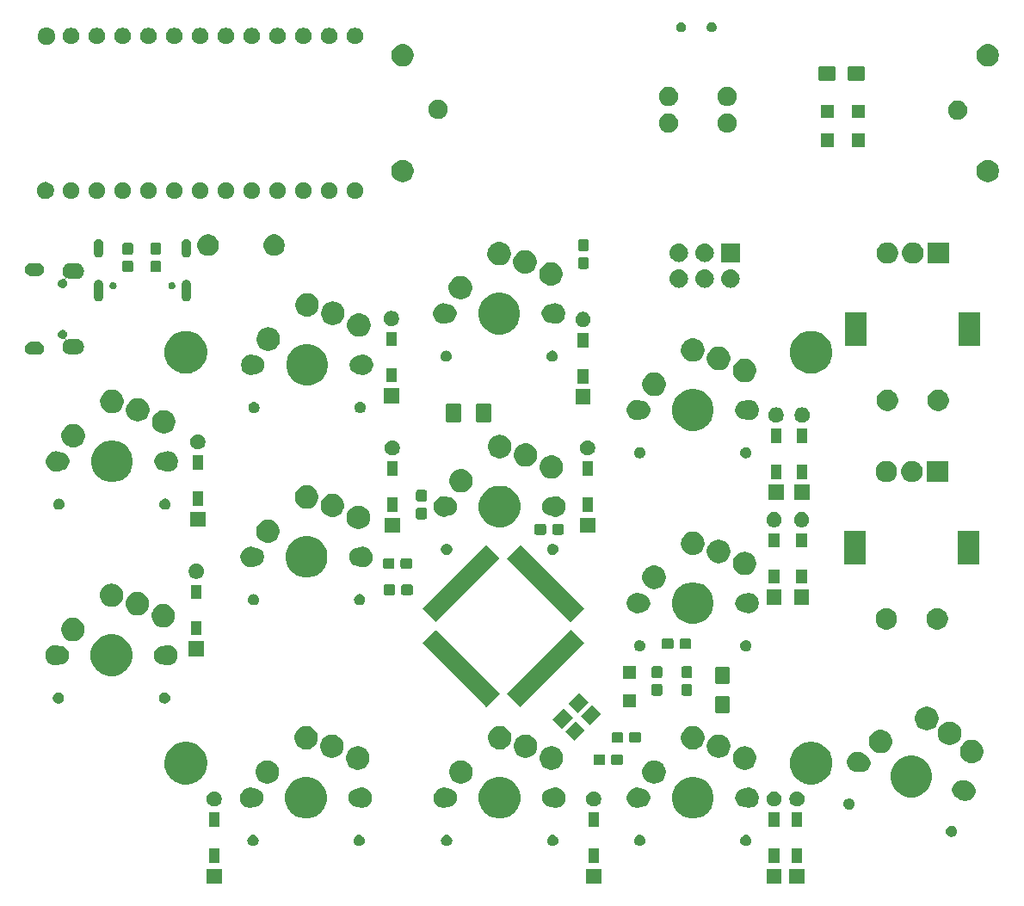
<source format=gbs>
G04 #@! TF.GenerationSoftware,KiCad,Pcbnew,(5.1.4-0-10_14)*
G04 #@! TF.CreationDate,2019-10-30T04:12:12+09:00*
G04 #@! TF.ProjectId,nilgiri,6e696c67-6972-4692-9e6b-696361645f70,rev?*
G04 #@! TF.SameCoordinates,Original*
G04 #@! TF.FileFunction,Soldermask,Bot*
G04 #@! TF.FilePolarity,Negative*
%FSLAX46Y46*%
G04 Gerber Fmt 4.6, Leading zero omitted, Abs format (unit mm)*
G04 Created by KiCad (PCBNEW (5.1.4-0-10_14)) date 2019-10-30 04:12:12*
%MOMM*%
%LPD*%
G04 APERTURE LIST*
%ADD10C,0.100000*%
G04 APERTURE END LIST*
D10*
G36*
X163749500Y-123184500D02*
G01*
X162250500Y-123184500D01*
X162250500Y-121685500D01*
X163749500Y-121685500D01*
X163749500Y-123184500D01*
X163749500Y-123184500D01*
G37*
G36*
X161499500Y-123184500D02*
G01*
X160000500Y-123184500D01*
X160000500Y-121685500D01*
X161499500Y-121685500D01*
X161499500Y-123184500D01*
X161499500Y-123184500D01*
G37*
G36*
X143751500Y-123184500D02*
G01*
X142252500Y-123184500D01*
X142252500Y-121685500D01*
X143751500Y-121685500D01*
X143751500Y-123184500D01*
X143751500Y-123184500D01*
G37*
G36*
X106413500Y-123184500D02*
G01*
X104914500Y-123184500D01*
X104914500Y-121685500D01*
X106413500Y-121685500D01*
X106413500Y-123184500D01*
X106413500Y-123184500D01*
G37*
G36*
X106190000Y-121101000D02*
G01*
X105138000Y-121101000D01*
X105138000Y-119699000D01*
X106190000Y-119699000D01*
X106190000Y-121101000D01*
X106190000Y-121101000D01*
G37*
G36*
X163526000Y-121101000D02*
G01*
X162474000Y-121101000D01*
X162474000Y-119699000D01*
X163526000Y-119699000D01*
X163526000Y-121101000D01*
X163526000Y-121101000D01*
G37*
G36*
X143528000Y-121101000D02*
G01*
X142476000Y-121101000D01*
X142476000Y-119699000D01*
X143528000Y-119699000D01*
X143528000Y-121101000D01*
X143528000Y-121101000D01*
G37*
G36*
X161276000Y-121101000D02*
G01*
X160224000Y-121101000D01*
X160224000Y-119699000D01*
X161276000Y-119699000D01*
X161276000Y-121101000D01*
X161276000Y-121101000D01*
G37*
G36*
X147690721Y-118370174D02*
G01*
X147790995Y-118411709D01*
X147790996Y-118411710D01*
X147881242Y-118472010D01*
X147957990Y-118548758D01*
X147988345Y-118594188D01*
X148018291Y-118639005D01*
X148059826Y-118739279D01*
X148081000Y-118845730D01*
X148081000Y-118954270D01*
X148059826Y-119060721D01*
X148018291Y-119160995D01*
X148018290Y-119160996D01*
X147957990Y-119251242D01*
X147881242Y-119327990D01*
X147835812Y-119358345D01*
X147790995Y-119388291D01*
X147690721Y-119429826D01*
X147584270Y-119451000D01*
X147475730Y-119451000D01*
X147369279Y-119429826D01*
X147269005Y-119388291D01*
X147224188Y-119358345D01*
X147178758Y-119327990D01*
X147102010Y-119251242D01*
X147041710Y-119160996D01*
X147041709Y-119160995D01*
X147000174Y-119060721D01*
X146979000Y-118954270D01*
X146979000Y-118845730D01*
X147000174Y-118739279D01*
X147041709Y-118639005D01*
X147071655Y-118594188D01*
X147102010Y-118548758D01*
X147178758Y-118472010D01*
X147269004Y-118411710D01*
X147269005Y-118411709D01*
X147369279Y-118370174D01*
X147475730Y-118349000D01*
X147584270Y-118349000D01*
X147690721Y-118370174D01*
X147690721Y-118370174D01*
G37*
G36*
X139130721Y-118370174D02*
G01*
X139230995Y-118411709D01*
X139230996Y-118411710D01*
X139321242Y-118472010D01*
X139397990Y-118548758D01*
X139428345Y-118594188D01*
X139458291Y-118639005D01*
X139499826Y-118739279D01*
X139521000Y-118845730D01*
X139521000Y-118954270D01*
X139499826Y-119060721D01*
X139458291Y-119160995D01*
X139458290Y-119160996D01*
X139397990Y-119251242D01*
X139321242Y-119327990D01*
X139275812Y-119358345D01*
X139230995Y-119388291D01*
X139130721Y-119429826D01*
X139024270Y-119451000D01*
X138915730Y-119451000D01*
X138809279Y-119429826D01*
X138709005Y-119388291D01*
X138664188Y-119358345D01*
X138618758Y-119327990D01*
X138542010Y-119251242D01*
X138481710Y-119160996D01*
X138481709Y-119160995D01*
X138440174Y-119060721D01*
X138419000Y-118954270D01*
X138419000Y-118845730D01*
X138440174Y-118739279D01*
X138481709Y-118639005D01*
X138511655Y-118594188D01*
X138542010Y-118548758D01*
X138618758Y-118472010D01*
X138709004Y-118411710D01*
X138709005Y-118411709D01*
X138809279Y-118370174D01*
X138915730Y-118349000D01*
X139024270Y-118349000D01*
X139130721Y-118370174D01*
X139130721Y-118370174D01*
G37*
G36*
X128690721Y-118370174D02*
G01*
X128790995Y-118411709D01*
X128790996Y-118411710D01*
X128881242Y-118472010D01*
X128957990Y-118548758D01*
X128988345Y-118594188D01*
X129018291Y-118639005D01*
X129059826Y-118739279D01*
X129081000Y-118845730D01*
X129081000Y-118954270D01*
X129059826Y-119060721D01*
X129018291Y-119160995D01*
X129018290Y-119160996D01*
X128957990Y-119251242D01*
X128881242Y-119327990D01*
X128835812Y-119358345D01*
X128790995Y-119388291D01*
X128690721Y-119429826D01*
X128584270Y-119451000D01*
X128475730Y-119451000D01*
X128369279Y-119429826D01*
X128269005Y-119388291D01*
X128224188Y-119358345D01*
X128178758Y-119327990D01*
X128102010Y-119251242D01*
X128041710Y-119160996D01*
X128041709Y-119160995D01*
X128000174Y-119060721D01*
X127979000Y-118954270D01*
X127979000Y-118845730D01*
X128000174Y-118739279D01*
X128041709Y-118639005D01*
X128071655Y-118594188D01*
X128102010Y-118548758D01*
X128178758Y-118472010D01*
X128269004Y-118411710D01*
X128269005Y-118411709D01*
X128369279Y-118370174D01*
X128475730Y-118349000D01*
X128584270Y-118349000D01*
X128690721Y-118370174D01*
X128690721Y-118370174D01*
G37*
G36*
X120080721Y-118370174D02*
G01*
X120180995Y-118411709D01*
X120180996Y-118411710D01*
X120271242Y-118472010D01*
X120347990Y-118548758D01*
X120378345Y-118594188D01*
X120408291Y-118639005D01*
X120449826Y-118739279D01*
X120471000Y-118845730D01*
X120471000Y-118954270D01*
X120449826Y-119060721D01*
X120408291Y-119160995D01*
X120408290Y-119160996D01*
X120347990Y-119251242D01*
X120271242Y-119327990D01*
X120225812Y-119358345D01*
X120180995Y-119388291D01*
X120080721Y-119429826D01*
X119974270Y-119451000D01*
X119865730Y-119451000D01*
X119759279Y-119429826D01*
X119659005Y-119388291D01*
X119614188Y-119358345D01*
X119568758Y-119327990D01*
X119492010Y-119251242D01*
X119431710Y-119160996D01*
X119431709Y-119160995D01*
X119390174Y-119060721D01*
X119369000Y-118954270D01*
X119369000Y-118845730D01*
X119390174Y-118739279D01*
X119431709Y-118639005D01*
X119461655Y-118594188D01*
X119492010Y-118548758D01*
X119568758Y-118472010D01*
X119659004Y-118411710D01*
X119659005Y-118411709D01*
X119759279Y-118370174D01*
X119865730Y-118349000D01*
X119974270Y-118349000D01*
X120080721Y-118370174D01*
X120080721Y-118370174D01*
G37*
G36*
X109640721Y-118370174D02*
G01*
X109740995Y-118411709D01*
X109740996Y-118411710D01*
X109831242Y-118472010D01*
X109907990Y-118548758D01*
X109938345Y-118594188D01*
X109968291Y-118639005D01*
X110009826Y-118739279D01*
X110031000Y-118845730D01*
X110031000Y-118954270D01*
X110009826Y-119060721D01*
X109968291Y-119160995D01*
X109968290Y-119160996D01*
X109907990Y-119251242D01*
X109831242Y-119327990D01*
X109785812Y-119358345D01*
X109740995Y-119388291D01*
X109640721Y-119429826D01*
X109534270Y-119451000D01*
X109425730Y-119451000D01*
X109319279Y-119429826D01*
X109219005Y-119388291D01*
X109174188Y-119358345D01*
X109128758Y-119327990D01*
X109052010Y-119251242D01*
X108991710Y-119160996D01*
X108991709Y-119160995D01*
X108950174Y-119060721D01*
X108929000Y-118954270D01*
X108929000Y-118845730D01*
X108950174Y-118739279D01*
X108991709Y-118639005D01*
X109021655Y-118594188D01*
X109052010Y-118548758D01*
X109128758Y-118472010D01*
X109219004Y-118411710D01*
X109219005Y-118411709D01*
X109319279Y-118370174D01*
X109425730Y-118349000D01*
X109534270Y-118349000D01*
X109640721Y-118370174D01*
X109640721Y-118370174D01*
G37*
G36*
X158130721Y-118370174D02*
G01*
X158230995Y-118411709D01*
X158230996Y-118411710D01*
X158321242Y-118472010D01*
X158397990Y-118548758D01*
X158428345Y-118594188D01*
X158458291Y-118639005D01*
X158499826Y-118739279D01*
X158521000Y-118845730D01*
X158521000Y-118954270D01*
X158499826Y-119060721D01*
X158458291Y-119160995D01*
X158458290Y-119160996D01*
X158397990Y-119251242D01*
X158321242Y-119327990D01*
X158275812Y-119358345D01*
X158230995Y-119388291D01*
X158130721Y-119429826D01*
X158024270Y-119451000D01*
X157915730Y-119451000D01*
X157809279Y-119429826D01*
X157709005Y-119388291D01*
X157664188Y-119358345D01*
X157618758Y-119327990D01*
X157542010Y-119251242D01*
X157481710Y-119160996D01*
X157481709Y-119160995D01*
X157440174Y-119060721D01*
X157419000Y-118954270D01*
X157419000Y-118845730D01*
X157440174Y-118739279D01*
X157481709Y-118639005D01*
X157511655Y-118594188D01*
X157542010Y-118548758D01*
X157618758Y-118472010D01*
X157709004Y-118411710D01*
X157709005Y-118411709D01*
X157809279Y-118370174D01*
X157915730Y-118349000D01*
X158024270Y-118349000D01*
X158130721Y-118370174D01*
X158130721Y-118370174D01*
G37*
G36*
X178365814Y-117478098D02*
G01*
X178466088Y-117519633D01*
X178466089Y-117519634D01*
X178556335Y-117579934D01*
X178633083Y-117656682D01*
X178633084Y-117656684D01*
X178693384Y-117746929D01*
X178734919Y-117847203D01*
X178756093Y-117953654D01*
X178756093Y-118062194D01*
X178734919Y-118168645D01*
X178693384Y-118268919D01*
X178693383Y-118268920D01*
X178633083Y-118359166D01*
X178556335Y-118435914D01*
X178510905Y-118466269D01*
X178466088Y-118496215D01*
X178365814Y-118537750D01*
X178259363Y-118558924D01*
X178150823Y-118558924D01*
X178044372Y-118537750D01*
X177944098Y-118496215D01*
X177899281Y-118466269D01*
X177853851Y-118435914D01*
X177777103Y-118359166D01*
X177716803Y-118268920D01*
X177716802Y-118268919D01*
X177675267Y-118168645D01*
X177654093Y-118062194D01*
X177654093Y-117953654D01*
X177675267Y-117847203D01*
X177716802Y-117746929D01*
X177777102Y-117656684D01*
X177777103Y-117656682D01*
X177853851Y-117579934D01*
X177944097Y-117519634D01*
X177944098Y-117519633D01*
X178044372Y-117478098D01*
X178150823Y-117456924D01*
X178259363Y-117456924D01*
X178365814Y-117478098D01*
X178365814Y-117478098D01*
G37*
G36*
X163526000Y-117551000D02*
G01*
X162474000Y-117551000D01*
X162474000Y-116149000D01*
X163526000Y-116149000D01*
X163526000Y-117551000D01*
X163526000Y-117551000D01*
G37*
G36*
X161276000Y-117551000D02*
G01*
X160224000Y-117551000D01*
X160224000Y-116149000D01*
X161276000Y-116149000D01*
X161276000Y-117551000D01*
X161276000Y-117551000D01*
G37*
G36*
X143528000Y-117551000D02*
G01*
X142476000Y-117551000D01*
X142476000Y-116149000D01*
X143528000Y-116149000D01*
X143528000Y-117551000D01*
X143528000Y-117551000D01*
G37*
G36*
X106190000Y-117551000D02*
G01*
X105138000Y-117551000D01*
X105138000Y-116149000D01*
X106190000Y-116149000D01*
X106190000Y-117551000D01*
X106190000Y-117551000D01*
G37*
G36*
X153348254Y-112727818D02*
G01*
X153721511Y-112882426D01*
X153721513Y-112882427D01*
X154057436Y-113106884D01*
X154343116Y-113392564D01*
X154516459Y-113651989D01*
X154567574Y-113728489D01*
X154722182Y-114101746D01*
X154801000Y-114497993D01*
X154801000Y-114902007D01*
X154722182Y-115298254D01*
X154592839Y-115610515D01*
X154567573Y-115671513D01*
X154343116Y-116007436D01*
X154057436Y-116293116D01*
X153721513Y-116517573D01*
X153721512Y-116517574D01*
X153721511Y-116517574D01*
X153348254Y-116672182D01*
X152952007Y-116751000D01*
X152547993Y-116751000D01*
X152151746Y-116672182D01*
X151778489Y-116517574D01*
X151778488Y-116517574D01*
X151778487Y-116517573D01*
X151442564Y-116293116D01*
X151156884Y-116007436D01*
X150932427Y-115671513D01*
X150907161Y-115610515D01*
X150777818Y-115298254D01*
X150699000Y-114902007D01*
X150699000Y-114497993D01*
X150777818Y-114101746D01*
X150932426Y-113728489D01*
X150983542Y-113651989D01*
X151156884Y-113392564D01*
X151442564Y-113106884D01*
X151778487Y-112882427D01*
X151778489Y-112882426D01*
X152151746Y-112727818D01*
X152547993Y-112649000D01*
X152952007Y-112649000D01*
X153348254Y-112727818D01*
X153348254Y-112727818D01*
G37*
G36*
X115298254Y-112727818D02*
G01*
X115671511Y-112882426D01*
X115671513Y-112882427D01*
X116007436Y-113106884D01*
X116293116Y-113392564D01*
X116466459Y-113651989D01*
X116517574Y-113728489D01*
X116672182Y-114101746D01*
X116751000Y-114497993D01*
X116751000Y-114902007D01*
X116672182Y-115298254D01*
X116542839Y-115610515D01*
X116517573Y-115671513D01*
X116293116Y-116007436D01*
X116007436Y-116293116D01*
X115671513Y-116517573D01*
X115671512Y-116517574D01*
X115671511Y-116517574D01*
X115298254Y-116672182D01*
X114902007Y-116751000D01*
X114497993Y-116751000D01*
X114101746Y-116672182D01*
X113728489Y-116517574D01*
X113728488Y-116517574D01*
X113728487Y-116517573D01*
X113392564Y-116293116D01*
X113106884Y-116007436D01*
X112882427Y-115671513D01*
X112857161Y-115610515D01*
X112727818Y-115298254D01*
X112649000Y-114902007D01*
X112649000Y-114497993D01*
X112727818Y-114101746D01*
X112882426Y-113728489D01*
X112933542Y-113651989D01*
X113106884Y-113392564D01*
X113392564Y-113106884D01*
X113728487Y-112882427D01*
X113728489Y-112882426D01*
X114101746Y-112727818D01*
X114497993Y-112649000D01*
X114902007Y-112649000D01*
X115298254Y-112727818D01*
X115298254Y-112727818D01*
G37*
G36*
X134348254Y-112727818D02*
G01*
X134721511Y-112882426D01*
X134721513Y-112882427D01*
X135057436Y-113106884D01*
X135343116Y-113392564D01*
X135516459Y-113651989D01*
X135567574Y-113728489D01*
X135722182Y-114101746D01*
X135801000Y-114497993D01*
X135801000Y-114902007D01*
X135722182Y-115298254D01*
X135592839Y-115610515D01*
X135567573Y-115671513D01*
X135343116Y-116007436D01*
X135057436Y-116293116D01*
X134721513Y-116517573D01*
X134721512Y-116517574D01*
X134721511Y-116517574D01*
X134348254Y-116672182D01*
X133952007Y-116751000D01*
X133547993Y-116751000D01*
X133151746Y-116672182D01*
X132778489Y-116517574D01*
X132778488Y-116517574D01*
X132778487Y-116517573D01*
X132442564Y-116293116D01*
X132156884Y-116007436D01*
X131932427Y-115671513D01*
X131907161Y-115610515D01*
X131777818Y-115298254D01*
X131699000Y-114902007D01*
X131699000Y-114497993D01*
X131777818Y-114101746D01*
X131932426Y-113728489D01*
X131983542Y-113651989D01*
X132156884Y-113392564D01*
X132442564Y-113106884D01*
X132778487Y-112882427D01*
X132778489Y-112882426D01*
X133151746Y-112727818D01*
X133547993Y-112649000D01*
X133952007Y-112649000D01*
X134348254Y-112727818D01*
X134348254Y-112727818D01*
G37*
G36*
X168281548Y-114776027D02*
G01*
X168381822Y-114817562D01*
X168381823Y-114817563D01*
X168472069Y-114877863D01*
X168548817Y-114954611D01*
X168569815Y-114986037D01*
X168609118Y-115044858D01*
X168650653Y-115145132D01*
X168671827Y-115251583D01*
X168671827Y-115360123D01*
X168650653Y-115466574D01*
X168609118Y-115566848D01*
X168609117Y-115566849D01*
X168548817Y-115657095D01*
X168472069Y-115733843D01*
X168426639Y-115764198D01*
X168381822Y-115794144D01*
X168281548Y-115835679D01*
X168175097Y-115856853D01*
X168066557Y-115856853D01*
X167960106Y-115835679D01*
X167859832Y-115794144D01*
X167815015Y-115764198D01*
X167769585Y-115733843D01*
X167692837Y-115657095D01*
X167632537Y-115566849D01*
X167632536Y-115566848D01*
X167591001Y-115466574D01*
X167569827Y-115360123D01*
X167569827Y-115251583D01*
X167591001Y-115145132D01*
X167632536Y-115044858D01*
X167671839Y-114986037D01*
X167692837Y-114954611D01*
X167769585Y-114877863D01*
X167859831Y-114817563D01*
X167859832Y-114817562D01*
X167960106Y-114776027D01*
X168066557Y-114754853D01*
X168175097Y-114754853D01*
X168281548Y-114776027D01*
X168281548Y-114776027D01*
G37*
G36*
X147541981Y-113737468D02*
G01*
X147662310Y-113787311D01*
X147667560Y-113789485D01*
X147691009Y-113796598D01*
X147715395Y-113799000D01*
X147758742Y-113799000D01*
X147783512Y-113803927D01*
X147932812Y-113833624D01*
X148096784Y-113901544D01*
X148244354Y-114000147D01*
X148369853Y-114125646D01*
X148468456Y-114273216D01*
X148536376Y-114437188D01*
X148563227Y-114572181D01*
X148568041Y-114596380D01*
X148571000Y-114611259D01*
X148571000Y-114788741D01*
X148536376Y-114962812D01*
X148468456Y-115126784D01*
X148369853Y-115274354D01*
X148244354Y-115399853D01*
X148096784Y-115498456D01*
X147932812Y-115566376D01*
X147783512Y-115596073D01*
X147758742Y-115601000D01*
X147715395Y-115601000D01*
X147691009Y-115603402D01*
X147667560Y-115610515D01*
X147541981Y-115662532D01*
X147348591Y-115701000D01*
X147151409Y-115701000D01*
X146958019Y-115662532D01*
X146775849Y-115587074D01*
X146611900Y-115477527D01*
X146472473Y-115338100D01*
X146362926Y-115174151D01*
X146287468Y-114991981D01*
X146249000Y-114798590D01*
X146249000Y-114601410D01*
X146250001Y-114596380D01*
X146281666Y-114437188D01*
X146287468Y-114408019D01*
X146362926Y-114225849D01*
X146472473Y-114061900D01*
X146611900Y-113922473D01*
X146775849Y-113812926D01*
X146958019Y-113737468D01*
X147151409Y-113699000D01*
X147348591Y-113699000D01*
X147541981Y-113737468D01*
X147541981Y-113737468D01*
G37*
G36*
X158541981Y-113737468D02*
G01*
X158724151Y-113812926D01*
X158888100Y-113922473D01*
X159027527Y-114061900D01*
X159137074Y-114225849D01*
X159212532Y-114408019D01*
X159218334Y-114437188D01*
X159250000Y-114596380D01*
X159251000Y-114601410D01*
X159251000Y-114798590D01*
X159212532Y-114991981D01*
X159137074Y-115174151D01*
X159027527Y-115338100D01*
X158888100Y-115477527D01*
X158724151Y-115587074D01*
X158541981Y-115662532D01*
X158348591Y-115701000D01*
X158151409Y-115701000D01*
X157958019Y-115662532D01*
X157832440Y-115610515D01*
X157808991Y-115603402D01*
X157784605Y-115601000D01*
X157741258Y-115601000D01*
X157716488Y-115596073D01*
X157567188Y-115566376D01*
X157403216Y-115498456D01*
X157255646Y-115399853D01*
X157130147Y-115274354D01*
X157031544Y-115126784D01*
X156963624Y-114962812D01*
X156929000Y-114788741D01*
X156929000Y-114611259D01*
X156931960Y-114596380D01*
X156936773Y-114572181D01*
X156963624Y-114437188D01*
X157031544Y-114273216D01*
X157130147Y-114125646D01*
X157255646Y-114000147D01*
X157403216Y-113901544D01*
X157567188Y-113833624D01*
X157716488Y-113803927D01*
X157741258Y-113799000D01*
X157784605Y-113799000D01*
X157808991Y-113796598D01*
X157832440Y-113789485D01*
X157837690Y-113787311D01*
X157958019Y-113737468D01*
X158151409Y-113699000D01*
X158348591Y-113699000D01*
X158541981Y-113737468D01*
X158541981Y-113737468D01*
G37*
G36*
X109491981Y-113737468D02*
G01*
X109612310Y-113787311D01*
X109617560Y-113789485D01*
X109641009Y-113796598D01*
X109665395Y-113799000D01*
X109708742Y-113799000D01*
X109733512Y-113803927D01*
X109882812Y-113833624D01*
X110046784Y-113901544D01*
X110194354Y-114000147D01*
X110319853Y-114125646D01*
X110418456Y-114273216D01*
X110486376Y-114437188D01*
X110513227Y-114572181D01*
X110518041Y-114596380D01*
X110521000Y-114611259D01*
X110521000Y-114788741D01*
X110486376Y-114962812D01*
X110418456Y-115126784D01*
X110319853Y-115274354D01*
X110194354Y-115399853D01*
X110046784Y-115498456D01*
X109882812Y-115566376D01*
X109733512Y-115596073D01*
X109708742Y-115601000D01*
X109665395Y-115601000D01*
X109641009Y-115603402D01*
X109617560Y-115610515D01*
X109491981Y-115662532D01*
X109298591Y-115701000D01*
X109101409Y-115701000D01*
X108908019Y-115662532D01*
X108725849Y-115587074D01*
X108561900Y-115477527D01*
X108422473Y-115338100D01*
X108312926Y-115174151D01*
X108237468Y-114991981D01*
X108199000Y-114798590D01*
X108199000Y-114601410D01*
X108200001Y-114596380D01*
X108231666Y-114437188D01*
X108237468Y-114408019D01*
X108312926Y-114225849D01*
X108422473Y-114061900D01*
X108561900Y-113922473D01*
X108725849Y-113812926D01*
X108908019Y-113737468D01*
X109101409Y-113699000D01*
X109298591Y-113699000D01*
X109491981Y-113737468D01*
X109491981Y-113737468D01*
G37*
G36*
X120491981Y-113737468D02*
G01*
X120674151Y-113812926D01*
X120838100Y-113922473D01*
X120977527Y-114061900D01*
X121087074Y-114225849D01*
X121162532Y-114408019D01*
X121168334Y-114437188D01*
X121200000Y-114596380D01*
X121201000Y-114601410D01*
X121201000Y-114798590D01*
X121162532Y-114991981D01*
X121087074Y-115174151D01*
X120977527Y-115338100D01*
X120838100Y-115477527D01*
X120674151Y-115587074D01*
X120491981Y-115662532D01*
X120298591Y-115701000D01*
X120101409Y-115701000D01*
X119908019Y-115662532D01*
X119782440Y-115610515D01*
X119758991Y-115603402D01*
X119734605Y-115601000D01*
X119691258Y-115601000D01*
X119666488Y-115596073D01*
X119517188Y-115566376D01*
X119353216Y-115498456D01*
X119205646Y-115399853D01*
X119080147Y-115274354D01*
X118981544Y-115126784D01*
X118913624Y-114962812D01*
X118879000Y-114788741D01*
X118879000Y-114611259D01*
X118881960Y-114596380D01*
X118886773Y-114572181D01*
X118913624Y-114437188D01*
X118981544Y-114273216D01*
X119080147Y-114125646D01*
X119205646Y-114000147D01*
X119353216Y-113901544D01*
X119517188Y-113833624D01*
X119666488Y-113803927D01*
X119691258Y-113799000D01*
X119734605Y-113799000D01*
X119758991Y-113796598D01*
X119782440Y-113789485D01*
X119787690Y-113787311D01*
X119908019Y-113737468D01*
X120101409Y-113699000D01*
X120298591Y-113699000D01*
X120491981Y-113737468D01*
X120491981Y-113737468D01*
G37*
G36*
X139541981Y-113737468D02*
G01*
X139724151Y-113812926D01*
X139888100Y-113922473D01*
X140027527Y-114061900D01*
X140137074Y-114225849D01*
X140212532Y-114408019D01*
X140218334Y-114437188D01*
X140250000Y-114596380D01*
X140251000Y-114601410D01*
X140251000Y-114798590D01*
X140212532Y-114991981D01*
X140137074Y-115174151D01*
X140027527Y-115338100D01*
X139888100Y-115477527D01*
X139724151Y-115587074D01*
X139541981Y-115662532D01*
X139348591Y-115701000D01*
X139151409Y-115701000D01*
X138958019Y-115662532D01*
X138832440Y-115610515D01*
X138808991Y-115603402D01*
X138784605Y-115601000D01*
X138741258Y-115601000D01*
X138716488Y-115596073D01*
X138567188Y-115566376D01*
X138403216Y-115498456D01*
X138255646Y-115399853D01*
X138130147Y-115274354D01*
X138031544Y-115126784D01*
X137963624Y-114962812D01*
X137929000Y-114788741D01*
X137929000Y-114611259D01*
X137931960Y-114596380D01*
X137936773Y-114572181D01*
X137963624Y-114437188D01*
X138031544Y-114273216D01*
X138130147Y-114125646D01*
X138255646Y-114000147D01*
X138403216Y-113901544D01*
X138567188Y-113833624D01*
X138716488Y-113803927D01*
X138741258Y-113799000D01*
X138784605Y-113799000D01*
X138808991Y-113796598D01*
X138832440Y-113789485D01*
X138837690Y-113787311D01*
X138958019Y-113737468D01*
X139151409Y-113699000D01*
X139348591Y-113699000D01*
X139541981Y-113737468D01*
X139541981Y-113737468D01*
G37*
G36*
X128541981Y-113737468D02*
G01*
X128662310Y-113787311D01*
X128667560Y-113789485D01*
X128691009Y-113796598D01*
X128715395Y-113799000D01*
X128758742Y-113799000D01*
X128783512Y-113803927D01*
X128932812Y-113833624D01*
X129096784Y-113901544D01*
X129244354Y-114000147D01*
X129369853Y-114125646D01*
X129468456Y-114273216D01*
X129536376Y-114437188D01*
X129563227Y-114572181D01*
X129568041Y-114596380D01*
X129571000Y-114611259D01*
X129571000Y-114788741D01*
X129536376Y-114962812D01*
X129468456Y-115126784D01*
X129369853Y-115274354D01*
X129244354Y-115399853D01*
X129096784Y-115498456D01*
X128932812Y-115566376D01*
X128783512Y-115596073D01*
X128758742Y-115601000D01*
X128715395Y-115601000D01*
X128691009Y-115603402D01*
X128667560Y-115610515D01*
X128541981Y-115662532D01*
X128348591Y-115701000D01*
X128151409Y-115701000D01*
X127958019Y-115662532D01*
X127775849Y-115587074D01*
X127611900Y-115477527D01*
X127472473Y-115338100D01*
X127362926Y-115174151D01*
X127287468Y-114991981D01*
X127249000Y-114798590D01*
X127249000Y-114601410D01*
X127250001Y-114596380D01*
X127281666Y-114437188D01*
X127287468Y-114408019D01*
X127362926Y-114225849D01*
X127472473Y-114061900D01*
X127611900Y-113922473D01*
X127775849Y-113812926D01*
X127958019Y-113737468D01*
X128151409Y-113699000D01*
X128348591Y-113699000D01*
X128541981Y-113737468D01*
X128541981Y-113737468D01*
G37*
G36*
X105758425Y-114069599D02*
G01*
X105882621Y-114094302D01*
X106019022Y-114150801D01*
X106141779Y-114232825D01*
X106246175Y-114337221D01*
X106328199Y-114459978D01*
X106384698Y-114596379D01*
X106413500Y-114741181D01*
X106413500Y-114888819D01*
X106384698Y-115033621D01*
X106328199Y-115170022D01*
X106246175Y-115292779D01*
X106141779Y-115397175D01*
X106019022Y-115479199D01*
X105882621Y-115535698D01*
X105758425Y-115560401D01*
X105737820Y-115564500D01*
X105590180Y-115564500D01*
X105569575Y-115560401D01*
X105445379Y-115535698D01*
X105308978Y-115479199D01*
X105186221Y-115397175D01*
X105081825Y-115292779D01*
X104999801Y-115170022D01*
X104943302Y-115033621D01*
X104914500Y-114888819D01*
X104914500Y-114741181D01*
X104943302Y-114596379D01*
X104999801Y-114459978D01*
X105081825Y-114337221D01*
X105186221Y-114232825D01*
X105308978Y-114150801D01*
X105445379Y-114094302D01*
X105569575Y-114069599D01*
X105590180Y-114065500D01*
X105737820Y-114065500D01*
X105758425Y-114069599D01*
X105758425Y-114069599D01*
G37*
G36*
X163094425Y-114069599D02*
G01*
X163218621Y-114094302D01*
X163355022Y-114150801D01*
X163477779Y-114232825D01*
X163582175Y-114337221D01*
X163664199Y-114459978D01*
X163720698Y-114596379D01*
X163749500Y-114741181D01*
X163749500Y-114888819D01*
X163720698Y-115033621D01*
X163664199Y-115170022D01*
X163582175Y-115292779D01*
X163477779Y-115397175D01*
X163355022Y-115479199D01*
X163218621Y-115535698D01*
X163094425Y-115560401D01*
X163073820Y-115564500D01*
X162926180Y-115564500D01*
X162905575Y-115560401D01*
X162781379Y-115535698D01*
X162644978Y-115479199D01*
X162522221Y-115397175D01*
X162417825Y-115292779D01*
X162335801Y-115170022D01*
X162279302Y-115033621D01*
X162250500Y-114888819D01*
X162250500Y-114741181D01*
X162279302Y-114596379D01*
X162335801Y-114459978D01*
X162417825Y-114337221D01*
X162522221Y-114232825D01*
X162644978Y-114150801D01*
X162781379Y-114094302D01*
X162905575Y-114069599D01*
X162926180Y-114065500D01*
X163073820Y-114065500D01*
X163094425Y-114069599D01*
X163094425Y-114069599D01*
G37*
G36*
X160844425Y-114069599D02*
G01*
X160968621Y-114094302D01*
X161105022Y-114150801D01*
X161227779Y-114232825D01*
X161332175Y-114337221D01*
X161414199Y-114459978D01*
X161470698Y-114596379D01*
X161499500Y-114741181D01*
X161499500Y-114888819D01*
X161470698Y-115033621D01*
X161414199Y-115170022D01*
X161332175Y-115292779D01*
X161227779Y-115397175D01*
X161105022Y-115479199D01*
X160968621Y-115535698D01*
X160844425Y-115560401D01*
X160823820Y-115564500D01*
X160676180Y-115564500D01*
X160655575Y-115560401D01*
X160531379Y-115535698D01*
X160394978Y-115479199D01*
X160272221Y-115397175D01*
X160167825Y-115292779D01*
X160085801Y-115170022D01*
X160029302Y-115033621D01*
X160000500Y-114888819D01*
X160000500Y-114741181D01*
X160029302Y-114596379D01*
X160085801Y-114459978D01*
X160167825Y-114337221D01*
X160272221Y-114232825D01*
X160394978Y-114150801D01*
X160531379Y-114094302D01*
X160655575Y-114069599D01*
X160676180Y-114065500D01*
X160823820Y-114065500D01*
X160844425Y-114069599D01*
X160844425Y-114069599D01*
G37*
G36*
X143096425Y-114069599D02*
G01*
X143220621Y-114094302D01*
X143357022Y-114150801D01*
X143479779Y-114232825D01*
X143584175Y-114337221D01*
X143666199Y-114459978D01*
X143722698Y-114596379D01*
X143751500Y-114741181D01*
X143751500Y-114888819D01*
X143722698Y-115033621D01*
X143666199Y-115170022D01*
X143584175Y-115292779D01*
X143479779Y-115397175D01*
X143357022Y-115479199D01*
X143220621Y-115535698D01*
X143096425Y-115560401D01*
X143075820Y-115564500D01*
X142928180Y-115564500D01*
X142907575Y-115560401D01*
X142783379Y-115535698D01*
X142646978Y-115479199D01*
X142524221Y-115397175D01*
X142419825Y-115292779D01*
X142337801Y-115170022D01*
X142281302Y-115033621D01*
X142252500Y-114888819D01*
X142252500Y-114741181D01*
X142281302Y-114596379D01*
X142337801Y-114459978D01*
X142419825Y-114337221D01*
X142524221Y-114232825D01*
X142646978Y-114150801D01*
X142783379Y-114094302D01*
X142907575Y-114069599D01*
X142928180Y-114065500D01*
X143075820Y-114065500D01*
X143096425Y-114069599D01*
X143096425Y-114069599D01*
G37*
G36*
X179289403Y-113022505D02*
G01*
X179352318Y-113035019D01*
X179376702Y-113037421D01*
X179401088Y-113035019D01*
X179464001Y-113022505D01*
X179661183Y-113022505D01*
X179724094Y-113035019D01*
X179854573Y-113060973D01*
X180036743Y-113136431D01*
X180200692Y-113245978D01*
X180340119Y-113385405D01*
X180449666Y-113549354D01*
X180523867Y-113728489D01*
X180525124Y-113731525D01*
X180563592Y-113924914D01*
X180563592Y-114122096D01*
X180557882Y-114150801D01*
X180525124Y-114315486D01*
X180449666Y-114497656D01*
X180340119Y-114661605D01*
X180200692Y-114801032D01*
X180036743Y-114910579D01*
X179854573Y-114986037D01*
X179661183Y-115024505D01*
X179464001Y-115024505D01*
X179270611Y-114986037D01*
X179088441Y-114910579D01*
X178924492Y-114801032D01*
X178924489Y-114801029D01*
X178918401Y-114796961D01*
X178910732Y-114790668D01*
X178889132Y-114779123D01*
X178730119Y-114713257D01*
X178582549Y-114614654D01*
X178457050Y-114489155D01*
X178358447Y-114341585D01*
X178290527Y-114177613D01*
X178255903Y-114003542D01*
X178255903Y-113826060D01*
X178290527Y-113651989D01*
X178358447Y-113488017D01*
X178457050Y-113340447D01*
X178582549Y-113214948D01*
X178730119Y-113116345D01*
X178894091Y-113048425D01*
X179043391Y-113018728D01*
X179068161Y-113013801D01*
X179245645Y-113013801D01*
X179289403Y-113022505D01*
X179289403Y-113022505D01*
G37*
G36*
X174848254Y-110627818D02*
G01*
X175193926Y-110771000D01*
X175221513Y-110782427D01*
X175557436Y-111006884D01*
X175843116Y-111292564D01*
X176058426Y-111614797D01*
X176067574Y-111628489D01*
X176222182Y-112001746D01*
X176301000Y-112397993D01*
X176301000Y-112802007D01*
X176222182Y-113198254D01*
X176144661Y-113385406D01*
X176067573Y-113571513D01*
X175843116Y-113907436D01*
X175557436Y-114193116D01*
X175221513Y-114417573D01*
X175221512Y-114417574D01*
X175221511Y-114417574D01*
X174848254Y-114572182D01*
X174452007Y-114651000D01*
X174047993Y-114651000D01*
X173651746Y-114572182D01*
X173278489Y-114417574D01*
X173278488Y-114417574D01*
X173278487Y-114417573D01*
X172942564Y-114193116D01*
X172656884Y-113907436D01*
X172432427Y-113571513D01*
X172355339Y-113385406D01*
X172277818Y-113198254D01*
X172199000Y-112802007D01*
X172199000Y-112397993D01*
X172277818Y-112001746D01*
X172432426Y-111628489D01*
X172441575Y-111614797D01*
X172656884Y-111292564D01*
X172942564Y-111006884D01*
X173278487Y-110782427D01*
X173306074Y-110771000D01*
X173651746Y-110627818D01*
X174047993Y-110549000D01*
X174452007Y-110549000D01*
X174848254Y-110627818D01*
X174848254Y-110627818D01*
G37*
G36*
X103347536Y-109255627D02*
G01*
X103482839Y-109282540D01*
X103865197Y-109440918D01*
X103889662Y-109457265D01*
X104114752Y-109607665D01*
X104209310Y-109670847D01*
X104501953Y-109963490D01*
X104731882Y-110307603D01*
X104890260Y-110689961D01*
X104917173Y-110825264D01*
X104971000Y-111095868D01*
X104971000Y-111509732D01*
X104942971Y-111650644D01*
X104890260Y-111915639D01*
X104731882Y-112297997D01*
X104501953Y-112642110D01*
X104209310Y-112934753D01*
X103865197Y-113164682D01*
X103865196Y-113164683D01*
X103865195Y-113164683D01*
X103784147Y-113198254D01*
X103482839Y-113323060D01*
X103395428Y-113340447D01*
X103076932Y-113403800D01*
X102663068Y-113403800D01*
X102344572Y-113340447D01*
X102257161Y-113323060D01*
X101955853Y-113198254D01*
X101874805Y-113164683D01*
X101874804Y-113164683D01*
X101874803Y-113164682D01*
X101530690Y-112934753D01*
X101238047Y-112642110D01*
X101008118Y-112297997D01*
X100849740Y-111915639D01*
X100797029Y-111650644D01*
X100769000Y-111509732D01*
X100769000Y-111095868D01*
X100822827Y-110825264D01*
X100849740Y-110689961D01*
X101008118Y-110307603D01*
X101238047Y-109963490D01*
X101530690Y-109670847D01*
X101625249Y-109607665D01*
X101850338Y-109457265D01*
X101874803Y-109440918D01*
X102257161Y-109282540D01*
X102392464Y-109255627D01*
X102663068Y-109201800D01*
X103076932Y-109201800D01*
X103347536Y-109255627D01*
X103347536Y-109255627D01*
G37*
G36*
X164866336Y-109255627D02*
G01*
X165001639Y-109282540D01*
X165383997Y-109440918D01*
X165408462Y-109457265D01*
X165633552Y-109607665D01*
X165728110Y-109670847D01*
X166020753Y-109963490D01*
X166250682Y-110307603D01*
X166409060Y-110689961D01*
X166435973Y-110825264D01*
X166489800Y-111095868D01*
X166489800Y-111509732D01*
X166461771Y-111650644D01*
X166409060Y-111915639D01*
X166250682Y-112297997D01*
X166020753Y-112642110D01*
X165728110Y-112934753D01*
X165383997Y-113164682D01*
X165383996Y-113164683D01*
X165383995Y-113164683D01*
X165302947Y-113198254D01*
X165001639Y-113323060D01*
X164914228Y-113340447D01*
X164595732Y-113403800D01*
X164181868Y-113403800D01*
X163863372Y-113340447D01*
X163775961Y-113323060D01*
X163474653Y-113198254D01*
X163393605Y-113164683D01*
X163393604Y-113164683D01*
X163393603Y-113164682D01*
X163049490Y-112934753D01*
X162756847Y-112642110D01*
X162526918Y-112297997D01*
X162368540Y-111915639D01*
X162315829Y-111650644D01*
X162287800Y-111509732D01*
X162287800Y-111095868D01*
X162341627Y-110825264D01*
X162368540Y-110689961D01*
X162526918Y-110307603D01*
X162756847Y-109963490D01*
X163049490Y-109670847D01*
X163144049Y-109607665D01*
X163369138Y-109457265D01*
X163393603Y-109440918D01*
X163775961Y-109282540D01*
X163911264Y-109255627D01*
X164181868Y-109201800D01*
X164595732Y-109201800D01*
X164866336Y-109255627D01*
X164866336Y-109255627D01*
G37*
G36*
X149164549Y-111031116D02*
G01*
X149275734Y-111053232D01*
X149378666Y-111095868D01*
X149474912Y-111135734D01*
X149485203Y-111139997D01*
X149673720Y-111265960D01*
X149834040Y-111426280D01*
X149905828Y-111533719D01*
X149960004Y-111614799D01*
X149974851Y-111650644D01*
X150046768Y-111824266D01*
X150091000Y-112046636D01*
X150091000Y-112273364D01*
X150046768Y-112495734D01*
X149960003Y-112705203D01*
X149834040Y-112893720D01*
X149673720Y-113054040D01*
X149485203Y-113180003D01*
X149275734Y-113266768D01*
X149164549Y-113288884D01*
X149053365Y-113311000D01*
X148826635Y-113311000D01*
X148715451Y-113288884D01*
X148604266Y-113266768D01*
X148394797Y-113180003D01*
X148206280Y-113054040D01*
X148045960Y-112893720D01*
X147919997Y-112705203D01*
X147833232Y-112495734D01*
X147789000Y-112273364D01*
X147789000Y-112046636D01*
X147833232Y-111824266D01*
X147905149Y-111650644D01*
X147919996Y-111614799D01*
X147974172Y-111533719D01*
X148045960Y-111426280D01*
X148206280Y-111265960D01*
X148394797Y-111139997D01*
X148405089Y-111135734D01*
X148501334Y-111095868D01*
X148604266Y-111053232D01*
X148715451Y-111031116D01*
X148826635Y-111009000D01*
X149053365Y-111009000D01*
X149164549Y-111031116D01*
X149164549Y-111031116D01*
G37*
G36*
X130164549Y-111031116D02*
G01*
X130275734Y-111053232D01*
X130378666Y-111095868D01*
X130474912Y-111135734D01*
X130485203Y-111139997D01*
X130673720Y-111265960D01*
X130834040Y-111426280D01*
X130905828Y-111533719D01*
X130960004Y-111614799D01*
X130974851Y-111650644D01*
X131046768Y-111824266D01*
X131091000Y-112046636D01*
X131091000Y-112273364D01*
X131046768Y-112495734D01*
X130960003Y-112705203D01*
X130834040Y-112893720D01*
X130673720Y-113054040D01*
X130485203Y-113180003D01*
X130275734Y-113266768D01*
X130164549Y-113288884D01*
X130053365Y-113311000D01*
X129826635Y-113311000D01*
X129715451Y-113288884D01*
X129604266Y-113266768D01*
X129394797Y-113180003D01*
X129206280Y-113054040D01*
X129045960Y-112893720D01*
X128919997Y-112705203D01*
X128833232Y-112495734D01*
X128789000Y-112273364D01*
X128789000Y-112046636D01*
X128833232Y-111824266D01*
X128905149Y-111650644D01*
X128919996Y-111614799D01*
X128974172Y-111533719D01*
X129045960Y-111426280D01*
X129206280Y-111265960D01*
X129394797Y-111139997D01*
X129405089Y-111135734D01*
X129501334Y-111095868D01*
X129604266Y-111053232D01*
X129715451Y-111031116D01*
X129826635Y-111009000D01*
X130053365Y-111009000D01*
X130164549Y-111031116D01*
X130164549Y-111031116D01*
G37*
G36*
X111114549Y-111031116D02*
G01*
X111225734Y-111053232D01*
X111328666Y-111095868D01*
X111424912Y-111135734D01*
X111435203Y-111139997D01*
X111623720Y-111265960D01*
X111784040Y-111426280D01*
X111855828Y-111533719D01*
X111910004Y-111614799D01*
X111924851Y-111650644D01*
X111996768Y-111824266D01*
X112041000Y-112046636D01*
X112041000Y-112273364D01*
X111996768Y-112495734D01*
X111910003Y-112705203D01*
X111784040Y-112893720D01*
X111623720Y-113054040D01*
X111435203Y-113180003D01*
X111225734Y-113266768D01*
X111114549Y-113288884D01*
X111003365Y-113311000D01*
X110776635Y-113311000D01*
X110665451Y-113288884D01*
X110554266Y-113266768D01*
X110344797Y-113180003D01*
X110156280Y-113054040D01*
X109995960Y-112893720D01*
X109869997Y-112705203D01*
X109783232Y-112495734D01*
X109739000Y-112273364D01*
X109739000Y-112046636D01*
X109783232Y-111824266D01*
X109855149Y-111650644D01*
X109869996Y-111614799D01*
X109924172Y-111533719D01*
X109995960Y-111426280D01*
X110156280Y-111265960D01*
X110344797Y-111139997D01*
X110355089Y-111135734D01*
X110451334Y-111095868D01*
X110554266Y-111053232D01*
X110665451Y-111031116D01*
X110776635Y-111009000D01*
X111003365Y-111009000D01*
X111114549Y-111031116D01*
X111114549Y-111031116D01*
G37*
G36*
X169229389Y-110213963D02*
G01*
X169411559Y-110289421D01*
X169575508Y-110398968D01*
X169575511Y-110398971D01*
X169581599Y-110403039D01*
X169589268Y-110409332D01*
X169610868Y-110420877D01*
X169769881Y-110486743D01*
X169917451Y-110585346D01*
X170042950Y-110710845D01*
X170141553Y-110858415D01*
X170209473Y-111022387D01*
X170244097Y-111196458D01*
X170244097Y-111373940D01*
X170209473Y-111548011D01*
X170141553Y-111711983D01*
X170042950Y-111859553D01*
X169917451Y-111985052D01*
X169769881Y-112083655D01*
X169605909Y-112151575D01*
X169456609Y-112181272D01*
X169431839Y-112186199D01*
X169254355Y-112186199D01*
X169194566Y-112174306D01*
X169147682Y-112164981D01*
X169123298Y-112162579D01*
X169098912Y-112164981D01*
X169035999Y-112177495D01*
X168838817Y-112177495D01*
X168708505Y-112151574D01*
X168645427Y-112139027D01*
X168463257Y-112063569D01*
X168299308Y-111954022D01*
X168159881Y-111814595D01*
X168050334Y-111650646D01*
X168035486Y-111614799D01*
X168007821Y-111548011D01*
X167974876Y-111468476D01*
X167936408Y-111275085D01*
X167936408Y-111077905D01*
X167974876Y-110884514D01*
X168050334Y-110702344D01*
X168159881Y-110538395D01*
X168299308Y-110398968D01*
X168463257Y-110289421D01*
X168645427Y-110213963D01*
X168838817Y-110175495D01*
X169035999Y-110175495D01*
X169229389Y-110213963D01*
X169229389Y-110213963D01*
G37*
G36*
X139073192Y-109670846D02*
G01*
X139185734Y-109693232D01*
X139395203Y-109779997D01*
X139583720Y-109905960D01*
X139744040Y-110066280D01*
X139870003Y-110254797D01*
X139948382Y-110444020D01*
X139956768Y-110464267D01*
X139990867Y-110635691D01*
X140001000Y-110686636D01*
X140001000Y-110913364D01*
X139956768Y-111135734D01*
X139870003Y-111345203D01*
X139744040Y-111533720D01*
X139583720Y-111694040D01*
X139395203Y-111820003D01*
X139395202Y-111820004D01*
X139395201Y-111820004D01*
X139384909Y-111824267D01*
X139185734Y-111906768D01*
X139141141Y-111915638D01*
X138963365Y-111951000D01*
X138736635Y-111951000D01*
X138558859Y-111915638D01*
X138514266Y-111906768D01*
X138315091Y-111824267D01*
X138304799Y-111820004D01*
X138304798Y-111820004D01*
X138304797Y-111820003D01*
X138116280Y-111694040D01*
X137955960Y-111533720D01*
X137829997Y-111345203D01*
X137743232Y-111135734D01*
X137699000Y-110913364D01*
X137699000Y-110686636D01*
X137709134Y-110635691D01*
X137743232Y-110464267D01*
X137751619Y-110444020D01*
X137829997Y-110254797D01*
X137955960Y-110066280D01*
X138116280Y-109905960D01*
X138304797Y-109779997D01*
X138514266Y-109693232D01*
X138626808Y-109670846D01*
X138736635Y-109649000D01*
X138963365Y-109649000D01*
X139073192Y-109670846D01*
X139073192Y-109670846D01*
G37*
G36*
X120023192Y-109670846D02*
G01*
X120135734Y-109693232D01*
X120345203Y-109779997D01*
X120533720Y-109905960D01*
X120694040Y-110066280D01*
X120820003Y-110254797D01*
X120898382Y-110444020D01*
X120906768Y-110464267D01*
X120940867Y-110635691D01*
X120951000Y-110686636D01*
X120951000Y-110913364D01*
X120906768Y-111135734D01*
X120820003Y-111345203D01*
X120694040Y-111533720D01*
X120533720Y-111694040D01*
X120345203Y-111820003D01*
X120345202Y-111820004D01*
X120345201Y-111820004D01*
X120334909Y-111824267D01*
X120135734Y-111906768D01*
X120091141Y-111915638D01*
X119913365Y-111951000D01*
X119686635Y-111951000D01*
X119508859Y-111915638D01*
X119464266Y-111906768D01*
X119265091Y-111824267D01*
X119254799Y-111820004D01*
X119254798Y-111820004D01*
X119254797Y-111820003D01*
X119066280Y-111694040D01*
X118905960Y-111533720D01*
X118779997Y-111345203D01*
X118693232Y-111135734D01*
X118649000Y-110913364D01*
X118649000Y-110686636D01*
X118659134Y-110635691D01*
X118693232Y-110464267D01*
X118701619Y-110444020D01*
X118779997Y-110254797D01*
X118905960Y-110066280D01*
X119066280Y-109905960D01*
X119254797Y-109779997D01*
X119464266Y-109693232D01*
X119576808Y-109670846D01*
X119686635Y-109649000D01*
X119913365Y-109649000D01*
X120023192Y-109670846D01*
X120023192Y-109670846D01*
G37*
G36*
X158073192Y-109670846D02*
G01*
X158185734Y-109693232D01*
X158395203Y-109779997D01*
X158583720Y-109905960D01*
X158744040Y-110066280D01*
X158870003Y-110254797D01*
X158948382Y-110444020D01*
X158956768Y-110464267D01*
X158990867Y-110635691D01*
X159001000Y-110686636D01*
X159001000Y-110913364D01*
X158956768Y-111135734D01*
X158870003Y-111345203D01*
X158744040Y-111533720D01*
X158583720Y-111694040D01*
X158395203Y-111820003D01*
X158395202Y-111820004D01*
X158395201Y-111820004D01*
X158384909Y-111824267D01*
X158185734Y-111906768D01*
X158141141Y-111915638D01*
X157963365Y-111951000D01*
X157736635Y-111951000D01*
X157558859Y-111915638D01*
X157514266Y-111906768D01*
X157315091Y-111824267D01*
X157304799Y-111820004D01*
X157304798Y-111820004D01*
X157304797Y-111820003D01*
X157116280Y-111694040D01*
X156955960Y-111533720D01*
X156829997Y-111345203D01*
X156743232Y-111135734D01*
X156699000Y-110913364D01*
X156699000Y-110686636D01*
X156709134Y-110635691D01*
X156743232Y-110464267D01*
X156751619Y-110444020D01*
X156829997Y-110254797D01*
X156955960Y-110066280D01*
X157116280Y-109905960D01*
X157304797Y-109779997D01*
X157514266Y-109693232D01*
X157626808Y-109670846D01*
X157736635Y-109649000D01*
X157963365Y-109649000D01*
X158073192Y-109670846D01*
X158073192Y-109670846D01*
G37*
G36*
X145714499Y-110428445D02*
G01*
X145751995Y-110439820D01*
X145786554Y-110458292D01*
X145816847Y-110483153D01*
X145841708Y-110513446D01*
X145860180Y-110548005D01*
X145871555Y-110585501D01*
X145876000Y-110630638D01*
X145876000Y-111269362D01*
X145871555Y-111314499D01*
X145860180Y-111351995D01*
X145841708Y-111386554D01*
X145816847Y-111416847D01*
X145786554Y-111441708D01*
X145751995Y-111460180D01*
X145714499Y-111471555D01*
X145669362Y-111476000D01*
X144930638Y-111476000D01*
X144885501Y-111471555D01*
X144848005Y-111460180D01*
X144813446Y-111441708D01*
X144783153Y-111416847D01*
X144758292Y-111386554D01*
X144739820Y-111351995D01*
X144728445Y-111314499D01*
X144724000Y-111269362D01*
X144724000Y-110630638D01*
X144728445Y-110585501D01*
X144739820Y-110548005D01*
X144758292Y-110513446D01*
X144783153Y-110483153D01*
X144813446Y-110458292D01*
X144848005Y-110439820D01*
X144885501Y-110428445D01*
X144930638Y-110424000D01*
X145669362Y-110424000D01*
X145714499Y-110428445D01*
X145714499Y-110428445D01*
G37*
G36*
X143964499Y-110428445D02*
G01*
X144001995Y-110439820D01*
X144036554Y-110458292D01*
X144066847Y-110483153D01*
X144091708Y-110513446D01*
X144110180Y-110548005D01*
X144121555Y-110585501D01*
X144126000Y-110630638D01*
X144126000Y-111269362D01*
X144121555Y-111314499D01*
X144110180Y-111351995D01*
X144091708Y-111386554D01*
X144066847Y-111416847D01*
X144036554Y-111441708D01*
X144001995Y-111460180D01*
X143964499Y-111471555D01*
X143919362Y-111476000D01*
X143180638Y-111476000D01*
X143135501Y-111471555D01*
X143098005Y-111460180D01*
X143063446Y-111441708D01*
X143033153Y-111416847D01*
X143008292Y-111386554D01*
X142989820Y-111351995D01*
X142978445Y-111314499D01*
X142974000Y-111269362D01*
X142974000Y-110630638D01*
X142978445Y-110585501D01*
X142989820Y-110548005D01*
X143008292Y-110513446D01*
X143033153Y-110483153D01*
X143063446Y-110458292D01*
X143098005Y-110439820D01*
X143135501Y-110428445D01*
X143180638Y-110424000D01*
X143919362Y-110424000D01*
X143964499Y-110428445D01*
X143964499Y-110428445D01*
G37*
G36*
X180410165Y-109023982D02*
G01*
X180521350Y-109046098D01*
X180730819Y-109132863D01*
X180919336Y-109258826D01*
X181079656Y-109419146D01*
X181205619Y-109607663D01*
X181277002Y-109779996D01*
X181292384Y-109817133D01*
X181336616Y-110039501D01*
X181336616Y-110266231D01*
X181328386Y-110307605D01*
X181292384Y-110488600D01*
X181267365Y-110549000D01*
X181208978Y-110689961D01*
X181205619Y-110698069D01*
X181079656Y-110886586D01*
X180919336Y-111046906D01*
X180730819Y-111172869D01*
X180521350Y-111259634D01*
X180443672Y-111275085D01*
X180298981Y-111303866D01*
X180072251Y-111303866D01*
X179927560Y-111275085D01*
X179849882Y-111259634D01*
X179640413Y-111172869D01*
X179451896Y-111046906D01*
X179291576Y-110886586D01*
X179165613Y-110698069D01*
X179162255Y-110689961D01*
X179103867Y-110549000D01*
X179078848Y-110488600D01*
X179042846Y-110307605D01*
X179034616Y-110266231D01*
X179034616Y-110039501D01*
X179078848Y-109817133D01*
X179094231Y-109779996D01*
X179165613Y-109607663D01*
X179291576Y-109419146D01*
X179451896Y-109258826D01*
X179640413Y-109132863D01*
X179849882Y-109046098D01*
X179961067Y-109023982D01*
X180072251Y-109001866D01*
X180298981Y-109001866D01*
X180410165Y-109023982D01*
X180410165Y-109023982D01*
G37*
G36*
X117464549Y-108491116D02*
G01*
X117575734Y-108513232D01*
X117785203Y-108599997D01*
X117973720Y-108725960D01*
X118134040Y-108886280D01*
X118260003Y-109074797D01*
X118260004Y-109074799D01*
X118263905Y-109084217D01*
X118346768Y-109284266D01*
X118358889Y-109345201D01*
X118391000Y-109506635D01*
X118391000Y-109733365D01*
X118373766Y-109820004D01*
X118346768Y-109955734D01*
X118260003Y-110165203D01*
X118134040Y-110353720D01*
X117973720Y-110514040D01*
X117785203Y-110640003D01*
X117575734Y-110726768D01*
X117464549Y-110748884D01*
X117353365Y-110771000D01*
X117126635Y-110771000D01*
X117015451Y-110748884D01*
X116904266Y-110726768D01*
X116694797Y-110640003D01*
X116506280Y-110514040D01*
X116345960Y-110353720D01*
X116219997Y-110165203D01*
X116133232Y-109955734D01*
X116106234Y-109820004D01*
X116089000Y-109733365D01*
X116089000Y-109506635D01*
X116121111Y-109345201D01*
X116133232Y-109284266D01*
X116216095Y-109084217D01*
X116219996Y-109074799D01*
X116219997Y-109074797D01*
X116345960Y-108886280D01*
X116506280Y-108725960D01*
X116694797Y-108599997D01*
X116904266Y-108513232D01*
X117015451Y-108491116D01*
X117126635Y-108469000D01*
X117353365Y-108469000D01*
X117464549Y-108491116D01*
X117464549Y-108491116D01*
G37*
G36*
X155514549Y-108491116D02*
G01*
X155625734Y-108513232D01*
X155835203Y-108599997D01*
X156023720Y-108725960D01*
X156184040Y-108886280D01*
X156310003Y-109074797D01*
X156310004Y-109074799D01*
X156313905Y-109084217D01*
X156396768Y-109284266D01*
X156408889Y-109345201D01*
X156441000Y-109506635D01*
X156441000Y-109733365D01*
X156423766Y-109820004D01*
X156396768Y-109955734D01*
X156310003Y-110165203D01*
X156184040Y-110353720D01*
X156023720Y-110514040D01*
X155835203Y-110640003D01*
X155625734Y-110726768D01*
X155514549Y-110748884D01*
X155403365Y-110771000D01*
X155176635Y-110771000D01*
X155065451Y-110748884D01*
X154954266Y-110726768D01*
X154744797Y-110640003D01*
X154556280Y-110514040D01*
X154395960Y-110353720D01*
X154269997Y-110165203D01*
X154183232Y-109955734D01*
X154156234Y-109820004D01*
X154139000Y-109733365D01*
X154139000Y-109506635D01*
X154171111Y-109345201D01*
X154183232Y-109284266D01*
X154266095Y-109084217D01*
X154269996Y-109074799D01*
X154269997Y-109074797D01*
X154395960Y-108886280D01*
X154556280Y-108725960D01*
X154744797Y-108599997D01*
X154954266Y-108513232D01*
X155065451Y-108491116D01*
X155176635Y-108469000D01*
X155403365Y-108469000D01*
X155514549Y-108491116D01*
X155514549Y-108491116D01*
G37*
G36*
X136514549Y-108491116D02*
G01*
X136625734Y-108513232D01*
X136835203Y-108599997D01*
X137023720Y-108725960D01*
X137184040Y-108886280D01*
X137310003Y-109074797D01*
X137310004Y-109074799D01*
X137313905Y-109084217D01*
X137396768Y-109284266D01*
X137408889Y-109345201D01*
X137441000Y-109506635D01*
X137441000Y-109733365D01*
X137423766Y-109820004D01*
X137396768Y-109955734D01*
X137310003Y-110165203D01*
X137184040Y-110353720D01*
X137023720Y-110514040D01*
X136835203Y-110640003D01*
X136625734Y-110726768D01*
X136514549Y-110748884D01*
X136403365Y-110771000D01*
X136176635Y-110771000D01*
X136065451Y-110748884D01*
X135954266Y-110726768D01*
X135744797Y-110640003D01*
X135556280Y-110514040D01*
X135395960Y-110353720D01*
X135269997Y-110165203D01*
X135183232Y-109955734D01*
X135156234Y-109820004D01*
X135139000Y-109733365D01*
X135139000Y-109506635D01*
X135171111Y-109345201D01*
X135183232Y-109284266D01*
X135266095Y-109084217D01*
X135269996Y-109074799D01*
X135269997Y-109074797D01*
X135395960Y-108886280D01*
X135556280Y-108725960D01*
X135744797Y-108599997D01*
X135954266Y-108513232D01*
X136065451Y-108491116D01*
X136176635Y-108469000D01*
X136403365Y-108469000D01*
X136514549Y-108491116D01*
X136514549Y-108491116D01*
G37*
G36*
X171451772Y-108031564D02*
G01*
X171562957Y-108053680D01*
X171772426Y-108140445D01*
X171960943Y-108266408D01*
X172121263Y-108426728D01*
X172247226Y-108615245D01*
X172333991Y-108824714D01*
X172351625Y-108913365D01*
X172378223Y-109047083D01*
X172378223Y-109273813D01*
X172358991Y-109370500D01*
X172333991Y-109496182D01*
X172318442Y-109533720D01*
X172252036Y-109694040D01*
X172247226Y-109705651D01*
X172121263Y-109894168D01*
X171960943Y-110054488D01*
X171772426Y-110180451D01*
X171562957Y-110267216D01*
X171451772Y-110289332D01*
X171340588Y-110311448D01*
X171113858Y-110311448D01*
X171002674Y-110289332D01*
X170891489Y-110267216D01*
X170682020Y-110180451D01*
X170493503Y-110054488D01*
X170333183Y-109894168D01*
X170207220Y-109705651D01*
X170202411Y-109694040D01*
X170136004Y-109533720D01*
X170120455Y-109496182D01*
X170095455Y-109370500D01*
X170076223Y-109273813D01*
X170076223Y-109047083D01*
X170102821Y-108913365D01*
X170120455Y-108824714D01*
X170207220Y-108615245D01*
X170333183Y-108426728D01*
X170493503Y-108266408D01*
X170682020Y-108140445D01*
X170891489Y-108053680D01*
X171002674Y-108031564D01*
X171113858Y-108009448D01*
X171340588Y-108009448D01*
X171451772Y-108031564D01*
X171451772Y-108031564D01*
G37*
G36*
X133974549Y-107671116D02*
G01*
X134085734Y-107693232D01*
X134295203Y-107779997D01*
X134483720Y-107905960D01*
X134644040Y-108066280D01*
X134769506Y-108254053D01*
X134770004Y-108254799D01*
X134775894Y-108269020D01*
X134856768Y-108464266D01*
X134866263Y-108512000D01*
X134900920Y-108686231D01*
X134901000Y-108686636D01*
X134901000Y-108913364D01*
X134856768Y-109135734D01*
X134770003Y-109345203D01*
X134644040Y-109533720D01*
X134483720Y-109694040D01*
X134295203Y-109820003D01*
X134085734Y-109906768D01*
X133974549Y-109928884D01*
X133863365Y-109951000D01*
X133636635Y-109951000D01*
X133525451Y-109928884D01*
X133414266Y-109906768D01*
X133204797Y-109820003D01*
X133016280Y-109694040D01*
X132855960Y-109533720D01*
X132729997Y-109345203D01*
X132643232Y-109135734D01*
X132599000Y-108913364D01*
X132599000Y-108686636D01*
X132599081Y-108686231D01*
X132633737Y-108512000D01*
X132643232Y-108464266D01*
X132724106Y-108269020D01*
X132729996Y-108254799D01*
X132730494Y-108254053D01*
X132855960Y-108066280D01*
X133016280Y-107905960D01*
X133204797Y-107779997D01*
X133414266Y-107693232D01*
X133525451Y-107671116D01*
X133636635Y-107649000D01*
X133863365Y-107649000D01*
X133974549Y-107671116D01*
X133974549Y-107671116D01*
G37*
G36*
X114924549Y-107671116D02*
G01*
X115035734Y-107693232D01*
X115245203Y-107779997D01*
X115433720Y-107905960D01*
X115594040Y-108066280D01*
X115719506Y-108254053D01*
X115720004Y-108254799D01*
X115725894Y-108269020D01*
X115806768Y-108464266D01*
X115816263Y-108512000D01*
X115850920Y-108686231D01*
X115851000Y-108686636D01*
X115851000Y-108913364D01*
X115806768Y-109135734D01*
X115720003Y-109345203D01*
X115594040Y-109533720D01*
X115433720Y-109694040D01*
X115245203Y-109820003D01*
X115035734Y-109906768D01*
X114924549Y-109928884D01*
X114813365Y-109951000D01*
X114586635Y-109951000D01*
X114475451Y-109928884D01*
X114364266Y-109906768D01*
X114154797Y-109820003D01*
X113966280Y-109694040D01*
X113805960Y-109533720D01*
X113679997Y-109345203D01*
X113593232Y-109135734D01*
X113549000Y-108913364D01*
X113549000Y-108686636D01*
X113549081Y-108686231D01*
X113583737Y-108512000D01*
X113593232Y-108464266D01*
X113674106Y-108269020D01*
X113679996Y-108254799D01*
X113680494Y-108254053D01*
X113805960Y-108066280D01*
X113966280Y-107905960D01*
X114154797Y-107779997D01*
X114364266Y-107693232D01*
X114475451Y-107671116D01*
X114586635Y-107649000D01*
X114813365Y-107649000D01*
X114924549Y-107671116D01*
X114924549Y-107671116D01*
G37*
G36*
X152974549Y-107671116D02*
G01*
X153085734Y-107693232D01*
X153295203Y-107779997D01*
X153483720Y-107905960D01*
X153644040Y-108066280D01*
X153769506Y-108254053D01*
X153770004Y-108254799D01*
X153775894Y-108269020D01*
X153856768Y-108464266D01*
X153866263Y-108512000D01*
X153900920Y-108686231D01*
X153901000Y-108686636D01*
X153901000Y-108913364D01*
X153856768Y-109135734D01*
X153770003Y-109345203D01*
X153644040Y-109533720D01*
X153483720Y-109694040D01*
X153295203Y-109820003D01*
X153085734Y-109906768D01*
X152974549Y-109928884D01*
X152863365Y-109951000D01*
X152636635Y-109951000D01*
X152525451Y-109928884D01*
X152414266Y-109906768D01*
X152204797Y-109820003D01*
X152016280Y-109694040D01*
X151855960Y-109533720D01*
X151729997Y-109345203D01*
X151643232Y-109135734D01*
X151599000Y-108913364D01*
X151599000Y-108686636D01*
X151599081Y-108686231D01*
X151633737Y-108512000D01*
X151643232Y-108464266D01*
X151724106Y-108269020D01*
X151729996Y-108254799D01*
X151730494Y-108254053D01*
X151855960Y-108066280D01*
X152016280Y-107905960D01*
X152204797Y-107779997D01*
X152414266Y-107693232D01*
X152525451Y-107671116D01*
X152636635Y-107649000D01*
X152863365Y-107649000D01*
X152974549Y-107671116D01*
X152974549Y-107671116D01*
G37*
G36*
X178242801Y-107221613D02*
G01*
X178353986Y-107243729D01*
X178563455Y-107330494D01*
X178751972Y-107456457D01*
X178912292Y-107616777D01*
X179038255Y-107805294D01*
X179125020Y-108014763D01*
X179147136Y-108125948D01*
X179169252Y-108237132D01*
X179169252Y-108463862D01*
X179169171Y-108464267D01*
X179125020Y-108686231D01*
X179067658Y-108824714D01*
X179042157Y-108886281D01*
X179038255Y-108895700D01*
X178912292Y-109084217D01*
X178751972Y-109244537D01*
X178563455Y-109370500D01*
X178353986Y-109457265D01*
X178242801Y-109479381D01*
X178131617Y-109501497D01*
X177904887Y-109501497D01*
X177793703Y-109479381D01*
X177682518Y-109457265D01*
X177473049Y-109370500D01*
X177284532Y-109244537D01*
X177124212Y-109084217D01*
X176998249Y-108895700D01*
X176994348Y-108886281D01*
X176968846Y-108824714D01*
X176911484Y-108686231D01*
X176867333Y-108464267D01*
X176867252Y-108463862D01*
X176867252Y-108237132D01*
X176889368Y-108125948D01*
X176911484Y-108014763D01*
X176998249Y-107805294D01*
X177124212Y-107616777D01*
X177284532Y-107456457D01*
X177473049Y-107330494D01*
X177682518Y-107243729D01*
X177793703Y-107221613D01*
X177904887Y-107199497D01*
X178131617Y-107199497D01*
X178242801Y-107221613D01*
X178242801Y-107221613D01*
G37*
G36*
X145739499Y-108253445D02*
G01*
X145776995Y-108264820D01*
X145811554Y-108283292D01*
X145841847Y-108308153D01*
X145866708Y-108338446D01*
X145885180Y-108373005D01*
X145896555Y-108410501D01*
X145901000Y-108455638D01*
X145901000Y-109094362D01*
X145896555Y-109139499D01*
X145885180Y-109176995D01*
X145866708Y-109211554D01*
X145841847Y-109241847D01*
X145811554Y-109266708D01*
X145776995Y-109285180D01*
X145739499Y-109296555D01*
X145694362Y-109301000D01*
X144955638Y-109301000D01*
X144910501Y-109296555D01*
X144873005Y-109285180D01*
X144838446Y-109266708D01*
X144808153Y-109241847D01*
X144783292Y-109211554D01*
X144764820Y-109176995D01*
X144753445Y-109139499D01*
X144749000Y-109094362D01*
X144749000Y-108455638D01*
X144753445Y-108410501D01*
X144764820Y-108373005D01*
X144783292Y-108338446D01*
X144808153Y-108308153D01*
X144838446Y-108283292D01*
X144873005Y-108264820D01*
X144910501Y-108253445D01*
X144955638Y-108249000D01*
X145694362Y-108249000D01*
X145739499Y-108253445D01*
X145739499Y-108253445D01*
G37*
G36*
X147489499Y-108253445D02*
G01*
X147526995Y-108264820D01*
X147561554Y-108283292D01*
X147591847Y-108308153D01*
X147616708Y-108338446D01*
X147635180Y-108373005D01*
X147646555Y-108410501D01*
X147651000Y-108455638D01*
X147651000Y-109094362D01*
X147646555Y-109139499D01*
X147635180Y-109176995D01*
X147616708Y-109211554D01*
X147591847Y-109241847D01*
X147561554Y-109266708D01*
X147526995Y-109285180D01*
X147489499Y-109296555D01*
X147444362Y-109301000D01*
X146705638Y-109301000D01*
X146660501Y-109296555D01*
X146623005Y-109285180D01*
X146588446Y-109266708D01*
X146558153Y-109241847D01*
X146533292Y-109211554D01*
X146514820Y-109176995D01*
X146503445Y-109139499D01*
X146499000Y-109094362D01*
X146499000Y-108455638D01*
X146503445Y-108410501D01*
X146514820Y-108373005D01*
X146533292Y-108338446D01*
X146558153Y-108308153D01*
X146588446Y-108283292D01*
X146623005Y-108264820D01*
X146660501Y-108253445D01*
X146705638Y-108249000D01*
X147444362Y-108249000D01*
X147489499Y-108253445D01*
X147489499Y-108253445D01*
G37*
G36*
X142164587Y-108058147D02*
G01*
X141102512Y-109120222D01*
X140181859Y-108199569D01*
X141243934Y-107137494D01*
X142164587Y-108058147D01*
X142164587Y-108058147D01*
G37*
G36*
X176001581Y-105772154D02*
G01*
X176112766Y-105794270D01*
X176322235Y-105881035D01*
X176510752Y-106006998D01*
X176671072Y-106167318D01*
X176797035Y-106355835D01*
X176797036Y-106355837D01*
X176799382Y-106361500D01*
X176883800Y-106565304D01*
X176928032Y-106787674D01*
X176928032Y-107014402D01*
X176883800Y-107236772D01*
X176797035Y-107446241D01*
X176671072Y-107634758D01*
X176510752Y-107795078D01*
X176322235Y-107921041D01*
X176112766Y-108007806D01*
X176001581Y-108029922D01*
X175890397Y-108052038D01*
X175663667Y-108052038D01*
X175552483Y-108029922D01*
X175441298Y-108007806D01*
X175231829Y-107921041D01*
X175043312Y-107795078D01*
X174882992Y-107634758D01*
X174757029Y-107446241D01*
X174670264Y-107236772D01*
X174626032Y-107014402D01*
X174626032Y-106787674D01*
X174670264Y-106565304D01*
X174754682Y-106361500D01*
X174757028Y-106355837D01*
X174757029Y-106355835D01*
X174882992Y-106167318D01*
X175043312Y-106006998D01*
X175231829Y-105881035D01*
X175441298Y-105794270D01*
X175552483Y-105772154D01*
X175663667Y-105750038D01*
X175890397Y-105750038D01*
X176001581Y-105772154D01*
X176001581Y-105772154D01*
G37*
G36*
X140962506Y-106856066D02*
G01*
X139900431Y-107918141D01*
X138979778Y-106997488D01*
X140041853Y-105935413D01*
X140962506Y-106856066D01*
X140962506Y-106856066D01*
G37*
G36*
X143720222Y-106502512D02*
G01*
X142658147Y-107564587D01*
X141737494Y-106643934D01*
X142799569Y-105581859D01*
X143720222Y-106502512D01*
X143720222Y-106502512D01*
G37*
G36*
X142518141Y-105300431D02*
G01*
X141456066Y-106362506D01*
X140535413Y-105441853D01*
X141597488Y-104379778D01*
X142518141Y-105300431D01*
X142518141Y-105300431D01*
G37*
G36*
X156239298Y-104688747D02*
G01*
X156274867Y-104699537D01*
X156307639Y-104717054D01*
X156336369Y-104740631D01*
X156359946Y-104769361D01*
X156377463Y-104802133D01*
X156388253Y-104837702D01*
X156392500Y-104880825D01*
X156392500Y-106165175D01*
X156388253Y-106208298D01*
X156377463Y-106243867D01*
X156359946Y-106276639D01*
X156336369Y-106305369D01*
X156307639Y-106328946D01*
X156274867Y-106346463D01*
X156239298Y-106357253D01*
X156196175Y-106361500D01*
X155136825Y-106361500D01*
X155093702Y-106357253D01*
X155058133Y-106346463D01*
X155025361Y-106328946D01*
X154996631Y-106305369D01*
X154973054Y-106276639D01*
X154955537Y-106243867D01*
X154944747Y-106208298D01*
X154940500Y-106165175D01*
X154940500Y-104880825D01*
X154944747Y-104837702D01*
X154955537Y-104802133D01*
X154973054Y-104769361D01*
X154996631Y-104740631D01*
X155025361Y-104717054D01*
X155058133Y-104699537D01*
X155093702Y-104688747D01*
X155136825Y-104684500D01*
X156196175Y-104684500D01*
X156239298Y-104688747D01*
X156239298Y-104688747D01*
G37*
G36*
X147151000Y-105801000D02*
G01*
X145849000Y-105801000D01*
X145849000Y-104499000D01*
X147151000Y-104499000D01*
X147151000Y-105801000D01*
X147151000Y-105801000D01*
G37*
G36*
X133758446Y-104436804D02*
G01*
X132414944Y-105780306D01*
X126121694Y-99487056D01*
X127465196Y-98143554D01*
X133758446Y-104436804D01*
X133758446Y-104436804D01*
G37*
G36*
X142102306Y-99487056D02*
G01*
X135809056Y-105780306D01*
X134465554Y-104436804D01*
X140758804Y-98143554D01*
X142102306Y-99487056D01*
X142102306Y-99487056D01*
G37*
G36*
X100940721Y-104350174D02*
G01*
X101040995Y-104391709D01*
X101040996Y-104391710D01*
X101131242Y-104452010D01*
X101207990Y-104528758D01*
X101221926Y-104549615D01*
X101268291Y-104619005D01*
X101309826Y-104719279D01*
X101331000Y-104825730D01*
X101331000Y-104934270D01*
X101309826Y-105040721D01*
X101268291Y-105140995D01*
X101268290Y-105140996D01*
X101207990Y-105231242D01*
X101131242Y-105307990D01*
X101085812Y-105338345D01*
X101040995Y-105368291D01*
X100940721Y-105409826D01*
X100834270Y-105431000D01*
X100725730Y-105431000D01*
X100619279Y-105409826D01*
X100519005Y-105368291D01*
X100474188Y-105338345D01*
X100428758Y-105307990D01*
X100352010Y-105231242D01*
X100291710Y-105140996D01*
X100291709Y-105140995D01*
X100250174Y-105040721D01*
X100229000Y-104934270D01*
X100229000Y-104825730D01*
X100250174Y-104719279D01*
X100291709Y-104619005D01*
X100338074Y-104549615D01*
X100352010Y-104528758D01*
X100428758Y-104452010D01*
X100519004Y-104391710D01*
X100519005Y-104391709D01*
X100619279Y-104350174D01*
X100725730Y-104329000D01*
X100834270Y-104329000D01*
X100940721Y-104350174D01*
X100940721Y-104350174D01*
G37*
G36*
X90500721Y-104350174D02*
G01*
X90600995Y-104391709D01*
X90600996Y-104391710D01*
X90691242Y-104452010D01*
X90767990Y-104528758D01*
X90781926Y-104549615D01*
X90828291Y-104619005D01*
X90869826Y-104719279D01*
X90891000Y-104825730D01*
X90891000Y-104934270D01*
X90869826Y-105040721D01*
X90828291Y-105140995D01*
X90828290Y-105140996D01*
X90767990Y-105231242D01*
X90691242Y-105307990D01*
X90645812Y-105338345D01*
X90600995Y-105368291D01*
X90500721Y-105409826D01*
X90394270Y-105431000D01*
X90285730Y-105431000D01*
X90179279Y-105409826D01*
X90079005Y-105368291D01*
X90034188Y-105338345D01*
X89988758Y-105307990D01*
X89912010Y-105231242D01*
X89851710Y-105140996D01*
X89851709Y-105140995D01*
X89810174Y-105040721D01*
X89789000Y-104934270D01*
X89789000Y-104825730D01*
X89810174Y-104719279D01*
X89851709Y-104619005D01*
X89898074Y-104549615D01*
X89912010Y-104528758D01*
X89988758Y-104452010D01*
X90079004Y-104391710D01*
X90079005Y-104391709D01*
X90179279Y-104350174D01*
X90285730Y-104329000D01*
X90394270Y-104329000D01*
X90500721Y-104350174D01*
X90500721Y-104350174D01*
G37*
G36*
X149589499Y-103518945D02*
G01*
X149626995Y-103530320D01*
X149661554Y-103548792D01*
X149691847Y-103573653D01*
X149716708Y-103603946D01*
X149735180Y-103638505D01*
X149746555Y-103676001D01*
X149751000Y-103721138D01*
X149751000Y-104459862D01*
X149746555Y-104504999D01*
X149735180Y-104542495D01*
X149716708Y-104577054D01*
X149691847Y-104607347D01*
X149661554Y-104632208D01*
X149626995Y-104650680D01*
X149589499Y-104662055D01*
X149544362Y-104666500D01*
X148905638Y-104666500D01*
X148860501Y-104662055D01*
X148823005Y-104650680D01*
X148788446Y-104632208D01*
X148758153Y-104607347D01*
X148733292Y-104577054D01*
X148714820Y-104542495D01*
X148703445Y-104504999D01*
X148699000Y-104459862D01*
X148699000Y-103721138D01*
X148703445Y-103676001D01*
X148714820Y-103638505D01*
X148733292Y-103603946D01*
X148758153Y-103573653D01*
X148788446Y-103548792D01*
X148823005Y-103530320D01*
X148860501Y-103518945D01*
X148905638Y-103514500D01*
X149544362Y-103514500D01*
X149589499Y-103518945D01*
X149589499Y-103518945D01*
G37*
G36*
X152540499Y-103518945D02*
G01*
X152577995Y-103530320D01*
X152612554Y-103548792D01*
X152642847Y-103573653D01*
X152667708Y-103603946D01*
X152686180Y-103638505D01*
X152697555Y-103676001D01*
X152702000Y-103721138D01*
X152702000Y-104459862D01*
X152697555Y-104504999D01*
X152686180Y-104542495D01*
X152667708Y-104577054D01*
X152642847Y-104607347D01*
X152612554Y-104632208D01*
X152577995Y-104650680D01*
X152540499Y-104662055D01*
X152495362Y-104666500D01*
X151856638Y-104666500D01*
X151811501Y-104662055D01*
X151774005Y-104650680D01*
X151739446Y-104632208D01*
X151709153Y-104607347D01*
X151684292Y-104577054D01*
X151665820Y-104542495D01*
X151654445Y-104504999D01*
X151650000Y-104459862D01*
X151650000Y-103721138D01*
X151654445Y-103676001D01*
X151665820Y-103638505D01*
X151684292Y-103603946D01*
X151709153Y-103573653D01*
X151739446Y-103548792D01*
X151774005Y-103530320D01*
X151811501Y-103518945D01*
X151856638Y-103514500D01*
X152495362Y-103514500D01*
X152540499Y-103518945D01*
X152540499Y-103518945D01*
G37*
G36*
X156239298Y-101813747D02*
G01*
X156274867Y-101824537D01*
X156307639Y-101842054D01*
X156336369Y-101865631D01*
X156359946Y-101894361D01*
X156377463Y-101927133D01*
X156388253Y-101962702D01*
X156392500Y-102005825D01*
X156392500Y-103290175D01*
X156388253Y-103333298D01*
X156377463Y-103368867D01*
X156359946Y-103401639D01*
X156336369Y-103430369D01*
X156307639Y-103453946D01*
X156274867Y-103471463D01*
X156239298Y-103482253D01*
X156196175Y-103486500D01*
X155136825Y-103486500D01*
X155093702Y-103482253D01*
X155058133Y-103471463D01*
X155025361Y-103453946D01*
X154996631Y-103430369D01*
X154973054Y-103401639D01*
X154955537Y-103368867D01*
X154944747Y-103333298D01*
X154940500Y-103290175D01*
X154940500Y-102005825D01*
X154944747Y-101962702D01*
X154955537Y-101927133D01*
X154973054Y-101894361D01*
X154996631Y-101865631D01*
X155025361Y-101842054D01*
X155058133Y-101824537D01*
X155093702Y-101813747D01*
X155136825Y-101809500D01*
X156196175Y-101809500D01*
X156239298Y-101813747D01*
X156239298Y-101813747D01*
G37*
G36*
X147151000Y-103001000D02*
G01*
X145849000Y-103001000D01*
X145849000Y-101699000D01*
X147151000Y-101699000D01*
X147151000Y-103001000D01*
X147151000Y-103001000D01*
G37*
G36*
X149589499Y-101768945D02*
G01*
X149626995Y-101780320D01*
X149661554Y-101798792D01*
X149691847Y-101823653D01*
X149716708Y-101853946D01*
X149735180Y-101888505D01*
X149746555Y-101926001D01*
X149751000Y-101971138D01*
X149751000Y-102709862D01*
X149746555Y-102754999D01*
X149735180Y-102792495D01*
X149716708Y-102827054D01*
X149691847Y-102857347D01*
X149661554Y-102882208D01*
X149626995Y-102900680D01*
X149589499Y-102912055D01*
X149544362Y-102916500D01*
X148905638Y-102916500D01*
X148860501Y-102912055D01*
X148823005Y-102900680D01*
X148788446Y-102882208D01*
X148758153Y-102857347D01*
X148733292Y-102827054D01*
X148714820Y-102792495D01*
X148703445Y-102754999D01*
X148699000Y-102709862D01*
X148699000Y-101971138D01*
X148703445Y-101926001D01*
X148714820Y-101888505D01*
X148733292Y-101853946D01*
X148758153Y-101823653D01*
X148788446Y-101798792D01*
X148823005Y-101780320D01*
X148860501Y-101768945D01*
X148905638Y-101764500D01*
X149544362Y-101764500D01*
X149589499Y-101768945D01*
X149589499Y-101768945D01*
G37*
G36*
X152540499Y-101768945D02*
G01*
X152577995Y-101780320D01*
X152612554Y-101798792D01*
X152642847Y-101823653D01*
X152667708Y-101853946D01*
X152686180Y-101888505D01*
X152697555Y-101926001D01*
X152702000Y-101971138D01*
X152702000Y-102709862D01*
X152697555Y-102754999D01*
X152686180Y-102792495D01*
X152667708Y-102827054D01*
X152642847Y-102857347D01*
X152612554Y-102882208D01*
X152577995Y-102900680D01*
X152540499Y-102912055D01*
X152495362Y-102916500D01*
X151856638Y-102916500D01*
X151811501Y-102912055D01*
X151774005Y-102900680D01*
X151739446Y-102882208D01*
X151709153Y-102857347D01*
X151684292Y-102827054D01*
X151665820Y-102792495D01*
X151654445Y-102754999D01*
X151650000Y-102709862D01*
X151650000Y-101971138D01*
X151654445Y-101926001D01*
X151665820Y-101888505D01*
X151684292Y-101853946D01*
X151709153Y-101823653D01*
X151739446Y-101798792D01*
X151774005Y-101780320D01*
X151811501Y-101768945D01*
X151856638Y-101764500D01*
X152495362Y-101764500D01*
X152540499Y-101768945D01*
X152540499Y-101768945D01*
G37*
G36*
X96158254Y-98707818D02*
G01*
X96531511Y-98862426D01*
X96531513Y-98862427D01*
X96867436Y-99086884D01*
X97153116Y-99372564D01*
X97369050Y-99695731D01*
X97377574Y-99708489D01*
X97532182Y-100081746D01*
X97611000Y-100477993D01*
X97611000Y-100882007D01*
X97532182Y-101278254D01*
X97381293Y-101642532D01*
X97377573Y-101651513D01*
X97153116Y-101987436D01*
X96867436Y-102273116D01*
X96531513Y-102497573D01*
X96531512Y-102497574D01*
X96531511Y-102497574D01*
X96158254Y-102652182D01*
X95762007Y-102731000D01*
X95357993Y-102731000D01*
X94961746Y-102652182D01*
X94588489Y-102497574D01*
X94588488Y-102497574D01*
X94588487Y-102497573D01*
X94252564Y-102273116D01*
X93966884Y-101987436D01*
X93742427Y-101651513D01*
X93738707Y-101642532D01*
X93587818Y-101278254D01*
X93509000Y-100882007D01*
X93509000Y-100477993D01*
X93587818Y-100081746D01*
X93742426Y-99708489D01*
X93750951Y-99695731D01*
X93966884Y-99372564D01*
X94252564Y-99086884D01*
X94588487Y-98862427D01*
X94588489Y-98862426D01*
X94961746Y-98707818D01*
X95357993Y-98629000D01*
X95762007Y-98629000D01*
X96158254Y-98707818D01*
X96158254Y-98707818D01*
G37*
G36*
X101242697Y-99695730D02*
G01*
X101351981Y-99717468D01*
X101534151Y-99792926D01*
X101698100Y-99902473D01*
X101837527Y-100041900D01*
X101947074Y-100205849D01*
X102022532Y-100388019D01*
X102028334Y-100417188D01*
X102061000Y-100581409D01*
X102061000Y-100778591D01*
X102022532Y-100971981D01*
X101947074Y-101154151D01*
X101837527Y-101318100D01*
X101698100Y-101457527D01*
X101534151Y-101567074D01*
X101351981Y-101642532D01*
X101158591Y-101681000D01*
X100961409Y-101681000D01*
X100864715Y-101661766D01*
X100768019Y-101642532D01*
X100642440Y-101590515D01*
X100618991Y-101583402D01*
X100594605Y-101581000D01*
X100551258Y-101581000D01*
X100526488Y-101576073D01*
X100377188Y-101546376D01*
X100213216Y-101478456D01*
X100065646Y-101379853D01*
X99940147Y-101254354D01*
X99841544Y-101106784D01*
X99773624Y-100942812D01*
X99739000Y-100768741D01*
X99739000Y-100591259D01*
X99773624Y-100417188D01*
X99841544Y-100253216D01*
X99940147Y-100105646D01*
X100065646Y-99980147D01*
X100213216Y-99881544D01*
X100377188Y-99813624D01*
X100526488Y-99783927D01*
X100551258Y-99779000D01*
X100594605Y-99779000D01*
X100618991Y-99776598D01*
X100642440Y-99769485D01*
X100647690Y-99767311D01*
X100768019Y-99717468D01*
X100877303Y-99695730D01*
X100961409Y-99679000D01*
X101158591Y-99679000D01*
X101242697Y-99695730D01*
X101242697Y-99695730D01*
G37*
G36*
X90242697Y-99695730D02*
G01*
X90351981Y-99717468D01*
X90472310Y-99767311D01*
X90477560Y-99769485D01*
X90501009Y-99776598D01*
X90525395Y-99779000D01*
X90568742Y-99779000D01*
X90593512Y-99783927D01*
X90742812Y-99813624D01*
X90906784Y-99881544D01*
X91054354Y-99980147D01*
X91179853Y-100105646D01*
X91278456Y-100253216D01*
X91346376Y-100417188D01*
X91381000Y-100591259D01*
X91381000Y-100768741D01*
X91346376Y-100942812D01*
X91278456Y-101106784D01*
X91179853Y-101254354D01*
X91054354Y-101379853D01*
X90906784Y-101478456D01*
X90742812Y-101546376D01*
X90593512Y-101576073D01*
X90568742Y-101581000D01*
X90525395Y-101581000D01*
X90501009Y-101583402D01*
X90477560Y-101590515D01*
X90351981Y-101642532D01*
X90158591Y-101681000D01*
X89961409Y-101681000D01*
X89864715Y-101661766D01*
X89768019Y-101642532D01*
X89585849Y-101567074D01*
X89421900Y-101457527D01*
X89282473Y-101318100D01*
X89172926Y-101154151D01*
X89097468Y-100971981D01*
X89059000Y-100778591D01*
X89059000Y-100581409D01*
X89091666Y-100417188D01*
X89097468Y-100388019D01*
X89172926Y-100205849D01*
X89282473Y-100041900D01*
X89421900Y-99902473D01*
X89585849Y-99792926D01*
X89768019Y-99717468D01*
X89877303Y-99695730D01*
X89961409Y-99679000D01*
X90158591Y-99679000D01*
X90242697Y-99695730D01*
X90242697Y-99695730D01*
G37*
G36*
X104649500Y-100784500D02*
G01*
X103150500Y-100784500D01*
X103150500Y-99285500D01*
X104649500Y-99285500D01*
X104649500Y-100784500D01*
X104649500Y-100784500D01*
G37*
G36*
X158130721Y-99220174D02*
G01*
X158230995Y-99261709D01*
X158274832Y-99291000D01*
X158321242Y-99322010D01*
X158397990Y-99398758D01*
X158397991Y-99398760D01*
X158458291Y-99489005D01*
X158499826Y-99589279D01*
X158521000Y-99695730D01*
X158521000Y-99804270D01*
X158499826Y-99910721D01*
X158458291Y-100010995D01*
X158458290Y-100010996D01*
X158397990Y-100101242D01*
X158321242Y-100177990D01*
X158279548Y-100205849D01*
X158230995Y-100238291D01*
X158130721Y-100279826D01*
X158024270Y-100301000D01*
X157915730Y-100301000D01*
X157809279Y-100279826D01*
X157709005Y-100238291D01*
X157660452Y-100205849D01*
X157618758Y-100177990D01*
X157542010Y-100101242D01*
X157481710Y-100010996D01*
X157481709Y-100010995D01*
X157440174Y-99910721D01*
X157419000Y-99804270D01*
X157419000Y-99695730D01*
X157440174Y-99589279D01*
X157481709Y-99489005D01*
X157542009Y-99398760D01*
X157542010Y-99398758D01*
X157618758Y-99322010D01*
X157665168Y-99291000D01*
X157709005Y-99261709D01*
X157809279Y-99220174D01*
X157915730Y-99199000D01*
X158024270Y-99199000D01*
X158130721Y-99220174D01*
X158130721Y-99220174D01*
G37*
G36*
X147690721Y-99220174D02*
G01*
X147790995Y-99261709D01*
X147834832Y-99291000D01*
X147881242Y-99322010D01*
X147957990Y-99398758D01*
X147957991Y-99398760D01*
X148018291Y-99489005D01*
X148059826Y-99589279D01*
X148081000Y-99695730D01*
X148081000Y-99804270D01*
X148059826Y-99910721D01*
X148018291Y-100010995D01*
X148018290Y-100010996D01*
X147957990Y-100101242D01*
X147881242Y-100177990D01*
X147839548Y-100205849D01*
X147790995Y-100238291D01*
X147690721Y-100279826D01*
X147584270Y-100301000D01*
X147475730Y-100301000D01*
X147369279Y-100279826D01*
X147269005Y-100238291D01*
X147220452Y-100205849D01*
X147178758Y-100177990D01*
X147102010Y-100101242D01*
X147041710Y-100010996D01*
X147041709Y-100010995D01*
X147000174Y-99910721D01*
X146979000Y-99804270D01*
X146979000Y-99695730D01*
X147000174Y-99589279D01*
X147041709Y-99489005D01*
X147102009Y-99398760D01*
X147102010Y-99398758D01*
X147178758Y-99322010D01*
X147225168Y-99291000D01*
X147269005Y-99261709D01*
X147369279Y-99220174D01*
X147475730Y-99199000D01*
X147584270Y-99199000D01*
X147690721Y-99220174D01*
X147690721Y-99220174D01*
G37*
G36*
X150689499Y-99028445D02*
G01*
X150726995Y-99039820D01*
X150761554Y-99058292D01*
X150791847Y-99083153D01*
X150816708Y-99113446D01*
X150835180Y-99148005D01*
X150846555Y-99185501D01*
X150851000Y-99230638D01*
X150851000Y-99869362D01*
X150846555Y-99914499D01*
X150835180Y-99951995D01*
X150816708Y-99986554D01*
X150791847Y-100016847D01*
X150761554Y-100041708D01*
X150726995Y-100060180D01*
X150689499Y-100071555D01*
X150644362Y-100076000D01*
X149905638Y-100076000D01*
X149860501Y-100071555D01*
X149823005Y-100060180D01*
X149788446Y-100041708D01*
X149758153Y-100016847D01*
X149733292Y-99986554D01*
X149714820Y-99951995D01*
X149703445Y-99914499D01*
X149699000Y-99869362D01*
X149699000Y-99230638D01*
X149703445Y-99185501D01*
X149714820Y-99148005D01*
X149733292Y-99113446D01*
X149758153Y-99083153D01*
X149788446Y-99058292D01*
X149823005Y-99039820D01*
X149860501Y-99028445D01*
X149905638Y-99024000D01*
X150644362Y-99024000D01*
X150689499Y-99028445D01*
X150689499Y-99028445D01*
G37*
G36*
X152439499Y-99028445D02*
G01*
X152476995Y-99039820D01*
X152511554Y-99058292D01*
X152541847Y-99083153D01*
X152566708Y-99113446D01*
X152585180Y-99148005D01*
X152596555Y-99185501D01*
X152601000Y-99230638D01*
X152601000Y-99869362D01*
X152596555Y-99914499D01*
X152585180Y-99951995D01*
X152566708Y-99986554D01*
X152541847Y-100016847D01*
X152511554Y-100041708D01*
X152476995Y-100060180D01*
X152439499Y-100071555D01*
X152394362Y-100076000D01*
X151655638Y-100076000D01*
X151610501Y-100071555D01*
X151573005Y-100060180D01*
X151538446Y-100041708D01*
X151508153Y-100016847D01*
X151483292Y-99986554D01*
X151464820Y-99951995D01*
X151453445Y-99914499D01*
X151449000Y-99869362D01*
X151449000Y-99230638D01*
X151453445Y-99185501D01*
X151464820Y-99148005D01*
X151483292Y-99113446D01*
X151508153Y-99083153D01*
X151538446Y-99058292D01*
X151573005Y-99039820D01*
X151610501Y-99028445D01*
X151655638Y-99024000D01*
X152394362Y-99024000D01*
X152439499Y-99028445D01*
X152439499Y-99028445D01*
G37*
G36*
X91900989Y-96996484D02*
G01*
X92085734Y-97033232D01*
X92233850Y-97094584D01*
X92284912Y-97115734D01*
X92295203Y-97119997D01*
X92483720Y-97245960D01*
X92644040Y-97406280D01*
X92721483Y-97522182D01*
X92770004Y-97594799D01*
X92795416Y-97656150D01*
X92856768Y-97804266D01*
X92901000Y-98026636D01*
X92901000Y-98253364D01*
X92856768Y-98475734D01*
X92770003Y-98685203D01*
X92644040Y-98873720D01*
X92483720Y-99034040D01*
X92295203Y-99160003D01*
X92085734Y-99246768D01*
X92010620Y-99261709D01*
X91863365Y-99291000D01*
X91636635Y-99291000D01*
X91489380Y-99261709D01*
X91414266Y-99246768D01*
X91204797Y-99160003D01*
X91016280Y-99034040D01*
X90855960Y-98873720D01*
X90729997Y-98685203D01*
X90643232Y-98475734D01*
X90599000Y-98253364D01*
X90599000Y-98026636D01*
X90643232Y-97804266D01*
X90704584Y-97656150D01*
X90729996Y-97594799D01*
X90778517Y-97522182D01*
X90855960Y-97406280D01*
X91016280Y-97245960D01*
X91204797Y-97119997D01*
X91215089Y-97115734D01*
X91266150Y-97094584D01*
X91414266Y-97033232D01*
X91599011Y-96996484D01*
X91636635Y-96989000D01*
X91863365Y-96989000D01*
X91900989Y-96996484D01*
X91900989Y-96996484D01*
G37*
G36*
X104426000Y-98701000D02*
G01*
X103374000Y-98701000D01*
X103374000Y-97299000D01*
X104426000Y-97299000D01*
X104426000Y-98701000D01*
X104426000Y-98701000D01*
G37*
G36*
X177106564Y-96089389D02*
G01*
X177248679Y-96148255D01*
X177297835Y-96168616D01*
X177469973Y-96283635D01*
X177616365Y-96430027D01*
X177697197Y-96551000D01*
X177731385Y-96602167D01*
X177810611Y-96793436D01*
X177851000Y-96996484D01*
X177851000Y-97203516D01*
X177810611Y-97406564D01*
X177732642Y-97594799D01*
X177731384Y-97597835D01*
X177616365Y-97769973D01*
X177469973Y-97916365D01*
X177297835Y-98031384D01*
X177297834Y-98031385D01*
X177297833Y-98031385D01*
X177106564Y-98110611D01*
X176903516Y-98151000D01*
X176696484Y-98151000D01*
X176493436Y-98110611D01*
X176302167Y-98031385D01*
X176302166Y-98031385D01*
X176302165Y-98031384D01*
X176130027Y-97916365D01*
X175983635Y-97769973D01*
X175868616Y-97597835D01*
X175867358Y-97594799D01*
X175789389Y-97406564D01*
X175749000Y-97203516D01*
X175749000Y-96996484D01*
X175789389Y-96793436D01*
X175868615Y-96602167D01*
X175902804Y-96551000D01*
X175983635Y-96430027D01*
X176130027Y-96283635D01*
X176302165Y-96168616D01*
X176351321Y-96148255D01*
X176493436Y-96089389D01*
X176696484Y-96049000D01*
X176903516Y-96049000D01*
X177106564Y-96089389D01*
X177106564Y-96089389D01*
G37*
G36*
X172106564Y-96089389D02*
G01*
X172248679Y-96148255D01*
X172297835Y-96168616D01*
X172469973Y-96283635D01*
X172616365Y-96430027D01*
X172697197Y-96551000D01*
X172731385Y-96602167D01*
X172810611Y-96793436D01*
X172851000Y-96996484D01*
X172851000Y-97203516D01*
X172810611Y-97406564D01*
X172732642Y-97594799D01*
X172731384Y-97597835D01*
X172616365Y-97769973D01*
X172469973Y-97916365D01*
X172297835Y-98031384D01*
X172297834Y-98031385D01*
X172297833Y-98031385D01*
X172106564Y-98110611D01*
X171903516Y-98151000D01*
X171696484Y-98151000D01*
X171493436Y-98110611D01*
X171302167Y-98031385D01*
X171302166Y-98031385D01*
X171302165Y-98031384D01*
X171130027Y-97916365D01*
X170983635Y-97769973D01*
X170868616Y-97597835D01*
X170867358Y-97594799D01*
X170789389Y-97406564D01*
X170749000Y-97203516D01*
X170749000Y-96996484D01*
X170789389Y-96793436D01*
X170868615Y-96602167D01*
X170902804Y-96551000D01*
X170983635Y-96430027D01*
X171130027Y-96283635D01*
X171302165Y-96168616D01*
X171351321Y-96148255D01*
X171493436Y-96089389D01*
X171696484Y-96049000D01*
X171903516Y-96049000D01*
X172106564Y-96089389D01*
X172106564Y-96089389D01*
G37*
G36*
X100871850Y-95648590D02*
G01*
X100995734Y-95673232D01*
X101132361Y-95729825D01*
X101185914Y-95752007D01*
X101205203Y-95759997D01*
X101393720Y-95885960D01*
X101554040Y-96046280D01*
X101635782Y-96168616D01*
X101680004Y-96234799D01*
X101700232Y-96283635D01*
X101766768Y-96444266D01*
X101811000Y-96666636D01*
X101811000Y-96893364D01*
X101766768Y-97115734D01*
X101680003Y-97325203D01*
X101554040Y-97513720D01*
X101393720Y-97674040D01*
X101205203Y-97800003D01*
X101205202Y-97800004D01*
X101205201Y-97800004D01*
X101194909Y-97804267D01*
X100995734Y-97886768D01*
X100884549Y-97908884D01*
X100773365Y-97931000D01*
X100546635Y-97931000D01*
X100435451Y-97908884D01*
X100324266Y-97886768D01*
X100125091Y-97804267D01*
X100114799Y-97800004D01*
X100114798Y-97800004D01*
X100114797Y-97800003D01*
X99926280Y-97674040D01*
X99765960Y-97513720D01*
X99639997Y-97325203D01*
X99553232Y-97115734D01*
X99509000Y-96893364D01*
X99509000Y-96666636D01*
X99553232Y-96444266D01*
X99619768Y-96283635D01*
X99639996Y-96234799D01*
X99684218Y-96168616D01*
X99765960Y-96046280D01*
X99926280Y-95885960D01*
X100114797Y-95759997D01*
X100134087Y-95752007D01*
X100187639Y-95729825D01*
X100324266Y-95673232D01*
X100448150Y-95648590D01*
X100546635Y-95629000D01*
X100773365Y-95629000D01*
X100871850Y-95648590D01*
X100871850Y-95648590D01*
G37*
G36*
X153348254Y-93577818D02*
G01*
X153674740Y-93713053D01*
X153721513Y-93732427D01*
X154057436Y-93956884D01*
X154343116Y-94242564D01*
X154547409Y-94548309D01*
X154567574Y-94578489D01*
X154722182Y-94951746D01*
X154801000Y-95347993D01*
X154801000Y-95752007D01*
X154722182Y-96148254D01*
X154592839Y-96460515D01*
X154567573Y-96521513D01*
X154343116Y-96857436D01*
X154057436Y-97143116D01*
X153721513Y-97367573D01*
X153721512Y-97367574D01*
X153721511Y-97367574D01*
X153348254Y-97522182D01*
X152952007Y-97601000D01*
X152547993Y-97601000D01*
X152151746Y-97522182D01*
X151778489Y-97367574D01*
X151778488Y-97367574D01*
X151778487Y-97367573D01*
X151442564Y-97143116D01*
X151156884Y-96857436D01*
X150932427Y-96521513D01*
X150907161Y-96460515D01*
X150777818Y-96148254D01*
X150699000Y-95752007D01*
X150699000Y-95347993D01*
X150777818Y-94951746D01*
X150932426Y-94578489D01*
X150952592Y-94548309D01*
X151156884Y-94242564D01*
X151442564Y-93956884D01*
X151778487Y-93732427D01*
X151825260Y-93713053D01*
X152151746Y-93577818D01*
X152547993Y-93499000D01*
X152952007Y-93499000D01*
X153348254Y-93577818D01*
X153348254Y-93577818D01*
G37*
G36*
X142102306Y-96092944D02*
G01*
X140758804Y-97436446D01*
X134465554Y-91143196D01*
X135809056Y-89799694D01*
X142102306Y-96092944D01*
X142102306Y-96092944D01*
G37*
G36*
X133758446Y-91143196D02*
G01*
X127465196Y-97436446D01*
X126121694Y-96092944D01*
X132414944Y-89799694D01*
X133758446Y-91143196D01*
X133758446Y-91143196D01*
G37*
G36*
X98324549Y-94471116D02*
G01*
X98435734Y-94493232D01*
X98568701Y-94548309D01*
X98641563Y-94578489D01*
X98645203Y-94579997D01*
X98833720Y-94705960D01*
X98994040Y-94866280D01*
X99120003Y-95054797D01*
X99206768Y-95264266D01*
X99218889Y-95325201D01*
X99251000Y-95486635D01*
X99251000Y-95713365D01*
X99233766Y-95800004D01*
X99206768Y-95935734D01*
X99120003Y-96145203D01*
X98994040Y-96333720D01*
X98833720Y-96494040D01*
X98645203Y-96620003D01*
X98435734Y-96706768D01*
X98324549Y-96728884D01*
X98213365Y-96751000D01*
X97986635Y-96751000D01*
X97875451Y-96728884D01*
X97764266Y-96706768D01*
X97554797Y-96620003D01*
X97366280Y-96494040D01*
X97205960Y-96333720D01*
X97079997Y-96145203D01*
X96993232Y-95935734D01*
X96966234Y-95800004D01*
X96949000Y-95713365D01*
X96949000Y-95486635D01*
X96981111Y-95325201D01*
X96993232Y-95264266D01*
X97079997Y-95054797D01*
X97205960Y-94866280D01*
X97366280Y-94705960D01*
X97554797Y-94579997D01*
X97558438Y-94578489D01*
X97631299Y-94548309D01*
X97764266Y-94493232D01*
X97875451Y-94471116D01*
X97986635Y-94449000D01*
X98213365Y-94449000D01*
X98324549Y-94471116D01*
X98324549Y-94471116D01*
G37*
G36*
X147445285Y-94568234D02*
G01*
X147541981Y-94587468D01*
X147659134Y-94635995D01*
X147667560Y-94639485D01*
X147691009Y-94646598D01*
X147715395Y-94649000D01*
X147758742Y-94649000D01*
X147783512Y-94653927D01*
X147932812Y-94683624D01*
X148096784Y-94751544D01*
X148244354Y-94850147D01*
X148369853Y-94975646D01*
X148468456Y-95123216D01*
X148536376Y-95287188D01*
X148551002Y-95360721D01*
X148570948Y-95460995D01*
X148571000Y-95461259D01*
X148571000Y-95638741D01*
X148536376Y-95812812D01*
X148468456Y-95976784D01*
X148369853Y-96124354D01*
X148244354Y-96249853D01*
X148096784Y-96348456D01*
X147932812Y-96416376D01*
X147792596Y-96444266D01*
X147758742Y-96451000D01*
X147715395Y-96451000D01*
X147691009Y-96453402D01*
X147667560Y-96460515D01*
X147541981Y-96512532D01*
X147348591Y-96551000D01*
X147151409Y-96551000D01*
X146958019Y-96512532D01*
X146775849Y-96437074D01*
X146611900Y-96327527D01*
X146472473Y-96188100D01*
X146362926Y-96024151D01*
X146287468Y-95841981D01*
X146254062Y-95674040D01*
X146249000Y-95648591D01*
X146249000Y-95451409D01*
X146286225Y-95264267D01*
X146287468Y-95258019D01*
X146362926Y-95075849D01*
X146472473Y-94911900D01*
X146611900Y-94772473D01*
X146775849Y-94662926D01*
X146823677Y-94643115D01*
X146840866Y-94635995D01*
X146958019Y-94587468D01*
X147054715Y-94568234D01*
X147151409Y-94549000D01*
X147348591Y-94549000D01*
X147445285Y-94568234D01*
X147445285Y-94568234D01*
G37*
G36*
X158445285Y-94568234D02*
G01*
X158541981Y-94587468D01*
X158659134Y-94635995D01*
X158676324Y-94643115D01*
X158724151Y-94662926D01*
X158888100Y-94772473D01*
X159027527Y-94911900D01*
X159137074Y-95075849D01*
X159212532Y-95258019D01*
X159213775Y-95264267D01*
X159251000Y-95451409D01*
X159251000Y-95648591D01*
X159245938Y-95674040D01*
X159212532Y-95841981D01*
X159137074Y-96024151D01*
X159027527Y-96188100D01*
X158888100Y-96327527D01*
X158724151Y-96437074D01*
X158541981Y-96512532D01*
X158348591Y-96551000D01*
X158151409Y-96551000D01*
X157958019Y-96512532D01*
X157832440Y-96460515D01*
X157808991Y-96453402D01*
X157784605Y-96451000D01*
X157741258Y-96451000D01*
X157707404Y-96444266D01*
X157567188Y-96416376D01*
X157403216Y-96348456D01*
X157255646Y-96249853D01*
X157130147Y-96124354D01*
X157031544Y-95976784D01*
X156963624Y-95812812D01*
X156929000Y-95638741D01*
X156929000Y-95461259D01*
X156929053Y-95460995D01*
X156948998Y-95360721D01*
X156963624Y-95287188D01*
X157031544Y-95123216D01*
X157130147Y-94975646D01*
X157255646Y-94850147D01*
X157403216Y-94751544D01*
X157567188Y-94683624D01*
X157716488Y-94653927D01*
X157741258Y-94649000D01*
X157784605Y-94649000D01*
X157808991Y-94646598D01*
X157832440Y-94639485D01*
X157840866Y-94635995D01*
X157958019Y-94587468D01*
X158054715Y-94568234D01*
X158151409Y-94549000D01*
X158348591Y-94549000D01*
X158445285Y-94568234D01*
X158445285Y-94568234D01*
G37*
G36*
X95784549Y-93651116D02*
G01*
X95895734Y-93673232D01*
X95979671Y-93708000D01*
X96086677Y-93752323D01*
X96105203Y-93759997D01*
X96293720Y-93885960D01*
X96454040Y-94046280D01*
X96580003Y-94234797D01*
X96666768Y-94444266D01*
X96676508Y-94493232D01*
X96711000Y-94666635D01*
X96711000Y-94893365D01*
X96694633Y-94975646D01*
X96666768Y-95115734D01*
X96580003Y-95325203D01*
X96454040Y-95513720D01*
X96293720Y-95674040D01*
X96105203Y-95800003D01*
X96105202Y-95800004D01*
X96105201Y-95800004D01*
X96043850Y-95825416D01*
X95895734Y-95886768D01*
X95784549Y-95908884D01*
X95673365Y-95931000D01*
X95446635Y-95931000D01*
X95335451Y-95908884D01*
X95224266Y-95886768D01*
X95076150Y-95825416D01*
X95014799Y-95800004D01*
X95014798Y-95800004D01*
X95014797Y-95800003D01*
X94826280Y-95674040D01*
X94665960Y-95513720D01*
X94539997Y-95325203D01*
X94453232Y-95115734D01*
X94425367Y-94975646D01*
X94409000Y-94893365D01*
X94409000Y-94666635D01*
X94443492Y-94493232D01*
X94453232Y-94444266D01*
X94539997Y-94234797D01*
X94665960Y-94046280D01*
X94826280Y-93885960D01*
X95014797Y-93759997D01*
X95033324Y-93752323D01*
X95140329Y-93708000D01*
X95224266Y-93673232D01*
X95335451Y-93651116D01*
X95446635Y-93629000D01*
X95673365Y-93629000D01*
X95784549Y-93651116D01*
X95784549Y-93651116D01*
G37*
G36*
X109690721Y-94670174D02*
G01*
X109790995Y-94711709D01*
X109811946Y-94725708D01*
X109881242Y-94772010D01*
X109957990Y-94848758D01*
X109969698Y-94866280D01*
X110018291Y-94939005D01*
X110059826Y-95039279D01*
X110081000Y-95145730D01*
X110081000Y-95254270D01*
X110059826Y-95360721D01*
X110018291Y-95460995D01*
X110001159Y-95486635D01*
X109957990Y-95551242D01*
X109881242Y-95627990D01*
X109879730Y-95629000D01*
X109790995Y-95688291D01*
X109690721Y-95729826D01*
X109584270Y-95751000D01*
X109475730Y-95751000D01*
X109369279Y-95729826D01*
X109269005Y-95688291D01*
X109180270Y-95629000D01*
X109178758Y-95627990D01*
X109102010Y-95551242D01*
X109058841Y-95486635D01*
X109041709Y-95460995D01*
X109000174Y-95360721D01*
X108979000Y-95254270D01*
X108979000Y-95145730D01*
X109000174Y-95039279D01*
X109041709Y-94939005D01*
X109090302Y-94866280D01*
X109102010Y-94848758D01*
X109178758Y-94772010D01*
X109248054Y-94725708D01*
X109269005Y-94711709D01*
X109369279Y-94670174D01*
X109475730Y-94649000D01*
X109584270Y-94649000D01*
X109690721Y-94670174D01*
X109690721Y-94670174D01*
G37*
G36*
X120130721Y-94670174D02*
G01*
X120230995Y-94711709D01*
X120251946Y-94725708D01*
X120321242Y-94772010D01*
X120397990Y-94848758D01*
X120409698Y-94866280D01*
X120458291Y-94939005D01*
X120499826Y-95039279D01*
X120521000Y-95145730D01*
X120521000Y-95254270D01*
X120499826Y-95360721D01*
X120458291Y-95460995D01*
X120441159Y-95486635D01*
X120397990Y-95551242D01*
X120321242Y-95627990D01*
X120319730Y-95629000D01*
X120230995Y-95688291D01*
X120130721Y-95729826D01*
X120024270Y-95751000D01*
X119915730Y-95751000D01*
X119809279Y-95729826D01*
X119709005Y-95688291D01*
X119620270Y-95629000D01*
X119618758Y-95627990D01*
X119542010Y-95551242D01*
X119498841Y-95486635D01*
X119481709Y-95460995D01*
X119440174Y-95360721D01*
X119419000Y-95254270D01*
X119419000Y-95145730D01*
X119440174Y-95039279D01*
X119481709Y-94939005D01*
X119530302Y-94866280D01*
X119542010Y-94848758D01*
X119618758Y-94772010D01*
X119688054Y-94725708D01*
X119709005Y-94711709D01*
X119809279Y-94670174D01*
X119915730Y-94649000D01*
X120024270Y-94649000D01*
X120130721Y-94670174D01*
X120130721Y-94670174D01*
G37*
G36*
X164199500Y-95709500D02*
G01*
X162700500Y-95709500D01*
X162700500Y-94210500D01*
X164199500Y-94210500D01*
X164199500Y-95709500D01*
X164199500Y-95709500D01*
G37*
G36*
X161499500Y-95709500D02*
G01*
X160000500Y-95709500D01*
X160000500Y-94210500D01*
X161499500Y-94210500D01*
X161499500Y-95709500D01*
X161499500Y-95709500D01*
G37*
G36*
X104426000Y-95151000D02*
G01*
X103374000Y-95151000D01*
X103374000Y-93749000D01*
X104426000Y-93749000D01*
X104426000Y-95151000D01*
X104426000Y-95151000D01*
G37*
G36*
X125050999Y-93712445D02*
G01*
X125088495Y-93723820D01*
X125123054Y-93742292D01*
X125153347Y-93767153D01*
X125178208Y-93797446D01*
X125196680Y-93832005D01*
X125208055Y-93869501D01*
X125212500Y-93914638D01*
X125212500Y-94553362D01*
X125208055Y-94598499D01*
X125196680Y-94635995D01*
X125178208Y-94670554D01*
X125153347Y-94700847D01*
X125123054Y-94725708D01*
X125088495Y-94744180D01*
X125050999Y-94755555D01*
X125005862Y-94760000D01*
X124267138Y-94760000D01*
X124222001Y-94755555D01*
X124184505Y-94744180D01*
X124149946Y-94725708D01*
X124119653Y-94700847D01*
X124094792Y-94670554D01*
X124076320Y-94635995D01*
X124064945Y-94598499D01*
X124060500Y-94553362D01*
X124060500Y-93914638D01*
X124064945Y-93869501D01*
X124076320Y-93832005D01*
X124094792Y-93797446D01*
X124119653Y-93767153D01*
X124149946Y-93742292D01*
X124184505Y-93723820D01*
X124222001Y-93712445D01*
X124267138Y-93708000D01*
X125005862Y-93708000D01*
X125050999Y-93712445D01*
X125050999Y-93712445D01*
G37*
G36*
X123300999Y-93712445D02*
G01*
X123338495Y-93723820D01*
X123373054Y-93742292D01*
X123403347Y-93767153D01*
X123428208Y-93797446D01*
X123446680Y-93832005D01*
X123458055Y-93869501D01*
X123462500Y-93914638D01*
X123462500Y-94553362D01*
X123458055Y-94598499D01*
X123446680Y-94635995D01*
X123428208Y-94670554D01*
X123403347Y-94700847D01*
X123373054Y-94725708D01*
X123338495Y-94744180D01*
X123300999Y-94755555D01*
X123255862Y-94760000D01*
X122517138Y-94760000D01*
X122472001Y-94755555D01*
X122434505Y-94744180D01*
X122399946Y-94725708D01*
X122369653Y-94700847D01*
X122344792Y-94670554D01*
X122326320Y-94635995D01*
X122314945Y-94598499D01*
X122310500Y-94553362D01*
X122310500Y-93914638D01*
X122314945Y-93869501D01*
X122326320Y-93832005D01*
X122344792Y-93797446D01*
X122369653Y-93767153D01*
X122399946Y-93742292D01*
X122434505Y-93723820D01*
X122472001Y-93712445D01*
X122517138Y-93708000D01*
X123255862Y-93708000D01*
X123300999Y-93712445D01*
X123300999Y-93712445D01*
G37*
G36*
X149090441Y-91866375D02*
G01*
X149275734Y-91903232D01*
X149418897Y-91962532D01*
X149474912Y-91985734D01*
X149485203Y-91989997D01*
X149673720Y-92115960D01*
X149834040Y-92276280D01*
X149960003Y-92464797D01*
X150046768Y-92674266D01*
X150091000Y-92896636D01*
X150091000Y-93123364D01*
X150046768Y-93345734D01*
X149960003Y-93555203D01*
X149834040Y-93743720D01*
X149673720Y-93904040D01*
X149485203Y-94030003D01*
X149485202Y-94030004D01*
X149485201Y-94030004D01*
X149423850Y-94055416D01*
X149275734Y-94116768D01*
X149164549Y-94138884D01*
X149053365Y-94161000D01*
X148826635Y-94161000D01*
X148715451Y-94138884D01*
X148604266Y-94116768D01*
X148456150Y-94055416D01*
X148394799Y-94030004D01*
X148394798Y-94030004D01*
X148394797Y-94030003D01*
X148206280Y-93904040D01*
X148045960Y-93743720D01*
X147919997Y-93555203D01*
X147833232Y-93345734D01*
X147789000Y-93123364D01*
X147789000Y-92896636D01*
X147833232Y-92674266D01*
X147919997Y-92464797D01*
X148045960Y-92276280D01*
X148206280Y-92115960D01*
X148394797Y-91989997D01*
X148405089Y-91985734D01*
X148461103Y-91962532D01*
X148604266Y-91903232D01*
X148789559Y-91866375D01*
X148826635Y-91859000D01*
X149053365Y-91859000D01*
X149090441Y-91866375D01*
X149090441Y-91866375D01*
G37*
G36*
X161276000Y-93626000D02*
G01*
X160224000Y-93626000D01*
X160224000Y-92224000D01*
X161276000Y-92224000D01*
X161276000Y-93626000D01*
X161276000Y-93626000D01*
G37*
G36*
X163976000Y-93626000D02*
G01*
X162924000Y-93626000D01*
X162924000Y-92224000D01*
X163976000Y-92224000D01*
X163976000Y-93626000D01*
X163976000Y-93626000D01*
G37*
G36*
X103994425Y-91669599D02*
G01*
X104118621Y-91694302D01*
X104255022Y-91750801D01*
X104377779Y-91832825D01*
X104482175Y-91937221D01*
X104564199Y-92059978D01*
X104620698Y-92196379D01*
X104649500Y-92341181D01*
X104649500Y-92488819D01*
X104620698Y-92633621D01*
X104564199Y-92770022D01*
X104482175Y-92892779D01*
X104377779Y-92997175D01*
X104255022Y-93079199D01*
X104118621Y-93135698D01*
X103994425Y-93160401D01*
X103973820Y-93164500D01*
X103826180Y-93164500D01*
X103805575Y-93160401D01*
X103681379Y-93135698D01*
X103544978Y-93079199D01*
X103422221Y-92997175D01*
X103317825Y-92892779D01*
X103235801Y-92770022D01*
X103179302Y-92633621D01*
X103150500Y-92488819D01*
X103150500Y-92341181D01*
X103179302Y-92196379D01*
X103235801Y-92059978D01*
X103317825Y-91937221D01*
X103422221Y-91832825D01*
X103544978Y-91750801D01*
X103681379Y-91694302D01*
X103805575Y-91669599D01*
X103826180Y-91665500D01*
X103973820Y-91665500D01*
X103994425Y-91669599D01*
X103994425Y-91669599D01*
G37*
G36*
X115348254Y-89027818D02*
G01*
X115721511Y-89182426D01*
X115721513Y-89182427D01*
X116057436Y-89406884D01*
X116343116Y-89692564D01*
X116539006Y-89985733D01*
X116567574Y-90028489D01*
X116722182Y-90401746D01*
X116801000Y-90797993D01*
X116801000Y-91202007D01*
X116722182Y-91598254D01*
X116592839Y-91910515D01*
X116567573Y-91971513D01*
X116343116Y-92307436D01*
X116057436Y-92593116D01*
X115721513Y-92817573D01*
X115721512Y-92817574D01*
X115721511Y-92817574D01*
X115348254Y-92972182D01*
X114952007Y-93051000D01*
X114547993Y-93051000D01*
X114151746Y-92972182D01*
X113778489Y-92817574D01*
X113778488Y-92817574D01*
X113778487Y-92817573D01*
X113442564Y-92593116D01*
X113156884Y-92307436D01*
X112932427Y-91971513D01*
X112907161Y-91910515D01*
X112777818Y-91598254D01*
X112699000Y-91202007D01*
X112699000Y-90797993D01*
X112777818Y-90401746D01*
X112932426Y-90028489D01*
X112960995Y-89985733D01*
X113156884Y-89692564D01*
X113442564Y-89406884D01*
X113778487Y-89182427D01*
X113778489Y-89182426D01*
X114151746Y-89027818D01*
X114547993Y-88949000D01*
X114952007Y-88949000D01*
X115348254Y-89027818D01*
X115348254Y-89027818D01*
G37*
G36*
X158074549Y-90521116D02*
G01*
X158185734Y-90543232D01*
X158395203Y-90629997D01*
X158583720Y-90755960D01*
X158744040Y-90916280D01*
X158870003Y-91104797D01*
X158956768Y-91314266D01*
X159001000Y-91536636D01*
X159001000Y-91763364D01*
X158956768Y-91985734D01*
X158870003Y-92195203D01*
X158744040Y-92383720D01*
X158583720Y-92544040D01*
X158395203Y-92670003D01*
X158395202Y-92670004D01*
X158395201Y-92670004D01*
X158384909Y-92674267D01*
X158185734Y-92756768D01*
X158119101Y-92770022D01*
X157963365Y-92801000D01*
X157736635Y-92801000D01*
X157580899Y-92770022D01*
X157514266Y-92756768D01*
X157315091Y-92674267D01*
X157304799Y-92670004D01*
X157304798Y-92670004D01*
X157304797Y-92670003D01*
X157116280Y-92544040D01*
X156955960Y-92383720D01*
X156829997Y-92195203D01*
X156743232Y-91985734D01*
X156699000Y-91763364D01*
X156699000Y-91536636D01*
X156743232Y-91314266D01*
X156829997Y-91104797D01*
X156955960Y-90916280D01*
X157116280Y-90755960D01*
X157304797Y-90629997D01*
X157514266Y-90543232D01*
X157625451Y-90521116D01*
X157736635Y-90499000D01*
X157963365Y-90499000D01*
X158074549Y-90521116D01*
X158074549Y-90521116D01*
G37*
G36*
X123239499Y-91128445D02*
G01*
X123276995Y-91139820D01*
X123311554Y-91158292D01*
X123341847Y-91183153D01*
X123366708Y-91213446D01*
X123385180Y-91248005D01*
X123396555Y-91285501D01*
X123401000Y-91330638D01*
X123401000Y-91969362D01*
X123396555Y-92014499D01*
X123385180Y-92051995D01*
X123366708Y-92086554D01*
X123341847Y-92116847D01*
X123311554Y-92141708D01*
X123276995Y-92160180D01*
X123239499Y-92171555D01*
X123194362Y-92176000D01*
X122455638Y-92176000D01*
X122410501Y-92171555D01*
X122373005Y-92160180D01*
X122338446Y-92141708D01*
X122308153Y-92116847D01*
X122283292Y-92086554D01*
X122264820Y-92051995D01*
X122253445Y-92014499D01*
X122249000Y-91969362D01*
X122249000Y-91330638D01*
X122253445Y-91285501D01*
X122264820Y-91248005D01*
X122283292Y-91213446D01*
X122308153Y-91183153D01*
X122338446Y-91158292D01*
X122373005Y-91139820D01*
X122410501Y-91128445D01*
X122455638Y-91124000D01*
X123194362Y-91124000D01*
X123239499Y-91128445D01*
X123239499Y-91128445D01*
G37*
G36*
X124989499Y-91128445D02*
G01*
X125026995Y-91139820D01*
X125061554Y-91158292D01*
X125091847Y-91183153D01*
X125116708Y-91213446D01*
X125135180Y-91248005D01*
X125146555Y-91285501D01*
X125151000Y-91330638D01*
X125151000Y-91969362D01*
X125146555Y-92014499D01*
X125135180Y-92051995D01*
X125116708Y-92086554D01*
X125091847Y-92116847D01*
X125061554Y-92141708D01*
X125026995Y-92160180D01*
X124989499Y-92171555D01*
X124944362Y-92176000D01*
X124205638Y-92176000D01*
X124160501Y-92171555D01*
X124123005Y-92160180D01*
X124088446Y-92141708D01*
X124058153Y-92116847D01*
X124033292Y-92086554D01*
X124014820Y-92051995D01*
X124003445Y-92014499D01*
X123999000Y-91969362D01*
X123999000Y-91330638D01*
X124003445Y-91285501D01*
X124014820Y-91248005D01*
X124033292Y-91213446D01*
X124058153Y-91183153D01*
X124088446Y-91158292D01*
X124123005Y-91139820D01*
X124160501Y-91128445D01*
X124205638Y-91124000D01*
X124944362Y-91124000D01*
X124989499Y-91128445D01*
X124989499Y-91128445D01*
G37*
G36*
X109445285Y-90018234D02*
G01*
X109541981Y-90037468D01*
X109662310Y-90087311D01*
X109667560Y-90089485D01*
X109691009Y-90096598D01*
X109715395Y-90099000D01*
X109758742Y-90099000D01*
X109783512Y-90103927D01*
X109932812Y-90133624D01*
X110096784Y-90201544D01*
X110244354Y-90300147D01*
X110369853Y-90425646D01*
X110468456Y-90573216D01*
X110536376Y-90737188D01*
X110571000Y-90911259D01*
X110571000Y-91088741D01*
X110536376Y-91262812D01*
X110468456Y-91426784D01*
X110369853Y-91574354D01*
X110244354Y-91699853D01*
X110096784Y-91798456D01*
X109932812Y-91866376D01*
X109783512Y-91896073D01*
X109758742Y-91901000D01*
X109715395Y-91901000D01*
X109691009Y-91903402D01*
X109667560Y-91910515D01*
X109541981Y-91962532D01*
X109445285Y-91981766D01*
X109348591Y-92001000D01*
X109151409Y-92001000D01*
X108958019Y-91962532D01*
X108775849Y-91887074D01*
X108611900Y-91777527D01*
X108472473Y-91638100D01*
X108362926Y-91474151D01*
X108287468Y-91291981D01*
X108262871Y-91168323D01*
X108249000Y-91098591D01*
X108249000Y-90901409D01*
X108287468Y-90708020D01*
X108303215Y-90670004D01*
X108362926Y-90525849D01*
X108472473Y-90361900D01*
X108611900Y-90222473D01*
X108775849Y-90112926D01*
X108958019Y-90037468D01*
X109054715Y-90018234D01*
X109151409Y-89999000D01*
X109348591Y-89999000D01*
X109445285Y-90018234D01*
X109445285Y-90018234D01*
G37*
G36*
X120445285Y-90018234D02*
G01*
X120541981Y-90037468D01*
X120724151Y-90112926D01*
X120888100Y-90222473D01*
X121027527Y-90361900D01*
X121137074Y-90525849D01*
X121196786Y-90670004D01*
X121212532Y-90708020D01*
X121251000Y-90901409D01*
X121251000Y-91098591D01*
X121237129Y-91168323D01*
X121212532Y-91291981D01*
X121137074Y-91474151D01*
X121027527Y-91638100D01*
X120888100Y-91777527D01*
X120724151Y-91887074D01*
X120541981Y-91962532D01*
X120445285Y-91981766D01*
X120348591Y-92001000D01*
X120151409Y-92001000D01*
X119958019Y-91962532D01*
X119832440Y-91910515D01*
X119808991Y-91903402D01*
X119784605Y-91901000D01*
X119741258Y-91901000D01*
X119716488Y-91896073D01*
X119567188Y-91866376D01*
X119403216Y-91798456D01*
X119255646Y-91699853D01*
X119130147Y-91574354D01*
X119031544Y-91426784D01*
X118963624Y-91262812D01*
X118929000Y-91088741D01*
X118929000Y-90911259D01*
X118963624Y-90737188D01*
X119031544Y-90573216D01*
X119130147Y-90425646D01*
X119255646Y-90300147D01*
X119403216Y-90201544D01*
X119567188Y-90133624D01*
X119716488Y-90103927D01*
X119741258Y-90099000D01*
X119784605Y-90099000D01*
X119808991Y-90096598D01*
X119832440Y-90089485D01*
X119837690Y-90087311D01*
X119958019Y-90037468D01*
X120054715Y-90018234D01*
X120151409Y-89999000D01*
X120348591Y-89999000D01*
X120445285Y-90018234D01*
X120445285Y-90018234D01*
G37*
G36*
X180951000Y-91751000D02*
G01*
X178849000Y-91751000D01*
X178849000Y-88449000D01*
X180951000Y-88449000D01*
X180951000Y-91751000D01*
X180951000Y-91751000D01*
G37*
G36*
X169751000Y-91751000D02*
G01*
X167649000Y-91751000D01*
X167649000Y-88449000D01*
X169751000Y-88449000D01*
X169751000Y-91751000D01*
X169751000Y-91751000D01*
G37*
G36*
X155514549Y-89341116D02*
G01*
X155625734Y-89363232D01*
X155835203Y-89449997D01*
X156023720Y-89575960D01*
X156184040Y-89736280D01*
X156310003Y-89924797D01*
X156387929Y-90112926D01*
X156396768Y-90134267D01*
X156441000Y-90356635D01*
X156441000Y-90583365D01*
X156423766Y-90670004D01*
X156396768Y-90805734D01*
X156310003Y-91015203D01*
X156184040Y-91203720D01*
X156023720Y-91364040D01*
X155835203Y-91490003D01*
X155835202Y-91490004D01*
X155835201Y-91490004D01*
X155773850Y-91515416D01*
X155625734Y-91576768D01*
X155517716Y-91598254D01*
X155403365Y-91621000D01*
X155176635Y-91621000D01*
X155062284Y-91598254D01*
X154954266Y-91576768D01*
X154806150Y-91515416D01*
X154744799Y-91490004D01*
X154744798Y-91490004D01*
X154744797Y-91490003D01*
X154556280Y-91364040D01*
X154395960Y-91203720D01*
X154269997Y-91015203D01*
X154183232Y-90805734D01*
X154156234Y-90670004D01*
X154139000Y-90583365D01*
X154139000Y-90356635D01*
X154183232Y-90134267D01*
X154192072Y-90112926D01*
X154269997Y-89924797D01*
X154395960Y-89736280D01*
X154556280Y-89575960D01*
X154744797Y-89449997D01*
X154954266Y-89363232D01*
X155065451Y-89341116D01*
X155176635Y-89319000D01*
X155403365Y-89319000D01*
X155514549Y-89341116D01*
X155514549Y-89341116D01*
G37*
G36*
X139130721Y-89720174D02*
G01*
X139230995Y-89761709D01*
X139233473Y-89763365D01*
X139321242Y-89822010D01*
X139397990Y-89898758D01*
X139415390Y-89924799D01*
X139458291Y-89989005D01*
X139499826Y-90089279D01*
X139521000Y-90195730D01*
X139521000Y-90304270D01*
X139499826Y-90410721D01*
X139458291Y-90510995D01*
X139436751Y-90543232D01*
X139397990Y-90601242D01*
X139321242Y-90677990D01*
X139276300Y-90708019D01*
X139230995Y-90738291D01*
X139130721Y-90779826D01*
X139024270Y-90801000D01*
X138915730Y-90801000D01*
X138809279Y-90779826D01*
X138709005Y-90738291D01*
X138663700Y-90708019D01*
X138618758Y-90677990D01*
X138542010Y-90601242D01*
X138503249Y-90543232D01*
X138481709Y-90510995D01*
X138440174Y-90410721D01*
X138419000Y-90304270D01*
X138419000Y-90195730D01*
X138440174Y-90089279D01*
X138481709Y-89989005D01*
X138524610Y-89924799D01*
X138542010Y-89898758D01*
X138618758Y-89822010D01*
X138706527Y-89763365D01*
X138709005Y-89761709D01*
X138809279Y-89720174D01*
X138915730Y-89699000D01*
X139024270Y-89699000D01*
X139130721Y-89720174D01*
X139130721Y-89720174D01*
G37*
G36*
X128690721Y-89720174D02*
G01*
X128790995Y-89761709D01*
X128793473Y-89763365D01*
X128881242Y-89822010D01*
X128957990Y-89898758D01*
X128975390Y-89924799D01*
X129018291Y-89989005D01*
X129059826Y-90089279D01*
X129081000Y-90195730D01*
X129081000Y-90304270D01*
X129059826Y-90410721D01*
X129018291Y-90510995D01*
X128996751Y-90543232D01*
X128957990Y-90601242D01*
X128881242Y-90677990D01*
X128836300Y-90708019D01*
X128790995Y-90738291D01*
X128690721Y-90779826D01*
X128584270Y-90801000D01*
X128475730Y-90801000D01*
X128369279Y-90779826D01*
X128269005Y-90738291D01*
X128223700Y-90708019D01*
X128178758Y-90677990D01*
X128102010Y-90601242D01*
X128063249Y-90543232D01*
X128041709Y-90510995D01*
X128000174Y-90410721D01*
X127979000Y-90304270D01*
X127979000Y-90195730D01*
X128000174Y-90089279D01*
X128041709Y-89989005D01*
X128084610Y-89924799D01*
X128102010Y-89898758D01*
X128178758Y-89822010D01*
X128266527Y-89763365D01*
X128269005Y-89761709D01*
X128369279Y-89720174D01*
X128475730Y-89699000D01*
X128584270Y-89699000D01*
X128690721Y-89720174D01*
X128690721Y-89720174D01*
G37*
G36*
X152974549Y-88521116D02*
G01*
X153085734Y-88543232D01*
X153295203Y-88629997D01*
X153483720Y-88755960D01*
X153644040Y-88916280D01*
X153770003Y-89104797D01*
X153856768Y-89314266D01*
X153866508Y-89363232D01*
X153883767Y-89449997D01*
X153901000Y-89536636D01*
X153901000Y-89763364D01*
X153856768Y-89985734D01*
X153770003Y-90195203D01*
X153644040Y-90383720D01*
X153483720Y-90544040D01*
X153295203Y-90670003D01*
X153295202Y-90670004D01*
X153295201Y-90670004D01*
X153233850Y-90695416D01*
X153085734Y-90756768D01*
X152974549Y-90778884D01*
X152863365Y-90801000D01*
X152636635Y-90801000D01*
X152525451Y-90778884D01*
X152414266Y-90756768D01*
X152266150Y-90695416D01*
X152204799Y-90670004D01*
X152204798Y-90670004D01*
X152204797Y-90670003D01*
X152016280Y-90544040D01*
X151855960Y-90383720D01*
X151729997Y-90195203D01*
X151643232Y-89985734D01*
X151599000Y-89763364D01*
X151599000Y-89536636D01*
X151616234Y-89449997D01*
X151633492Y-89363232D01*
X151643232Y-89314266D01*
X151729997Y-89104797D01*
X151855960Y-88916280D01*
X152016280Y-88755960D01*
X152204797Y-88629997D01*
X152414266Y-88543232D01*
X152525451Y-88521116D01*
X152636635Y-88499000D01*
X152863365Y-88499000D01*
X152974549Y-88521116D01*
X152974549Y-88521116D01*
G37*
G36*
X161276000Y-90076000D02*
G01*
X160224000Y-90076000D01*
X160224000Y-88674000D01*
X161276000Y-88674000D01*
X161276000Y-90076000D01*
X161276000Y-90076000D01*
G37*
G36*
X163976000Y-90076000D02*
G01*
X162924000Y-90076000D01*
X162924000Y-88674000D01*
X163976000Y-88674000D01*
X163976000Y-90076000D01*
X163976000Y-90076000D01*
G37*
G36*
X111164549Y-87331116D02*
G01*
X111275734Y-87353232D01*
X111422004Y-87413819D01*
X111474912Y-87435734D01*
X111485203Y-87439997D01*
X111673720Y-87565960D01*
X111834040Y-87726280D01*
X111960003Y-87914797D01*
X112045003Y-88120004D01*
X112046768Y-88124267D01*
X112091000Y-88346635D01*
X112091000Y-88573365D01*
X112079735Y-88629996D01*
X112046768Y-88795734D01*
X111960003Y-89005203D01*
X111834040Y-89193720D01*
X111673720Y-89354040D01*
X111485203Y-89480003D01*
X111275734Y-89566768D01*
X111164549Y-89588884D01*
X111053365Y-89611000D01*
X110826635Y-89611000D01*
X110715451Y-89588884D01*
X110604266Y-89566768D01*
X110394797Y-89480003D01*
X110206280Y-89354040D01*
X110045960Y-89193720D01*
X109919997Y-89005203D01*
X109833232Y-88795734D01*
X109800265Y-88629996D01*
X109789000Y-88573365D01*
X109789000Y-88346635D01*
X109833232Y-88124267D01*
X109834998Y-88120004D01*
X109919997Y-87914797D01*
X110045960Y-87726280D01*
X110206280Y-87565960D01*
X110394797Y-87439997D01*
X110405089Y-87435734D01*
X110457996Y-87413819D01*
X110604266Y-87353232D01*
X110715451Y-87331116D01*
X110826635Y-87309000D01*
X111053365Y-87309000D01*
X111164549Y-87331116D01*
X111164549Y-87331116D01*
G37*
G36*
X138164499Y-87778445D02*
G01*
X138201995Y-87789820D01*
X138236554Y-87808292D01*
X138266847Y-87833153D01*
X138291708Y-87863446D01*
X138310180Y-87898005D01*
X138321555Y-87935501D01*
X138326000Y-87980638D01*
X138326000Y-88619362D01*
X138321555Y-88664499D01*
X138310180Y-88701995D01*
X138291708Y-88736554D01*
X138266847Y-88766847D01*
X138236554Y-88791708D01*
X138201995Y-88810180D01*
X138164499Y-88821555D01*
X138119362Y-88826000D01*
X137380638Y-88826000D01*
X137335501Y-88821555D01*
X137298005Y-88810180D01*
X137263446Y-88791708D01*
X137233153Y-88766847D01*
X137208292Y-88736554D01*
X137189820Y-88701995D01*
X137178445Y-88664499D01*
X137174000Y-88619362D01*
X137174000Y-87980638D01*
X137178445Y-87935501D01*
X137189820Y-87898005D01*
X137208292Y-87863446D01*
X137233153Y-87833153D01*
X137263446Y-87808292D01*
X137298005Y-87789820D01*
X137335501Y-87778445D01*
X137380638Y-87774000D01*
X138119362Y-87774000D01*
X138164499Y-87778445D01*
X138164499Y-87778445D01*
G37*
G36*
X139914499Y-87778445D02*
G01*
X139951995Y-87789820D01*
X139986554Y-87808292D01*
X140016847Y-87833153D01*
X140041708Y-87863446D01*
X140060180Y-87898005D01*
X140071555Y-87935501D01*
X140076000Y-87980638D01*
X140076000Y-88619362D01*
X140071555Y-88664499D01*
X140060180Y-88701995D01*
X140041708Y-88736554D01*
X140016847Y-88766847D01*
X139986554Y-88791708D01*
X139951995Y-88810180D01*
X139914499Y-88821555D01*
X139869362Y-88826000D01*
X139130638Y-88826000D01*
X139085501Y-88821555D01*
X139048005Y-88810180D01*
X139013446Y-88791708D01*
X138983153Y-88766847D01*
X138958292Y-88736554D01*
X138939820Y-88701995D01*
X138928445Y-88664499D01*
X138924000Y-88619362D01*
X138924000Y-87980638D01*
X138928445Y-87935501D01*
X138939820Y-87898005D01*
X138958292Y-87863446D01*
X138983153Y-87833153D01*
X139013446Y-87808292D01*
X139048005Y-87789820D01*
X139085501Y-87778445D01*
X139130638Y-87774000D01*
X139869362Y-87774000D01*
X139914499Y-87778445D01*
X139914499Y-87778445D01*
G37*
G36*
X143149500Y-88634500D02*
G01*
X141650500Y-88634500D01*
X141650500Y-87135500D01*
X143149500Y-87135500D01*
X143149500Y-88634500D01*
X143149500Y-88634500D01*
G37*
G36*
X123939500Y-88633500D02*
G01*
X122440500Y-88633500D01*
X122440500Y-87134500D01*
X123939500Y-87134500D01*
X123939500Y-88633500D01*
X123939500Y-88633500D01*
G37*
G36*
X120074549Y-85971116D02*
G01*
X120185734Y-85993232D01*
X120395203Y-86079997D01*
X120583720Y-86205960D01*
X120744040Y-86366280D01*
X120870003Y-86554797D01*
X120950798Y-86749852D01*
X120956768Y-86764267D01*
X121001000Y-86986635D01*
X121001000Y-87213365D01*
X120992385Y-87256677D01*
X120956768Y-87435734D01*
X120955002Y-87439997D01*
X120870868Y-87643116D01*
X120870003Y-87645203D01*
X120744040Y-87833720D01*
X120583720Y-87994040D01*
X120395203Y-88120003D01*
X120395202Y-88120004D01*
X120395201Y-88120004D01*
X120384909Y-88124267D01*
X120185734Y-88206768D01*
X120074549Y-88228884D01*
X119963365Y-88251000D01*
X119736635Y-88251000D01*
X119625451Y-88228884D01*
X119514266Y-88206768D01*
X119315091Y-88124267D01*
X119304799Y-88120004D01*
X119304798Y-88120004D01*
X119304797Y-88120003D01*
X119116280Y-87994040D01*
X118955960Y-87833720D01*
X118829997Y-87645203D01*
X118829133Y-87643116D01*
X118744998Y-87439997D01*
X118743232Y-87435734D01*
X118707615Y-87256677D01*
X118699000Y-87213365D01*
X118699000Y-86986635D01*
X118743232Y-86764267D01*
X118749203Y-86749852D01*
X118829997Y-86554797D01*
X118955960Y-86366280D01*
X119116280Y-86205960D01*
X119304797Y-86079997D01*
X119514266Y-85993232D01*
X119625451Y-85971116D01*
X119736635Y-85949000D01*
X119963365Y-85949000D01*
X120074549Y-85971116D01*
X120074549Y-85971116D01*
G37*
G36*
X134348254Y-84077818D02*
G01*
X134657616Y-84205960D01*
X134721513Y-84232427D01*
X135057436Y-84456884D01*
X135343116Y-84742564D01*
X135532476Y-85025960D01*
X135567574Y-85078489D01*
X135722182Y-85451746D01*
X135801000Y-85847993D01*
X135801000Y-86252007D01*
X135722182Y-86648254D01*
X135571293Y-87012532D01*
X135567573Y-87021513D01*
X135343116Y-87357436D01*
X135057436Y-87643116D01*
X134721513Y-87867573D01*
X134721512Y-87867574D01*
X134721511Y-87867574D01*
X134348254Y-88022182D01*
X133952007Y-88101000D01*
X133547993Y-88101000D01*
X133151746Y-88022182D01*
X132778489Y-87867574D01*
X132778488Y-87867574D01*
X132778487Y-87867573D01*
X132442564Y-87643116D01*
X132156884Y-87357436D01*
X131932427Y-87021513D01*
X131928707Y-87012532D01*
X131777818Y-86648254D01*
X131699000Y-86252007D01*
X131699000Y-85847993D01*
X131777818Y-85451746D01*
X131932426Y-85078489D01*
X131967525Y-85025960D01*
X132156884Y-84742564D01*
X132442564Y-84456884D01*
X132778487Y-84232427D01*
X132842384Y-84205960D01*
X133151746Y-84077818D01*
X133547993Y-83999000D01*
X133952007Y-83999000D01*
X134348254Y-84077818D01*
X134348254Y-84077818D01*
G37*
G36*
X163544425Y-86594599D02*
G01*
X163668621Y-86619302D01*
X163805022Y-86675801D01*
X163927779Y-86757825D01*
X164032175Y-86862221D01*
X164114199Y-86984978D01*
X164170698Y-87121379D01*
X164199500Y-87266181D01*
X164199500Y-87413819D01*
X164170698Y-87558621D01*
X164114199Y-87695022D01*
X164032175Y-87817779D01*
X163927779Y-87922175D01*
X163805022Y-88004199D01*
X163668621Y-88060698D01*
X163544425Y-88085401D01*
X163523820Y-88089500D01*
X163376180Y-88089500D01*
X163355575Y-88085401D01*
X163231379Y-88060698D01*
X163094978Y-88004199D01*
X162972221Y-87922175D01*
X162867825Y-87817779D01*
X162785801Y-87695022D01*
X162729302Y-87558621D01*
X162700500Y-87413819D01*
X162700500Y-87266181D01*
X162729302Y-87121379D01*
X162785801Y-86984978D01*
X162867825Y-86862221D01*
X162972221Y-86757825D01*
X163094978Y-86675801D01*
X163231379Y-86619302D01*
X163355575Y-86594599D01*
X163376180Y-86590500D01*
X163523820Y-86590500D01*
X163544425Y-86594599D01*
X163544425Y-86594599D01*
G37*
G36*
X160844425Y-86594599D02*
G01*
X160968621Y-86619302D01*
X161105022Y-86675801D01*
X161227779Y-86757825D01*
X161332175Y-86862221D01*
X161414199Y-86984978D01*
X161470698Y-87121379D01*
X161499500Y-87266181D01*
X161499500Y-87413819D01*
X161470698Y-87558621D01*
X161414199Y-87695022D01*
X161332175Y-87817779D01*
X161227779Y-87922175D01*
X161105022Y-88004199D01*
X160968621Y-88060698D01*
X160844425Y-88085401D01*
X160823820Y-88089500D01*
X160676180Y-88089500D01*
X160655575Y-88085401D01*
X160531379Y-88060698D01*
X160394978Y-88004199D01*
X160272221Y-87922175D01*
X160167825Y-87817779D01*
X160085801Y-87695022D01*
X160029302Y-87558621D01*
X160000500Y-87413819D01*
X160000500Y-87266181D01*
X160029302Y-87121379D01*
X160085801Y-86984978D01*
X160167825Y-86862221D01*
X160272221Y-86757825D01*
X160394978Y-86675801D01*
X160531379Y-86619302D01*
X160655575Y-86594599D01*
X160676180Y-86590500D01*
X160823820Y-86590500D01*
X160844425Y-86594599D01*
X160844425Y-86594599D01*
G37*
G36*
X104799500Y-88059500D02*
G01*
X103300500Y-88059500D01*
X103300500Y-86560500D01*
X104799500Y-86560500D01*
X104799500Y-88059500D01*
X104799500Y-88059500D01*
G37*
G36*
X126414499Y-86153445D02*
G01*
X126451995Y-86164820D01*
X126486554Y-86183292D01*
X126516847Y-86208153D01*
X126541708Y-86238446D01*
X126560180Y-86273005D01*
X126571555Y-86310501D01*
X126576000Y-86355638D01*
X126576000Y-87094362D01*
X126571555Y-87139499D01*
X126560180Y-87176995D01*
X126541708Y-87211554D01*
X126516847Y-87241847D01*
X126486554Y-87266708D01*
X126451995Y-87285180D01*
X126414499Y-87296555D01*
X126369362Y-87301000D01*
X125730638Y-87301000D01*
X125685501Y-87296555D01*
X125648005Y-87285180D01*
X125613446Y-87266708D01*
X125583153Y-87241847D01*
X125558292Y-87211554D01*
X125539820Y-87176995D01*
X125528445Y-87139499D01*
X125524000Y-87094362D01*
X125524000Y-86355638D01*
X125528445Y-86310501D01*
X125539820Y-86273005D01*
X125558292Y-86238446D01*
X125583153Y-86208153D01*
X125613446Y-86183292D01*
X125648005Y-86164820D01*
X125685501Y-86153445D01*
X125730638Y-86149000D01*
X126369362Y-86149000D01*
X126414499Y-86153445D01*
X126414499Y-86153445D01*
G37*
G36*
X117514549Y-84791116D02*
G01*
X117625734Y-84813232D01*
X117835203Y-84899997D01*
X118023720Y-85025960D01*
X118184040Y-85186280D01*
X118310003Y-85374797D01*
X118310004Y-85374799D01*
X118325372Y-85411900D01*
X118396768Y-85584266D01*
X118404516Y-85623218D01*
X118441000Y-85806635D01*
X118441000Y-86033365D01*
X118423766Y-86120004D01*
X118396768Y-86255734D01*
X118310003Y-86465203D01*
X118184040Y-86653720D01*
X118023720Y-86814040D01*
X117835203Y-86940003D01*
X117625734Y-87026768D01*
X117514549Y-87048884D01*
X117403365Y-87071000D01*
X117176635Y-87071000D01*
X117065451Y-87048884D01*
X116954266Y-87026768D01*
X116744797Y-86940003D01*
X116556280Y-86814040D01*
X116395960Y-86653720D01*
X116269997Y-86465203D01*
X116183232Y-86255734D01*
X116156234Y-86120004D01*
X116139000Y-86033365D01*
X116139000Y-85806635D01*
X116175484Y-85623218D01*
X116183232Y-85584266D01*
X116254628Y-85411900D01*
X116269996Y-85374799D01*
X116269997Y-85374797D01*
X116395960Y-85186280D01*
X116556280Y-85025960D01*
X116744797Y-84899997D01*
X116954266Y-84813232D01*
X117065451Y-84791116D01*
X117176635Y-84769000D01*
X117403365Y-84769000D01*
X117514549Y-84791116D01*
X117514549Y-84791116D01*
G37*
G36*
X139445285Y-85068234D02*
G01*
X139541981Y-85087468D01*
X139724151Y-85162926D01*
X139888100Y-85272473D01*
X140027527Y-85411900D01*
X140117094Y-85545947D01*
X140137075Y-85575851D01*
X140140561Y-85584267D01*
X140212532Y-85758019D01*
X140227590Y-85833719D01*
X140251000Y-85951409D01*
X140251000Y-86148591D01*
X140247772Y-86164820D01*
X140212532Y-86341981D01*
X140137074Y-86524151D01*
X140027527Y-86688100D01*
X139888100Y-86827527D01*
X139724151Y-86937074D01*
X139724150Y-86937075D01*
X139724149Y-86937075D01*
X139690531Y-86951000D01*
X139541981Y-87012532D01*
X139470412Y-87026768D01*
X139348591Y-87051000D01*
X139151409Y-87051000D01*
X139029588Y-87026768D01*
X138958019Y-87012532D01*
X138832440Y-86960515D01*
X138808991Y-86953402D01*
X138784605Y-86951000D01*
X138741258Y-86951000D01*
X138716488Y-86946073D01*
X138567188Y-86916376D01*
X138403216Y-86848456D01*
X138255646Y-86749853D01*
X138130147Y-86624354D01*
X138031544Y-86476784D01*
X137963624Y-86312812D01*
X137931925Y-86153445D01*
X137929000Y-86138742D01*
X137929000Y-85961258D01*
X137933927Y-85936488D01*
X137963624Y-85787188D01*
X138031544Y-85623216D01*
X138130147Y-85475646D01*
X138255646Y-85350147D01*
X138403216Y-85251544D01*
X138567188Y-85183624D01*
X138716488Y-85153927D01*
X138741258Y-85149000D01*
X138784605Y-85149000D01*
X138808991Y-85146598D01*
X138832440Y-85139485D01*
X138837690Y-85137311D01*
X138958019Y-85087468D01*
X139054715Y-85068234D01*
X139151409Y-85049000D01*
X139348591Y-85049000D01*
X139445285Y-85068234D01*
X139445285Y-85068234D01*
G37*
G36*
X128445285Y-85068234D02*
G01*
X128541981Y-85087468D01*
X128662310Y-85137311D01*
X128667560Y-85139485D01*
X128691009Y-85146598D01*
X128715395Y-85149000D01*
X128758742Y-85149000D01*
X128783512Y-85153927D01*
X128932812Y-85183624D01*
X129096784Y-85251544D01*
X129244354Y-85350147D01*
X129369853Y-85475646D01*
X129468456Y-85623216D01*
X129536376Y-85787188D01*
X129566073Y-85936488D01*
X129571000Y-85961258D01*
X129571000Y-86138742D01*
X129568075Y-86153445D01*
X129536376Y-86312812D01*
X129468456Y-86476784D01*
X129369853Y-86624354D01*
X129244354Y-86749853D01*
X129096784Y-86848456D01*
X128932812Y-86916376D01*
X128783512Y-86946073D01*
X128758742Y-86951000D01*
X128715395Y-86951000D01*
X128691009Y-86953402D01*
X128667560Y-86960515D01*
X128541981Y-87012532D01*
X128470412Y-87026768D01*
X128348591Y-87051000D01*
X128151409Y-87051000D01*
X128029588Y-87026768D01*
X127958019Y-87012532D01*
X127809469Y-86951000D01*
X127775851Y-86937075D01*
X127775850Y-86937075D01*
X127775849Y-86937074D01*
X127611900Y-86827527D01*
X127472473Y-86688100D01*
X127362926Y-86524151D01*
X127287468Y-86341981D01*
X127252228Y-86164820D01*
X127249000Y-86148591D01*
X127249000Y-85951409D01*
X127272410Y-85833719D01*
X127287468Y-85758019D01*
X127359439Y-85584267D01*
X127362925Y-85575851D01*
X127382906Y-85545947D01*
X127472473Y-85411900D01*
X127611900Y-85272473D01*
X127775849Y-85162926D01*
X127958019Y-85087468D01*
X128054715Y-85068234D01*
X128151409Y-85049000D01*
X128348591Y-85049000D01*
X128445285Y-85068234D01*
X128445285Y-85068234D01*
G37*
G36*
X142926000Y-86551000D02*
G01*
X141874000Y-86551000D01*
X141874000Y-85149000D01*
X142926000Y-85149000D01*
X142926000Y-86551000D01*
X142926000Y-86551000D01*
G37*
G36*
X123716000Y-86550000D02*
G01*
X122664000Y-86550000D01*
X122664000Y-85148000D01*
X123716000Y-85148000D01*
X123716000Y-86550000D01*
X123716000Y-86550000D01*
G37*
G36*
X90540721Y-85270174D02*
G01*
X90640995Y-85311709D01*
X90640996Y-85311710D01*
X90731242Y-85372010D01*
X90807990Y-85448758D01*
X90836781Y-85491847D01*
X90868291Y-85539005D01*
X90909826Y-85639279D01*
X90931000Y-85745730D01*
X90931000Y-85854270D01*
X90909826Y-85960721D01*
X90868291Y-86060995D01*
X90868290Y-86060996D01*
X90807990Y-86151242D01*
X90731242Y-86227990D01*
X90715593Y-86238446D01*
X90640995Y-86288291D01*
X90540721Y-86329826D01*
X90434270Y-86351000D01*
X90325730Y-86351000D01*
X90219279Y-86329826D01*
X90119005Y-86288291D01*
X90044407Y-86238446D01*
X90028758Y-86227990D01*
X89952010Y-86151242D01*
X89891710Y-86060996D01*
X89891709Y-86060995D01*
X89850174Y-85960721D01*
X89829000Y-85854270D01*
X89829000Y-85745730D01*
X89850174Y-85639279D01*
X89891709Y-85539005D01*
X89923219Y-85491847D01*
X89952010Y-85448758D01*
X90028758Y-85372010D01*
X90119004Y-85311710D01*
X90119005Y-85311709D01*
X90219279Y-85270174D01*
X90325730Y-85249000D01*
X90434270Y-85249000D01*
X90540721Y-85270174D01*
X90540721Y-85270174D01*
G37*
G36*
X100980721Y-85270174D02*
G01*
X101080995Y-85311709D01*
X101080996Y-85311710D01*
X101171242Y-85372010D01*
X101247990Y-85448758D01*
X101276781Y-85491847D01*
X101308291Y-85539005D01*
X101349826Y-85639279D01*
X101371000Y-85745730D01*
X101371000Y-85854270D01*
X101349826Y-85960721D01*
X101308291Y-86060995D01*
X101308290Y-86060996D01*
X101247990Y-86151242D01*
X101171242Y-86227990D01*
X101155593Y-86238446D01*
X101080995Y-86288291D01*
X100980721Y-86329826D01*
X100874270Y-86351000D01*
X100765730Y-86351000D01*
X100659279Y-86329826D01*
X100559005Y-86288291D01*
X100484407Y-86238446D01*
X100468758Y-86227990D01*
X100392010Y-86151242D01*
X100331710Y-86060996D01*
X100331709Y-86060995D01*
X100290174Y-85960721D01*
X100269000Y-85854270D01*
X100269000Y-85745730D01*
X100290174Y-85639279D01*
X100331709Y-85539005D01*
X100363219Y-85491847D01*
X100392010Y-85448758D01*
X100468758Y-85372010D01*
X100559004Y-85311710D01*
X100559005Y-85311709D01*
X100659279Y-85270174D01*
X100765730Y-85249000D01*
X100874270Y-85249000D01*
X100980721Y-85270174D01*
X100980721Y-85270174D01*
G37*
G36*
X114974549Y-83971116D02*
G01*
X115085734Y-83993232D01*
X115233850Y-84054584D01*
X115289943Y-84077818D01*
X115295203Y-84079997D01*
X115483720Y-84205960D01*
X115644040Y-84366280D01*
X115770003Y-84554797D01*
X115856768Y-84764266D01*
X115866508Y-84813232D01*
X115883767Y-84899997D01*
X115901000Y-84986636D01*
X115901000Y-85213364D01*
X115856768Y-85435734D01*
X115840236Y-85475646D01*
X115779110Y-85623218D01*
X115770003Y-85645203D01*
X115644040Y-85833720D01*
X115483720Y-85994040D01*
X115295203Y-86120003D01*
X115085734Y-86206768D01*
X114988892Y-86226031D01*
X114863365Y-86251000D01*
X114636635Y-86251000D01*
X114511108Y-86226031D01*
X114414266Y-86206768D01*
X114204797Y-86120003D01*
X114016280Y-85994040D01*
X113855960Y-85833720D01*
X113729997Y-85645203D01*
X113720891Y-85623218D01*
X113659764Y-85475646D01*
X113643232Y-85435734D01*
X113599000Y-85213364D01*
X113599000Y-84986636D01*
X113616234Y-84899997D01*
X113633492Y-84813232D01*
X113643232Y-84764266D01*
X113729997Y-84554797D01*
X113855960Y-84366280D01*
X114016280Y-84205960D01*
X114204797Y-84079997D01*
X114210058Y-84077818D01*
X114266150Y-84054584D01*
X114414266Y-83993232D01*
X114525451Y-83971116D01*
X114636635Y-83949000D01*
X114863365Y-83949000D01*
X114974549Y-83971116D01*
X114974549Y-83971116D01*
G37*
G36*
X104576000Y-85976000D02*
G01*
X103524000Y-85976000D01*
X103524000Y-84574000D01*
X104576000Y-84574000D01*
X104576000Y-85976000D01*
X104576000Y-85976000D01*
G37*
G36*
X126414499Y-84403445D02*
G01*
X126451995Y-84414820D01*
X126486554Y-84433292D01*
X126516847Y-84458153D01*
X126541708Y-84488446D01*
X126560180Y-84523005D01*
X126571555Y-84560501D01*
X126576000Y-84605638D01*
X126576000Y-85344362D01*
X126571555Y-85389499D01*
X126560180Y-85426995D01*
X126541708Y-85461554D01*
X126516847Y-85491847D01*
X126486554Y-85516708D01*
X126451995Y-85535180D01*
X126414499Y-85546555D01*
X126369362Y-85551000D01*
X125730638Y-85551000D01*
X125685501Y-85546555D01*
X125648005Y-85535180D01*
X125613446Y-85516708D01*
X125583153Y-85491847D01*
X125558292Y-85461554D01*
X125539820Y-85426995D01*
X125528445Y-85389499D01*
X125524000Y-85344362D01*
X125524000Y-84605638D01*
X125528445Y-84560501D01*
X125539820Y-84523005D01*
X125558292Y-84488446D01*
X125583153Y-84458153D01*
X125613446Y-84433292D01*
X125648005Y-84414820D01*
X125685501Y-84403445D01*
X125730638Y-84399000D01*
X126369362Y-84399000D01*
X126414499Y-84403445D01*
X126414499Y-84403445D01*
G37*
G36*
X161699500Y-85409500D02*
G01*
X160200500Y-85409500D01*
X160200500Y-83910500D01*
X161699500Y-83910500D01*
X161699500Y-85409500D01*
X161699500Y-85409500D01*
G37*
G36*
X164249500Y-85409500D02*
G01*
X162750500Y-85409500D01*
X162750500Y-83910500D01*
X164249500Y-83910500D01*
X164249500Y-85409500D01*
X164249500Y-85409500D01*
G37*
G36*
X130146506Y-82377527D02*
G01*
X130275734Y-82403232D01*
X130423850Y-82464584D01*
X130478147Y-82487074D01*
X130485203Y-82489997D01*
X130673720Y-82615960D01*
X130834040Y-82776280D01*
X130960003Y-82964797D01*
X131046768Y-83174266D01*
X131091000Y-83396636D01*
X131091000Y-83623364D01*
X131046768Y-83845734D01*
X130960003Y-84055203D01*
X130834040Y-84243720D01*
X130673720Y-84404040D01*
X130485203Y-84530003D01*
X130275734Y-84616768D01*
X130164549Y-84638884D01*
X130053365Y-84661000D01*
X129826635Y-84661000D01*
X129715451Y-84638884D01*
X129604266Y-84616768D01*
X129394797Y-84530003D01*
X129206280Y-84404040D01*
X129045960Y-84243720D01*
X128919997Y-84055203D01*
X128833232Y-83845734D01*
X128789000Y-83623364D01*
X128789000Y-83396636D01*
X128833232Y-83174266D01*
X128919997Y-82964797D01*
X129045960Y-82776280D01*
X129206280Y-82615960D01*
X129394797Y-82489997D01*
X129401854Y-82487074D01*
X129456150Y-82464584D01*
X129604266Y-82403232D01*
X129733494Y-82377527D01*
X129826635Y-82359000D01*
X130053365Y-82359000D01*
X130146506Y-82377527D01*
X130146506Y-82377527D01*
G37*
G36*
X177851000Y-83651000D02*
G01*
X175749000Y-83651000D01*
X175749000Y-81549000D01*
X177851000Y-81549000D01*
X177851000Y-83651000D01*
X177851000Y-83651000D01*
G37*
G36*
X174606564Y-81589389D02*
G01*
X174797833Y-81668615D01*
X174797835Y-81668616D01*
X174969973Y-81783635D01*
X175116365Y-81930027D01*
X175212666Y-82074151D01*
X175231385Y-82102167D01*
X175310611Y-82293436D01*
X175351000Y-82496484D01*
X175351000Y-82703516D01*
X175310611Y-82906564D01*
X175231385Y-83097833D01*
X175231384Y-83097835D01*
X175116365Y-83269973D01*
X174969973Y-83416365D01*
X174797835Y-83531384D01*
X174797834Y-83531385D01*
X174797833Y-83531385D01*
X174606564Y-83610611D01*
X174403516Y-83651000D01*
X174196484Y-83651000D01*
X173993436Y-83610611D01*
X173802167Y-83531385D01*
X173802166Y-83531385D01*
X173802165Y-83531384D01*
X173630027Y-83416365D01*
X173483635Y-83269973D01*
X173368616Y-83097835D01*
X173368615Y-83097833D01*
X173289389Y-82906564D01*
X173249000Y-82703516D01*
X173249000Y-82496484D01*
X173289389Y-82293436D01*
X173368615Y-82102167D01*
X173387335Y-82074151D01*
X173483635Y-81930027D01*
X173630027Y-81783635D01*
X173802165Y-81668616D01*
X173802167Y-81668615D01*
X173993436Y-81589389D01*
X174196484Y-81549000D01*
X174403516Y-81549000D01*
X174606564Y-81589389D01*
X174606564Y-81589389D01*
G37*
G36*
X172106564Y-81589389D02*
G01*
X172297833Y-81668615D01*
X172297835Y-81668616D01*
X172469973Y-81783635D01*
X172616365Y-81930027D01*
X172712666Y-82074151D01*
X172731385Y-82102167D01*
X172810611Y-82293436D01*
X172851000Y-82496484D01*
X172851000Y-82703516D01*
X172810611Y-82906564D01*
X172731385Y-83097833D01*
X172731384Y-83097835D01*
X172616365Y-83269973D01*
X172469973Y-83416365D01*
X172297835Y-83531384D01*
X172297834Y-83531385D01*
X172297833Y-83531385D01*
X172106564Y-83610611D01*
X171903516Y-83651000D01*
X171696484Y-83651000D01*
X171493436Y-83610611D01*
X171302167Y-83531385D01*
X171302166Y-83531385D01*
X171302165Y-83531384D01*
X171130027Y-83416365D01*
X170983635Y-83269973D01*
X170868616Y-83097835D01*
X170868615Y-83097833D01*
X170789389Y-82906564D01*
X170749000Y-82703516D01*
X170749000Y-82496484D01*
X170789389Y-82293436D01*
X170868615Y-82102167D01*
X170887335Y-82074151D01*
X170983635Y-81930027D01*
X171130027Y-81783635D01*
X171302165Y-81668616D01*
X171302167Y-81668615D01*
X171493436Y-81589389D01*
X171696484Y-81549000D01*
X171903516Y-81549000D01*
X172106564Y-81589389D01*
X172106564Y-81589389D01*
G37*
G36*
X96198254Y-79627818D02*
G01*
X96526592Y-79763820D01*
X96571513Y-79782427D01*
X96907436Y-80006884D01*
X97193116Y-80292564D01*
X97411249Y-80619022D01*
X97417574Y-80628489D01*
X97572182Y-81001746D01*
X97651000Y-81397993D01*
X97651000Y-81802007D01*
X97572182Y-82198254D01*
X97442839Y-82510515D01*
X97417573Y-82571513D01*
X97193116Y-82907436D01*
X96907436Y-83193116D01*
X96571513Y-83417573D01*
X96571512Y-83417574D01*
X96571511Y-83417574D01*
X96198254Y-83572182D01*
X95802007Y-83651000D01*
X95397993Y-83651000D01*
X95001746Y-83572182D01*
X94628489Y-83417574D01*
X94628488Y-83417574D01*
X94628487Y-83417573D01*
X94292564Y-83193116D01*
X94006884Y-82907436D01*
X93782427Y-82571513D01*
X93757161Y-82510515D01*
X93627818Y-82198254D01*
X93549000Y-81802007D01*
X93549000Y-81397993D01*
X93627818Y-81001746D01*
X93782426Y-80628489D01*
X93788752Y-80619022D01*
X94006884Y-80292564D01*
X94292564Y-80006884D01*
X94628487Y-79782427D01*
X94673408Y-79763820D01*
X95001746Y-79627818D01*
X95397993Y-79549000D01*
X95802007Y-79549000D01*
X96198254Y-79627818D01*
X96198254Y-79627818D01*
G37*
G36*
X161476000Y-83326000D02*
G01*
X160424000Y-83326000D01*
X160424000Y-81924000D01*
X161476000Y-81924000D01*
X161476000Y-83326000D01*
X161476000Y-83326000D01*
G37*
G36*
X164026000Y-83326000D02*
G01*
X162974000Y-83326000D01*
X162974000Y-81924000D01*
X164026000Y-81924000D01*
X164026000Y-83326000D01*
X164026000Y-83326000D01*
G37*
G36*
X139036261Y-81013500D02*
G01*
X139185734Y-81043232D01*
X139395203Y-81129997D01*
X139583720Y-81255960D01*
X139744040Y-81416280D01*
X139870003Y-81604797D01*
X139951690Y-81802006D01*
X139956768Y-81814267D01*
X139999041Y-82026784D01*
X140001000Y-82036636D01*
X140001000Y-82263364D01*
X139956768Y-82485734D01*
X139870003Y-82695203D01*
X139744040Y-82883720D01*
X139583720Y-83044040D01*
X139395203Y-83170003D01*
X139395202Y-83170004D01*
X139395201Y-83170004D01*
X139384909Y-83174267D01*
X139185734Y-83256768D01*
X139074549Y-83278884D01*
X138963365Y-83301000D01*
X138736635Y-83301000D01*
X138625451Y-83278884D01*
X138514266Y-83256768D01*
X138315091Y-83174267D01*
X138304799Y-83170004D01*
X138304798Y-83170004D01*
X138304797Y-83170003D01*
X138116280Y-83044040D01*
X137955960Y-82883720D01*
X137829997Y-82695203D01*
X137743232Y-82485734D01*
X137699000Y-82263364D01*
X137699000Y-82036636D01*
X137700960Y-82026784D01*
X137743232Y-81814267D01*
X137748311Y-81802006D01*
X137829997Y-81604797D01*
X137955960Y-81416280D01*
X138116280Y-81255960D01*
X138304797Y-81129997D01*
X138514266Y-81043232D01*
X138663739Y-81013500D01*
X138736635Y-80999000D01*
X138963365Y-80999000D01*
X139036261Y-81013500D01*
X139036261Y-81013500D01*
G37*
G36*
X142926000Y-83001000D02*
G01*
X141874000Y-83001000D01*
X141874000Y-81599000D01*
X142926000Y-81599000D01*
X142926000Y-83001000D01*
X142926000Y-83001000D01*
G37*
G36*
X123716000Y-83000000D02*
G01*
X122664000Y-83000000D01*
X122664000Y-81598000D01*
X123716000Y-81598000D01*
X123716000Y-83000000D01*
X123716000Y-83000000D01*
G37*
G36*
X101295285Y-80618234D02*
G01*
X101391981Y-80637468D01*
X101517560Y-80689485D01*
X101531360Y-80695201D01*
X101574151Y-80712926D01*
X101738100Y-80822473D01*
X101877527Y-80961900D01*
X101987074Y-81125849D01*
X102062532Y-81308019D01*
X102101000Y-81501410D01*
X102101000Y-81698590D01*
X102062532Y-81891981D01*
X101987074Y-82074151D01*
X101877527Y-82238100D01*
X101738100Y-82377527D01*
X101574151Y-82487074D01*
X101574150Y-82487075D01*
X101574149Y-82487075D01*
X101551429Y-82496486D01*
X101391981Y-82562532D01*
X101198591Y-82601000D01*
X101001409Y-82601000D01*
X100808019Y-82562532D01*
X100682440Y-82510515D01*
X100658991Y-82503402D01*
X100634605Y-82501000D01*
X100591258Y-82501000D01*
X100566488Y-82496073D01*
X100417188Y-82466376D01*
X100253216Y-82398456D01*
X100105646Y-82299853D01*
X99980147Y-82174354D01*
X99881544Y-82026784D01*
X99813624Y-81862812D01*
X99779000Y-81688741D01*
X99779000Y-81511259D01*
X99813624Y-81337188D01*
X99881544Y-81173216D01*
X99980147Y-81025646D01*
X100105646Y-80900147D01*
X100253216Y-80801544D01*
X100417188Y-80733624D01*
X100566488Y-80703927D01*
X100591258Y-80699000D01*
X100634605Y-80699000D01*
X100658991Y-80696598D01*
X100682440Y-80689485D01*
X100687690Y-80687311D01*
X100808019Y-80637468D01*
X100904715Y-80618234D01*
X101001409Y-80599000D01*
X101198591Y-80599000D01*
X101295285Y-80618234D01*
X101295285Y-80618234D01*
G37*
G36*
X90295285Y-80618234D02*
G01*
X90391981Y-80637468D01*
X90512310Y-80687311D01*
X90517560Y-80689485D01*
X90541009Y-80696598D01*
X90565395Y-80699000D01*
X90608742Y-80699000D01*
X90633512Y-80703927D01*
X90782812Y-80733624D01*
X90946784Y-80801544D01*
X91094354Y-80900147D01*
X91219853Y-81025646D01*
X91318456Y-81173216D01*
X91386376Y-81337188D01*
X91421000Y-81511259D01*
X91421000Y-81688741D01*
X91386376Y-81862812D01*
X91318456Y-82026784D01*
X91219853Y-82174354D01*
X91094354Y-82299853D01*
X90946784Y-82398456D01*
X90782812Y-82466376D01*
X90633512Y-82496073D01*
X90608742Y-82501000D01*
X90565395Y-82501000D01*
X90541009Y-82503402D01*
X90517560Y-82510515D01*
X90391981Y-82562532D01*
X90198591Y-82601000D01*
X90001409Y-82601000D01*
X89808019Y-82562532D01*
X89648571Y-82496486D01*
X89625851Y-82487075D01*
X89625850Y-82487075D01*
X89625849Y-82487074D01*
X89461900Y-82377527D01*
X89322473Y-82238100D01*
X89212926Y-82074151D01*
X89137468Y-81891981D01*
X89099000Y-81698590D01*
X89099000Y-81501410D01*
X89137468Y-81308019D01*
X89212926Y-81125849D01*
X89322473Y-80961900D01*
X89461900Y-80822473D01*
X89625849Y-80712926D01*
X89668641Y-80695201D01*
X89682440Y-80689485D01*
X89808019Y-80637468D01*
X89904715Y-80618234D01*
X90001409Y-80599000D01*
X90198591Y-80599000D01*
X90295285Y-80618234D01*
X90295285Y-80618234D01*
G37*
G36*
X104576000Y-82426000D02*
G01*
X103524000Y-82426000D01*
X103524000Y-81024000D01*
X104576000Y-81024000D01*
X104576000Y-82426000D01*
X104576000Y-82426000D01*
G37*
G36*
X136514549Y-79841116D02*
G01*
X136625734Y-79863232D01*
X136835203Y-79949997D01*
X137023720Y-80075960D01*
X137184040Y-80236280D01*
X137310003Y-80424797D01*
X137396768Y-80634266D01*
X137409644Y-80699000D01*
X137441000Y-80856635D01*
X137441000Y-81083365D01*
X137423766Y-81170004D01*
X137396768Y-81305734D01*
X137310003Y-81515203D01*
X137184040Y-81703720D01*
X137023720Y-81864040D01*
X136835203Y-81990003D01*
X136625734Y-82076768D01*
X136514549Y-82098884D01*
X136403365Y-82121000D01*
X136176635Y-82121000D01*
X136065451Y-82098884D01*
X135954266Y-82076768D01*
X135744797Y-81990003D01*
X135556280Y-81864040D01*
X135395960Y-81703720D01*
X135269997Y-81515203D01*
X135183232Y-81305734D01*
X135156234Y-81170004D01*
X135139000Y-81083365D01*
X135139000Y-80856635D01*
X135170356Y-80699000D01*
X135183232Y-80634266D01*
X135269997Y-80424797D01*
X135395960Y-80236280D01*
X135556280Y-80075960D01*
X135744797Y-79949997D01*
X135954266Y-79863232D01*
X136065451Y-79841116D01*
X136176635Y-79819000D01*
X136403365Y-79819000D01*
X136514549Y-79841116D01*
X136514549Y-79841116D01*
G37*
G36*
X158130721Y-80220174D02*
G01*
X158230995Y-80261709D01*
X158233473Y-80263365D01*
X158321242Y-80322010D01*
X158397990Y-80398758D01*
X158415390Y-80424799D01*
X158458291Y-80489005D01*
X158499826Y-80589279D01*
X158521000Y-80695730D01*
X158521000Y-80804270D01*
X158499826Y-80910721D01*
X158458291Y-81010995D01*
X158458290Y-81010996D01*
X158397990Y-81101242D01*
X158321242Y-81177990D01*
X158275812Y-81208345D01*
X158230995Y-81238291D01*
X158130721Y-81279826D01*
X158024270Y-81301000D01*
X157915730Y-81301000D01*
X157809279Y-81279826D01*
X157709005Y-81238291D01*
X157664188Y-81208345D01*
X157618758Y-81177990D01*
X157542010Y-81101242D01*
X157481710Y-81010996D01*
X157481709Y-81010995D01*
X157440174Y-80910721D01*
X157419000Y-80804270D01*
X157419000Y-80695730D01*
X157440174Y-80589279D01*
X157481709Y-80489005D01*
X157524610Y-80424799D01*
X157542010Y-80398758D01*
X157618758Y-80322010D01*
X157706527Y-80263365D01*
X157709005Y-80261709D01*
X157809279Y-80220174D01*
X157915730Y-80199000D01*
X158024270Y-80199000D01*
X158130721Y-80220174D01*
X158130721Y-80220174D01*
G37*
G36*
X133974549Y-79021116D02*
G01*
X134085734Y-79043232D01*
X134295203Y-79129997D01*
X134483720Y-79255960D01*
X134644040Y-79416280D01*
X134767333Y-79600801D01*
X134770004Y-79604799D01*
X134779539Y-79627818D01*
X134856768Y-79814266D01*
X134866508Y-79863232D01*
X134901000Y-80036635D01*
X134901000Y-80263365D01*
X134895192Y-80292564D01*
X134856768Y-80485734D01*
X134855413Y-80489005D01*
X134772372Y-80689485D01*
X134770003Y-80695203D01*
X134644040Y-80883720D01*
X134483720Y-81044040D01*
X134295203Y-81170003D01*
X134295202Y-81170004D01*
X134295201Y-81170004D01*
X134233850Y-81195416D01*
X134085734Y-81256768D01*
X133974549Y-81278884D01*
X133863365Y-81301000D01*
X133636635Y-81301000D01*
X133525451Y-81278884D01*
X133414266Y-81256768D01*
X133266150Y-81195416D01*
X133204799Y-81170004D01*
X133204798Y-81170004D01*
X133204797Y-81170003D01*
X133016280Y-81044040D01*
X132855960Y-80883720D01*
X132729997Y-80695203D01*
X132727629Y-80689485D01*
X132644587Y-80489005D01*
X132643232Y-80485734D01*
X132604808Y-80292564D01*
X132599000Y-80263365D01*
X132599000Y-80036635D01*
X132633492Y-79863232D01*
X132643232Y-79814266D01*
X132720461Y-79627818D01*
X132729996Y-79604799D01*
X132732667Y-79600801D01*
X132855960Y-79416280D01*
X133016280Y-79255960D01*
X133204797Y-79129997D01*
X133414266Y-79043232D01*
X133525451Y-79021116D01*
X133636635Y-78999000D01*
X133863365Y-78999000D01*
X133974549Y-79021116D01*
X133974549Y-79021116D01*
G37*
G36*
X147690721Y-80220174D02*
G01*
X147790995Y-80261709D01*
X147793473Y-80263365D01*
X147881242Y-80322010D01*
X147957990Y-80398758D01*
X147975390Y-80424799D01*
X148018291Y-80489005D01*
X148059826Y-80589279D01*
X148081000Y-80695730D01*
X148081000Y-80804270D01*
X148059826Y-80910721D01*
X148018291Y-81010995D01*
X148018290Y-81010996D01*
X147957990Y-81101242D01*
X147881242Y-81177990D01*
X147835812Y-81208345D01*
X147790995Y-81238291D01*
X147690721Y-81279826D01*
X147584270Y-81301000D01*
X147475730Y-81301000D01*
X147369279Y-81279826D01*
X147269005Y-81238291D01*
X147224188Y-81208345D01*
X147178758Y-81177990D01*
X147102010Y-81101242D01*
X147041710Y-81010996D01*
X147041709Y-81010995D01*
X147000174Y-80910721D01*
X146979000Y-80804270D01*
X146979000Y-80695730D01*
X147000174Y-80589279D01*
X147041709Y-80489005D01*
X147084610Y-80424799D01*
X147102010Y-80398758D01*
X147178758Y-80322010D01*
X147266527Y-80263365D01*
X147269005Y-80261709D01*
X147369279Y-80220174D01*
X147475730Y-80199000D01*
X147584270Y-80199000D01*
X147690721Y-80220174D01*
X147690721Y-80220174D01*
G37*
G36*
X142494425Y-79519599D02*
G01*
X142618621Y-79544302D01*
X142755022Y-79600801D01*
X142877779Y-79682825D01*
X142982175Y-79787221D01*
X143064199Y-79909978D01*
X143120698Y-80046379D01*
X143149500Y-80191181D01*
X143149500Y-80338819D01*
X143120698Y-80483621D01*
X143064199Y-80620022D01*
X142982175Y-80742779D01*
X142877779Y-80847175D01*
X142755022Y-80929199D01*
X142618621Y-80985698D01*
X142494425Y-81010401D01*
X142473820Y-81014500D01*
X142326180Y-81014500D01*
X142305575Y-81010401D01*
X142181379Y-80985698D01*
X142044978Y-80929199D01*
X141922221Y-80847175D01*
X141817825Y-80742779D01*
X141735801Y-80620022D01*
X141679302Y-80483621D01*
X141650500Y-80338819D01*
X141650500Y-80191181D01*
X141679302Y-80046379D01*
X141735801Y-79909978D01*
X141817825Y-79787221D01*
X141922221Y-79682825D01*
X142044978Y-79600801D01*
X142181379Y-79544302D01*
X142305575Y-79519599D01*
X142326180Y-79515500D01*
X142473820Y-79515500D01*
X142494425Y-79519599D01*
X142494425Y-79519599D01*
G37*
G36*
X123284425Y-79518599D02*
G01*
X123408621Y-79543302D01*
X123545022Y-79599801D01*
X123667779Y-79681825D01*
X123772175Y-79786221D01*
X123854199Y-79908978D01*
X123910698Y-80045379D01*
X123939500Y-80190181D01*
X123939500Y-80337819D01*
X123910698Y-80482621D01*
X123854199Y-80619022D01*
X123772175Y-80741779D01*
X123667779Y-80846175D01*
X123545022Y-80928199D01*
X123408621Y-80984698D01*
X123284425Y-81009401D01*
X123263820Y-81013500D01*
X123116180Y-81013500D01*
X123095575Y-81009401D01*
X122971379Y-80984698D01*
X122834978Y-80928199D01*
X122712221Y-80846175D01*
X122607825Y-80741779D01*
X122525801Y-80619022D01*
X122469302Y-80482621D01*
X122440500Y-80337819D01*
X122440500Y-80190181D01*
X122469302Y-80045379D01*
X122525801Y-79908978D01*
X122607825Y-79786221D01*
X122712221Y-79681825D01*
X122834978Y-79599801D01*
X122971379Y-79543302D01*
X123095575Y-79518599D01*
X123116180Y-79514500D01*
X123263820Y-79514500D01*
X123284425Y-79518599D01*
X123284425Y-79518599D01*
G37*
G36*
X104144425Y-78944599D02*
G01*
X104268621Y-78969302D01*
X104405022Y-79025801D01*
X104527779Y-79107825D01*
X104632175Y-79212221D01*
X104714199Y-79334978D01*
X104770698Y-79471379D01*
X104785203Y-79544303D01*
X104797317Y-79605203D01*
X104799500Y-79616181D01*
X104799500Y-79763819D01*
X104770698Y-79908621D01*
X104714199Y-80045022D01*
X104632175Y-80167779D01*
X104527779Y-80272175D01*
X104405022Y-80354199D01*
X104268621Y-80410698D01*
X104144425Y-80435401D01*
X104123820Y-80439500D01*
X103976180Y-80439500D01*
X103955575Y-80435401D01*
X103831379Y-80410698D01*
X103694978Y-80354199D01*
X103572221Y-80272175D01*
X103467825Y-80167779D01*
X103385801Y-80045022D01*
X103329302Y-79908621D01*
X103300500Y-79763819D01*
X103300500Y-79616181D01*
X103302684Y-79605203D01*
X103314797Y-79544303D01*
X103329302Y-79471379D01*
X103385801Y-79334978D01*
X103467825Y-79212221D01*
X103572221Y-79107825D01*
X103694978Y-79025801D01*
X103831379Y-78969302D01*
X103955575Y-78944599D01*
X103976180Y-78940500D01*
X104123820Y-78940500D01*
X104144425Y-78944599D01*
X104144425Y-78944599D01*
G37*
G36*
X92014549Y-77931116D02*
G01*
X92125734Y-77953232D01*
X92273850Y-78014584D01*
X92324912Y-78035734D01*
X92335203Y-78039997D01*
X92523720Y-78165960D01*
X92684040Y-78326280D01*
X92810003Y-78514797D01*
X92895003Y-78720004D01*
X92896768Y-78724267D01*
X92939780Y-78940500D01*
X92941000Y-78946636D01*
X92941000Y-79173364D01*
X92896768Y-79395734D01*
X92888257Y-79416281D01*
X92810171Y-79604799D01*
X92810003Y-79605203D01*
X92684040Y-79793720D01*
X92523720Y-79954040D01*
X92335203Y-80080003D01*
X92125734Y-80166768D01*
X92014549Y-80188884D01*
X91903365Y-80211000D01*
X91676635Y-80211000D01*
X91565451Y-80188884D01*
X91454266Y-80166768D01*
X91244797Y-80080003D01*
X91056280Y-79954040D01*
X90895960Y-79793720D01*
X90769997Y-79605203D01*
X90769830Y-79604799D01*
X90691743Y-79416281D01*
X90683232Y-79395734D01*
X90639000Y-79173364D01*
X90639000Y-78946636D01*
X90640221Y-78940500D01*
X90683232Y-78724267D01*
X90684998Y-78720004D01*
X90769997Y-78514797D01*
X90895960Y-78326280D01*
X91056280Y-78165960D01*
X91244797Y-78039997D01*
X91255089Y-78035734D01*
X91306150Y-78014584D01*
X91454266Y-77953232D01*
X91565451Y-77931116D01*
X91676635Y-77909000D01*
X91903365Y-77909000D01*
X92014549Y-77931116D01*
X92014549Y-77931116D01*
G37*
G36*
X161476000Y-79776000D02*
G01*
X160424000Y-79776000D01*
X160424000Y-78374000D01*
X161476000Y-78374000D01*
X161476000Y-79776000D01*
X161476000Y-79776000D01*
G37*
G36*
X164026000Y-79776000D02*
G01*
X162974000Y-79776000D01*
X162974000Y-78374000D01*
X164026000Y-78374000D01*
X164026000Y-79776000D01*
X164026000Y-79776000D01*
G37*
G36*
X100879831Y-76562221D02*
G01*
X101035734Y-76593232D01*
X101245203Y-76679997D01*
X101433720Y-76805960D01*
X101594040Y-76966280D01*
X101720003Y-77154797D01*
X101806768Y-77364266D01*
X101851000Y-77586636D01*
X101851000Y-77813364D01*
X101806768Y-78035734D01*
X101720003Y-78245203D01*
X101594040Y-78433720D01*
X101433720Y-78594040D01*
X101245203Y-78720003D01*
X101245202Y-78720004D01*
X101245201Y-78720004D01*
X101234909Y-78724267D01*
X101035734Y-78806768D01*
X100924549Y-78828884D01*
X100813365Y-78851000D01*
X100586635Y-78851000D01*
X100475451Y-78828884D01*
X100364266Y-78806768D01*
X100165091Y-78724267D01*
X100154799Y-78720004D01*
X100154798Y-78720004D01*
X100154797Y-78720003D01*
X99966280Y-78594040D01*
X99805960Y-78433720D01*
X99679997Y-78245203D01*
X99593232Y-78035734D01*
X99549000Y-77813364D01*
X99549000Y-77586636D01*
X99593232Y-77364266D01*
X99679997Y-77154797D01*
X99805960Y-76966280D01*
X99966280Y-76805960D01*
X100154797Y-76679997D01*
X100364266Y-76593232D01*
X100520169Y-76562221D01*
X100586635Y-76549000D01*
X100813365Y-76549000D01*
X100879831Y-76562221D01*
X100879831Y-76562221D01*
G37*
G36*
X153348254Y-74577818D02*
G01*
X153721511Y-74732426D01*
X153721513Y-74732427D01*
X154057436Y-74956884D01*
X154343116Y-75242564D01*
X154515128Y-75499997D01*
X154567574Y-75578489D01*
X154722182Y-75951746D01*
X154801000Y-76347993D01*
X154801000Y-76752007D01*
X154722182Y-77148254D01*
X154592839Y-77460515D01*
X154567573Y-77521513D01*
X154343116Y-77857436D01*
X154057436Y-78143116D01*
X153721513Y-78367573D01*
X153721512Y-78367574D01*
X153721511Y-78367574D01*
X153348254Y-78522182D01*
X152952007Y-78601000D01*
X152547993Y-78601000D01*
X152151746Y-78522182D01*
X151778489Y-78367574D01*
X151778488Y-78367574D01*
X151778487Y-78367573D01*
X151442564Y-78143116D01*
X151156884Y-77857436D01*
X150932427Y-77521513D01*
X150907161Y-77460515D01*
X150777818Y-77148254D01*
X150699000Y-76752007D01*
X150699000Y-76347993D01*
X150777818Y-75951746D01*
X150932426Y-75578489D01*
X150984873Y-75499997D01*
X151156884Y-75242564D01*
X151442564Y-74956884D01*
X151778487Y-74732427D01*
X151778489Y-74732426D01*
X152151746Y-74577818D01*
X152547993Y-74499000D01*
X152952007Y-74499000D01*
X153348254Y-74577818D01*
X153348254Y-74577818D01*
G37*
G36*
X161044425Y-76294599D02*
G01*
X161168621Y-76319302D01*
X161305022Y-76375801D01*
X161427779Y-76457825D01*
X161532175Y-76562221D01*
X161614199Y-76684978D01*
X161670698Y-76821379D01*
X161699500Y-76966181D01*
X161699500Y-77113819D01*
X161670698Y-77258621D01*
X161614199Y-77395022D01*
X161532175Y-77517779D01*
X161427779Y-77622175D01*
X161305022Y-77704199D01*
X161168621Y-77760698D01*
X161044425Y-77785401D01*
X161023820Y-77789500D01*
X160876180Y-77789500D01*
X160855575Y-77785401D01*
X160731379Y-77760698D01*
X160594978Y-77704199D01*
X160472221Y-77622175D01*
X160367825Y-77517779D01*
X160285801Y-77395022D01*
X160229302Y-77258621D01*
X160200500Y-77113819D01*
X160200500Y-76966181D01*
X160229302Y-76821379D01*
X160285801Y-76684978D01*
X160367825Y-76562221D01*
X160472221Y-76457825D01*
X160594978Y-76375801D01*
X160731379Y-76319302D01*
X160855575Y-76294599D01*
X160876180Y-76290500D01*
X161023820Y-76290500D01*
X161044425Y-76294599D01*
X161044425Y-76294599D01*
G37*
G36*
X163594425Y-76294599D02*
G01*
X163718621Y-76319302D01*
X163855022Y-76375801D01*
X163977779Y-76457825D01*
X164082175Y-76562221D01*
X164164199Y-76684978D01*
X164220698Y-76821379D01*
X164249500Y-76966181D01*
X164249500Y-77113819D01*
X164220698Y-77258621D01*
X164164199Y-77395022D01*
X164082175Y-77517779D01*
X163977779Y-77622175D01*
X163855022Y-77704199D01*
X163718621Y-77760698D01*
X163594425Y-77785401D01*
X163573820Y-77789500D01*
X163426180Y-77789500D01*
X163405575Y-77785401D01*
X163281379Y-77760698D01*
X163144978Y-77704199D01*
X163022221Y-77622175D01*
X162917825Y-77517779D01*
X162835801Y-77395022D01*
X162779302Y-77258621D01*
X162750500Y-77113819D01*
X162750500Y-76966181D01*
X162779302Y-76821379D01*
X162835801Y-76684978D01*
X162917825Y-76562221D01*
X163022221Y-76457825D01*
X163144978Y-76375801D01*
X163281379Y-76319302D01*
X163405575Y-76294599D01*
X163426180Y-76290500D01*
X163573820Y-76290500D01*
X163594425Y-76294599D01*
X163594425Y-76294599D01*
G37*
G36*
X129808562Y-75913181D02*
G01*
X129843481Y-75923774D01*
X129875663Y-75940976D01*
X129903873Y-75964127D01*
X129927024Y-75992337D01*
X129944226Y-76024519D01*
X129954819Y-76059438D01*
X129959000Y-76101895D01*
X129959000Y-77568105D01*
X129954819Y-77610562D01*
X129944226Y-77645481D01*
X129927024Y-77677663D01*
X129903873Y-77705873D01*
X129875663Y-77729024D01*
X129843481Y-77746226D01*
X129808562Y-77756819D01*
X129766105Y-77761000D01*
X128624895Y-77761000D01*
X128582438Y-77756819D01*
X128547519Y-77746226D01*
X128515337Y-77729024D01*
X128487127Y-77705873D01*
X128463976Y-77677663D01*
X128446774Y-77645481D01*
X128436181Y-77610562D01*
X128432000Y-77568105D01*
X128432000Y-76101895D01*
X128436181Y-76059438D01*
X128446774Y-76024519D01*
X128463976Y-75992337D01*
X128487127Y-75964127D01*
X128515337Y-75940976D01*
X128547519Y-75923774D01*
X128582438Y-75913181D01*
X128624895Y-75909000D01*
X129766105Y-75909000D01*
X129808562Y-75913181D01*
X129808562Y-75913181D01*
G37*
G36*
X132783562Y-75913181D02*
G01*
X132818481Y-75923774D01*
X132850663Y-75940976D01*
X132878873Y-75964127D01*
X132902024Y-75992337D01*
X132919226Y-76024519D01*
X132929819Y-76059438D01*
X132934000Y-76101895D01*
X132934000Y-77568105D01*
X132929819Y-77610562D01*
X132919226Y-77645481D01*
X132902024Y-77677663D01*
X132878873Y-77705873D01*
X132850663Y-77729024D01*
X132818481Y-77746226D01*
X132783562Y-77756819D01*
X132741105Y-77761000D01*
X131599895Y-77761000D01*
X131557438Y-77756819D01*
X131522519Y-77746226D01*
X131490337Y-77729024D01*
X131462127Y-77705873D01*
X131438976Y-77677663D01*
X131421774Y-77645481D01*
X131411181Y-77610562D01*
X131407000Y-77568105D01*
X131407000Y-76101895D01*
X131411181Y-76059438D01*
X131421774Y-76024519D01*
X131438976Y-75992337D01*
X131462127Y-75964127D01*
X131490337Y-75940976D01*
X131522519Y-75923774D01*
X131557438Y-75913181D01*
X131599895Y-75909000D01*
X132741105Y-75909000D01*
X132783562Y-75913181D01*
X132783562Y-75913181D01*
G37*
G36*
X98364549Y-75391116D02*
G01*
X98475734Y-75413232D01*
X98685203Y-75499997D01*
X98873720Y-75625960D01*
X99034040Y-75786280D01*
X99160003Y-75974797D01*
X99160004Y-75974799D01*
X99180599Y-76024519D01*
X99246768Y-76184266D01*
X99263816Y-76269973D01*
X99291000Y-76406635D01*
X99291000Y-76633365D01*
X99273766Y-76720004D01*
X99246768Y-76855734D01*
X99160003Y-77065203D01*
X99034040Y-77253720D01*
X98873720Y-77414040D01*
X98685203Y-77540003D01*
X98685202Y-77540004D01*
X98685201Y-77540004D01*
X98658654Y-77551000D01*
X98475734Y-77626768D01*
X98399464Y-77641939D01*
X98253365Y-77671000D01*
X98026635Y-77671000D01*
X97880536Y-77641939D01*
X97804266Y-77626768D01*
X97621346Y-77551000D01*
X97594799Y-77540004D01*
X97594798Y-77540004D01*
X97594797Y-77540003D01*
X97406280Y-77414040D01*
X97245960Y-77253720D01*
X97119997Y-77065203D01*
X97033232Y-76855734D01*
X97006234Y-76720004D01*
X96989000Y-76633365D01*
X96989000Y-76406635D01*
X97016184Y-76269973D01*
X97033232Y-76184266D01*
X97099401Y-76024519D01*
X97119996Y-75974799D01*
X97119997Y-75974797D01*
X97245960Y-75786280D01*
X97406280Y-75625960D01*
X97594797Y-75499997D01*
X97804266Y-75413232D01*
X97915451Y-75391116D01*
X98026635Y-75369000D01*
X98253365Y-75369000D01*
X98364549Y-75391116D01*
X98364549Y-75391116D01*
G37*
G36*
X158541981Y-75587468D02*
G01*
X158724151Y-75662926D01*
X158888100Y-75772473D01*
X159027527Y-75911900D01*
X159137074Y-76075849D01*
X159207442Y-76245730D01*
X159212532Y-76258020D01*
X159251000Y-76451409D01*
X159251000Y-76648591D01*
X159244753Y-76679996D01*
X159212532Y-76841981D01*
X159137074Y-77024151D01*
X159027527Y-77188100D01*
X158888100Y-77327527D01*
X158724151Y-77437074D01*
X158541981Y-77512532D01*
X158348591Y-77551000D01*
X158151409Y-77551000D01*
X157958019Y-77512532D01*
X157832440Y-77460515D01*
X157808991Y-77453402D01*
X157784605Y-77451000D01*
X157741258Y-77451000D01*
X157716488Y-77446073D01*
X157567188Y-77416376D01*
X157403216Y-77348456D01*
X157255646Y-77249853D01*
X157130147Y-77124354D01*
X157031544Y-76976784D01*
X156963624Y-76812812D01*
X156933927Y-76663512D01*
X156929000Y-76638742D01*
X156929000Y-76461258D01*
X156939865Y-76406635D01*
X156963624Y-76287188D01*
X157031544Y-76123216D01*
X157130147Y-75975646D01*
X157255646Y-75850147D01*
X157403216Y-75751544D01*
X157567188Y-75683624D01*
X157716488Y-75653927D01*
X157741258Y-75649000D01*
X157784605Y-75649000D01*
X157808991Y-75646598D01*
X157832440Y-75639485D01*
X157865092Y-75625960D01*
X157958019Y-75587468D01*
X158151409Y-75549000D01*
X158348591Y-75549000D01*
X158541981Y-75587468D01*
X158541981Y-75587468D01*
G37*
G36*
X147541981Y-75587468D02*
G01*
X147634908Y-75625960D01*
X147667560Y-75639485D01*
X147691009Y-75646598D01*
X147715395Y-75649000D01*
X147758742Y-75649000D01*
X147783512Y-75653927D01*
X147932812Y-75683624D01*
X148096784Y-75751544D01*
X148244354Y-75850147D01*
X148369853Y-75975646D01*
X148468456Y-76123216D01*
X148536376Y-76287188D01*
X148560135Y-76406635D01*
X148571000Y-76461258D01*
X148571000Y-76638742D01*
X148566073Y-76663512D01*
X148536376Y-76812812D01*
X148468456Y-76976784D01*
X148369853Y-77124354D01*
X148244354Y-77249853D01*
X148096784Y-77348456D01*
X147932812Y-77416376D01*
X147783512Y-77446073D01*
X147758742Y-77451000D01*
X147715395Y-77451000D01*
X147691009Y-77453402D01*
X147667560Y-77460515D01*
X147541981Y-77512532D01*
X147348591Y-77551000D01*
X147151409Y-77551000D01*
X146958019Y-77512532D01*
X146775849Y-77437074D01*
X146611900Y-77327527D01*
X146472473Y-77188100D01*
X146362926Y-77024151D01*
X146287468Y-76841981D01*
X146255247Y-76679996D01*
X146249000Y-76648591D01*
X146249000Y-76451409D01*
X146287468Y-76258020D01*
X146292559Y-76245730D01*
X146362926Y-76075849D01*
X146472473Y-75911900D01*
X146611900Y-75772473D01*
X146775849Y-75662926D01*
X146958019Y-75587468D01*
X147151409Y-75549000D01*
X147348591Y-75549000D01*
X147541981Y-75587468D01*
X147541981Y-75587468D01*
G37*
G36*
X109740721Y-75770174D02*
G01*
X109840995Y-75811709D01*
X109843473Y-75813365D01*
X109931242Y-75872010D01*
X110007990Y-75948758D01*
X110033853Y-75987465D01*
X110068291Y-76039005D01*
X110109826Y-76139279D01*
X110131000Y-76245730D01*
X110131000Y-76354270D01*
X110109826Y-76460721D01*
X110068291Y-76560995D01*
X110046751Y-76593232D01*
X110007990Y-76651242D01*
X109931242Y-76727990D01*
X109895299Y-76752006D01*
X109840995Y-76788291D01*
X109740721Y-76829826D01*
X109634270Y-76851000D01*
X109525730Y-76851000D01*
X109419279Y-76829826D01*
X109319005Y-76788291D01*
X109264701Y-76752006D01*
X109228758Y-76727990D01*
X109152010Y-76651242D01*
X109113249Y-76593232D01*
X109091709Y-76560995D01*
X109050174Y-76460721D01*
X109029000Y-76354270D01*
X109029000Y-76245730D01*
X109050174Y-76139279D01*
X109091709Y-76039005D01*
X109126147Y-75987465D01*
X109152010Y-75948758D01*
X109228758Y-75872010D01*
X109316527Y-75813365D01*
X109319005Y-75811709D01*
X109419279Y-75770174D01*
X109525730Y-75749000D01*
X109634270Y-75749000D01*
X109740721Y-75770174D01*
X109740721Y-75770174D01*
G37*
G36*
X95744539Y-74555201D02*
G01*
X95935734Y-74593232D01*
X96083850Y-74654584D01*
X96117725Y-74668615D01*
X96145203Y-74679997D01*
X96333720Y-74805960D01*
X96494040Y-74966280D01*
X96620003Y-75154797D01*
X96620004Y-75154799D01*
X96645416Y-75216150D01*
X96706768Y-75364266D01*
X96716508Y-75413232D01*
X96751000Y-75586635D01*
X96751000Y-75813365D01*
X96743683Y-75850148D01*
X96706768Y-76035734D01*
X96620003Y-76245203D01*
X96494040Y-76433720D01*
X96333720Y-76594040D01*
X96145203Y-76720003D01*
X96145202Y-76720004D01*
X96145201Y-76720004D01*
X96083850Y-76745416D01*
X95935734Y-76806768D01*
X95862279Y-76821379D01*
X95713365Y-76851000D01*
X95486635Y-76851000D01*
X95337721Y-76821379D01*
X95264266Y-76806768D01*
X95116150Y-76745416D01*
X95054799Y-76720004D01*
X95054798Y-76720004D01*
X95054797Y-76720003D01*
X94866280Y-76594040D01*
X94705960Y-76433720D01*
X94579997Y-76245203D01*
X94493232Y-76035734D01*
X94456317Y-75850148D01*
X94449000Y-75813365D01*
X94449000Y-75586635D01*
X94483492Y-75413232D01*
X94493232Y-75364266D01*
X94554584Y-75216150D01*
X94579996Y-75154799D01*
X94579997Y-75154797D01*
X94705960Y-74966280D01*
X94866280Y-74805960D01*
X95054797Y-74679997D01*
X95082276Y-74668615D01*
X95116150Y-74654584D01*
X95264266Y-74593232D01*
X95455461Y-74555201D01*
X95486635Y-74549000D01*
X95713365Y-74549000D01*
X95744539Y-74555201D01*
X95744539Y-74555201D01*
G37*
G36*
X120180721Y-75770174D02*
G01*
X120280995Y-75811709D01*
X120283473Y-75813365D01*
X120371242Y-75872010D01*
X120447990Y-75948758D01*
X120473853Y-75987465D01*
X120508291Y-76039005D01*
X120549826Y-76139279D01*
X120571000Y-76245730D01*
X120571000Y-76354270D01*
X120549826Y-76460721D01*
X120508291Y-76560995D01*
X120486751Y-76593232D01*
X120447990Y-76651242D01*
X120371242Y-76727990D01*
X120335299Y-76752006D01*
X120280995Y-76788291D01*
X120180721Y-76829826D01*
X120074270Y-76851000D01*
X119965730Y-76851000D01*
X119859279Y-76829826D01*
X119759005Y-76788291D01*
X119704701Y-76752006D01*
X119668758Y-76727990D01*
X119592010Y-76651242D01*
X119553249Y-76593232D01*
X119531709Y-76560995D01*
X119490174Y-76460721D01*
X119469000Y-76354270D01*
X119469000Y-76245730D01*
X119490174Y-76139279D01*
X119531709Y-76039005D01*
X119566147Y-75987465D01*
X119592010Y-75948758D01*
X119668758Y-75872010D01*
X119756527Y-75813365D01*
X119759005Y-75811709D01*
X119859279Y-75770174D01*
X119965730Y-75749000D01*
X120074270Y-75749000D01*
X120180721Y-75770174D01*
X120180721Y-75770174D01*
G37*
G36*
X177206564Y-74589389D02*
G01*
X177397833Y-74668615D01*
X177397835Y-74668616D01*
X177569973Y-74783635D01*
X177716365Y-74930027D01*
X177783168Y-75030004D01*
X177831385Y-75102167D01*
X177910611Y-75293436D01*
X177951000Y-75496484D01*
X177951000Y-75703516D01*
X177910611Y-75906564D01*
X177841101Y-76074376D01*
X177831384Y-76097835D01*
X177716365Y-76269973D01*
X177569973Y-76416365D01*
X177397835Y-76531384D01*
X177397834Y-76531385D01*
X177397833Y-76531385D01*
X177206564Y-76610611D01*
X177003516Y-76651000D01*
X176796484Y-76651000D01*
X176593436Y-76610611D01*
X176402167Y-76531385D01*
X176402166Y-76531385D01*
X176402165Y-76531384D01*
X176230027Y-76416365D01*
X176083635Y-76269973D01*
X175968616Y-76097835D01*
X175958899Y-76074376D01*
X175889389Y-75906564D01*
X175849000Y-75703516D01*
X175849000Y-75496484D01*
X175889389Y-75293436D01*
X175968615Y-75102167D01*
X176016833Y-75030004D01*
X176083635Y-74930027D01*
X176230027Y-74783635D01*
X176402165Y-74668616D01*
X176402167Y-74668615D01*
X176593436Y-74589389D01*
X176796484Y-74549000D01*
X177003516Y-74549000D01*
X177206564Y-74589389D01*
X177206564Y-74589389D01*
G37*
G36*
X172206564Y-74589389D02*
G01*
X172397833Y-74668615D01*
X172397835Y-74668616D01*
X172569973Y-74783635D01*
X172716365Y-74930027D01*
X172783168Y-75030004D01*
X172831385Y-75102167D01*
X172910611Y-75293436D01*
X172951000Y-75496484D01*
X172951000Y-75703516D01*
X172910611Y-75906564D01*
X172841101Y-76074376D01*
X172831384Y-76097835D01*
X172716365Y-76269973D01*
X172569973Y-76416365D01*
X172397835Y-76531384D01*
X172397834Y-76531385D01*
X172397833Y-76531385D01*
X172206564Y-76610611D01*
X172003516Y-76651000D01*
X171796484Y-76651000D01*
X171593436Y-76610611D01*
X171402167Y-76531385D01*
X171402166Y-76531385D01*
X171402165Y-76531384D01*
X171230027Y-76416365D01*
X171083635Y-76269973D01*
X170968616Y-76097835D01*
X170958899Y-76074376D01*
X170889389Y-75906564D01*
X170849000Y-75703516D01*
X170849000Y-75496484D01*
X170889389Y-75293436D01*
X170968615Y-75102167D01*
X171016833Y-75030004D01*
X171083635Y-74930027D01*
X171230027Y-74783635D01*
X171402165Y-74668616D01*
X171402167Y-74668615D01*
X171593436Y-74589389D01*
X171796484Y-74549000D01*
X172003516Y-74549000D01*
X172206564Y-74589389D01*
X172206564Y-74589389D01*
G37*
G36*
X142699500Y-76009500D02*
G01*
X141200500Y-76009500D01*
X141200500Y-74510500D01*
X142699500Y-74510500D01*
X142699500Y-76009500D01*
X142699500Y-76009500D01*
G37*
G36*
X123849500Y-75909500D02*
G01*
X122350500Y-75909500D01*
X122350500Y-74410500D01*
X123849500Y-74410500D01*
X123849500Y-75909500D01*
X123849500Y-75909500D01*
G37*
G36*
X149146506Y-72877527D02*
G01*
X149275734Y-72903232D01*
X149423850Y-72964584D01*
X149478147Y-72987074D01*
X149485203Y-72989997D01*
X149673720Y-73115960D01*
X149834040Y-73276280D01*
X149960003Y-73464797D01*
X150045003Y-73670004D01*
X150046768Y-73674267D01*
X150091000Y-73896635D01*
X150091000Y-74123365D01*
X150046768Y-74345733D01*
X149962573Y-74549000D01*
X149960003Y-74555203D01*
X149834040Y-74743720D01*
X149673720Y-74904040D01*
X149485203Y-75030003D01*
X149275734Y-75116768D01*
X149164549Y-75138884D01*
X149053365Y-75161000D01*
X148826635Y-75161000D01*
X148715451Y-75138884D01*
X148604266Y-75116768D01*
X148394797Y-75030003D01*
X148206280Y-74904040D01*
X148045960Y-74743720D01*
X147919997Y-74555203D01*
X147917428Y-74549000D01*
X147833232Y-74345733D01*
X147789000Y-74123365D01*
X147789000Y-73896635D01*
X147833232Y-73674267D01*
X147834998Y-73670004D01*
X147919997Y-73464797D01*
X148045960Y-73276280D01*
X148206280Y-73115960D01*
X148394797Y-72989997D01*
X148401854Y-72987074D01*
X148456150Y-72964584D01*
X148604266Y-72903232D01*
X148733494Y-72877527D01*
X148826635Y-72859000D01*
X149053365Y-72859000D01*
X149146506Y-72877527D01*
X149146506Y-72877527D01*
G37*
G36*
X115398254Y-70127818D02*
G01*
X115700861Y-70253162D01*
X115771513Y-70282427D01*
X116107436Y-70506884D01*
X116393116Y-70792564D01*
X116592353Y-71090742D01*
X116617574Y-71128489D01*
X116772182Y-71501746D01*
X116851000Y-71897993D01*
X116851000Y-72302007D01*
X116772182Y-72698254D01*
X116642839Y-73010515D01*
X116617573Y-73071513D01*
X116393116Y-73407436D01*
X116107436Y-73693116D01*
X115771513Y-73917573D01*
X115771512Y-73917574D01*
X115771511Y-73917574D01*
X115398254Y-74072182D01*
X115002007Y-74151000D01*
X114597993Y-74151000D01*
X114201746Y-74072182D01*
X113828489Y-73917574D01*
X113828488Y-73917574D01*
X113828487Y-73917573D01*
X113492564Y-73693116D01*
X113206884Y-73407436D01*
X112982427Y-73071513D01*
X112957161Y-73010515D01*
X112827818Y-72698254D01*
X112749000Y-72302007D01*
X112749000Y-71897993D01*
X112827818Y-71501746D01*
X112982426Y-71128489D01*
X113007648Y-71090742D01*
X113206884Y-70792564D01*
X113492564Y-70506884D01*
X113828487Y-70282427D01*
X113899139Y-70253162D01*
X114201746Y-70127818D01*
X114597993Y-70049000D01*
X115002007Y-70049000D01*
X115398254Y-70127818D01*
X115398254Y-70127818D01*
G37*
G36*
X142476000Y-73926000D02*
G01*
X141424000Y-73926000D01*
X141424000Y-72524000D01*
X142476000Y-72524000D01*
X142476000Y-73926000D01*
X142476000Y-73926000D01*
G37*
G36*
X123626000Y-73826000D02*
G01*
X122574000Y-73826000D01*
X122574000Y-72424000D01*
X123626000Y-72424000D01*
X123626000Y-73826000D01*
X123626000Y-73826000D01*
G37*
G36*
X158074549Y-71521116D02*
G01*
X158185734Y-71543232D01*
X158395203Y-71629997D01*
X158583720Y-71755960D01*
X158744040Y-71916280D01*
X158870003Y-72104797D01*
X158951690Y-72302006D01*
X158956768Y-72314267D01*
X158999041Y-72526784D01*
X159001000Y-72536636D01*
X159001000Y-72763364D01*
X158956768Y-72985734D01*
X158870003Y-73195203D01*
X158744040Y-73383720D01*
X158583720Y-73544040D01*
X158395203Y-73670003D01*
X158395202Y-73670004D01*
X158395201Y-73670004D01*
X158384909Y-73674267D01*
X158185734Y-73756768D01*
X158074549Y-73778884D01*
X157963365Y-73801000D01*
X157736635Y-73801000D01*
X157625451Y-73778884D01*
X157514266Y-73756768D01*
X157315091Y-73674267D01*
X157304799Y-73670004D01*
X157304798Y-73670004D01*
X157304797Y-73670003D01*
X157116280Y-73544040D01*
X156955960Y-73383720D01*
X156829997Y-73195203D01*
X156743232Y-72985734D01*
X156699000Y-72763364D01*
X156699000Y-72536636D01*
X156700960Y-72526784D01*
X156743232Y-72314267D01*
X156748311Y-72302006D01*
X156829997Y-72104797D01*
X156955960Y-71916280D01*
X157116280Y-71755960D01*
X157304797Y-71629997D01*
X157514266Y-71543232D01*
X157625451Y-71521116D01*
X157736635Y-71499000D01*
X157963365Y-71499000D01*
X158074549Y-71521116D01*
X158074549Y-71521116D01*
G37*
G36*
X120495285Y-71118234D02*
G01*
X120591981Y-71137468D01*
X120717560Y-71189485D01*
X120731360Y-71195201D01*
X120774151Y-71212926D01*
X120938100Y-71322473D01*
X121077527Y-71461900D01*
X121187074Y-71625849D01*
X121262532Y-71808019D01*
X121301000Y-72001410D01*
X121301000Y-72198590D01*
X121262532Y-72391981D01*
X121187074Y-72574151D01*
X121077527Y-72738100D01*
X120938100Y-72877527D01*
X120774151Y-72987074D01*
X120774150Y-72987075D01*
X120774149Y-72987075D01*
X120740531Y-73001000D01*
X120591981Y-73062532D01*
X120398591Y-73101000D01*
X120201409Y-73101000D01*
X120008019Y-73062532D01*
X119882440Y-73010515D01*
X119858991Y-73003402D01*
X119834605Y-73001000D01*
X119791258Y-73001000D01*
X119766488Y-72996073D01*
X119617188Y-72966376D01*
X119453216Y-72898456D01*
X119305646Y-72799853D01*
X119180147Y-72674354D01*
X119081544Y-72526784D01*
X119013624Y-72362812D01*
X118979000Y-72188741D01*
X118979000Y-72011259D01*
X119013624Y-71837188D01*
X119081544Y-71673216D01*
X119180147Y-71525646D01*
X119305646Y-71400147D01*
X119453216Y-71301544D01*
X119617188Y-71233624D01*
X119766488Y-71203927D01*
X119791258Y-71199000D01*
X119834605Y-71199000D01*
X119858991Y-71196598D01*
X119882440Y-71189485D01*
X119887690Y-71187311D01*
X120008019Y-71137468D01*
X120104715Y-71118234D01*
X120201409Y-71099000D01*
X120398591Y-71099000D01*
X120495285Y-71118234D01*
X120495285Y-71118234D01*
G37*
G36*
X109495285Y-71118234D02*
G01*
X109591981Y-71137468D01*
X109712310Y-71187311D01*
X109717560Y-71189485D01*
X109741009Y-71196598D01*
X109765395Y-71199000D01*
X109808742Y-71199000D01*
X109833512Y-71203927D01*
X109982812Y-71233624D01*
X110146784Y-71301544D01*
X110294354Y-71400147D01*
X110419853Y-71525646D01*
X110518456Y-71673216D01*
X110586376Y-71837188D01*
X110621000Y-72011259D01*
X110621000Y-72188741D01*
X110586376Y-72362812D01*
X110518456Y-72526784D01*
X110419853Y-72674354D01*
X110294354Y-72799853D01*
X110146784Y-72898456D01*
X109982812Y-72966376D01*
X109833512Y-72996073D01*
X109808742Y-73001000D01*
X109765395Y-73001000D01*
X109741009Y-73003402D01*
X109717560Y-73010515D01*
X109591981Y-73062532D01*
X109398591Y-73101000D01*
X109201409Y-73101000D01*
X109008019Y-73062532D01*
X108859469Y-73001000D01*
X108825851Y-72987075D01*
X108825850Y-72987075D01*
X108825849Y-72987074D01*
X108661900Y-72877527D01*
X108522473Y-72738100D01*
X108412926Y-72574151D01*
X108337468Y-72391981D01*
X108299000Y-72198590D01*
X108299000Y-72001410D01*
X108337468Y-71808019D01*
X108412926Y-71625849D01*
X108522473Y-71461900D01*
X108661900Y-71322473D01*
X108825849Y-71212926D01*
X108868641Y-71195201D01*
X108882440Y-71189485D01*
X109008019Y-71137468D01*
X109104715Y-71118234D01*
X109201409Y-71099000D01*
X109398591Y-71099000D01*
X109495285Y-71118234D01*
X109495285Y-71118234D01*
G37*
G36*
X103347536Y-68818827D02*
G01*
X103482839Y-68845740D01*
X103865197Y-69004118D01*
X103999775Y-69094040D01*
X104209309Y-69234046D01*
X104501954Y-69526691D01*
X104557343Y-69609587D01*
X104666151Y-69772429D01*
X104731883Y-69870805D01*
X104742208Y-69895733D01*
X104889365Y-70251000D01*
X104890260Y-70253162D01*
X104971000Y-70659068D01*
X104971000Y-71072932D01*
X104943153Y-71212926D01*
X104890260Y-71478839D01*
X104807769Y-71677990D01*
X104741827Y-71837189D01*
X104731882Y-71861197D01*
X104695076Y-71916281D01*
X104501954Y-72205309D01*
X104209309Y-72497954D01*
X104151417Y-72536636D01*
X103865197Y-72727882D01*
X103482839Y-72886260D01*
X103347536Y-72913173D01*
X103076932Y-72967000D01*
X102663068Y-72967000D01*
X102392464Y-72913173D01*
X102257161Y-72886260D01*
X101874803Y-72727882D01*
X101588583Y-72536636D01*
X101530691Y-72497954D01*
X101238046Y-72205309D01*
X101044924Y-71916281D01*
X101008118Y-71861197D01*
X100998174Y-71837189D01*
X100932231Y-71677990D01*
X100849740Y-71478839D01*
X100796847Y-71212926D01*
X100769000Y-71072932D01*
X100769000Y-70659068D01*
X100849740Y-70253162D01*
X100850636Y-70251000D01*
X100997792Y-69895733D01*
X101008117Y-69870805D01*
X101073850Y-69772429D01*
X101182657Y-69609587D01*
X101238046Y-69526691D01*
X101530691Y-69234046D01*
X101740225Y-69094040D01*
X101874803Y-69004118D01*
X102257161Y-68845740D01*
X102392464Y-68818827D01*
X102663068Y-68765000D01*
X103076932Y-68765000D01*
X103347536Y-68818827D01*
X103347536Y-68818827D01*
G37*
G36*
X164866336Y-68818827D02*
G01*
X165001639Y-68845740D01*
X165383997Y-69004118D01*
X165518575Y-69094040D01*
X165728109Y-69234046D01*
X166020754Y-69526691D01*
X166076143Y-69609587D01*
X166184951Y-69772429D01*
X166250683Y-69870805D01*
X166261008Y-69895733D01*
X166408165Y-70251000D01*
X166409060Y-70253162D01*
X166489800Y-70659068D01*
X166489800Y-71072932D01*
X166461953Y-71212926D01*
X166409060Y-71478839D01*
X166326569Y-71677990D01*
X166260627Y-71837189D01*
X166250682Y-71861197D01*
X166213876Y-71916281D01*
X166020754Y-72205309D01*
X165728109Y-72497954D01*
X165670217Y-72536636D01*
X165383997Y-72727882D01*
X165001639Y-72886260D01*
X164866336Y-72913173D01*
X164595732Y-72967000D01*
X164181868Y-72967000D01*
X163911264Y-72913173D01*
X163775961Y-72886260D01*
X163393603Y-72727882D01*
X163107383Y-72536636D01*
X163049491Y-72497954D01*
X162756846Y-72205309D01*
X162563724Y-71916281D01*
X162526918Y-71861197D01*
X162516974Y-71837189D01*
X162451031Y-71677990D01*
X162368540Y-71478839D01*
X162315647Y-71212926D01*
X162287800Y-71072932D01*
X162287800Y-70659068D01*
X162368540Y-70253162D01*
X162369436Y-70251000D01*
X162516592Y-69895733D01*
X162526917Y-69870805D01*
X162592650Y-69772429D01*
X162701457Y-69609587D01*
X162756846Y-69526691D01*
X163049491Y-69234046D01*
X163259025Y-69094040D01*
X163393603Y-69004118D01*
X163775961Y-68845740D01*
X163911264Y-68818827D01*
X164181868Y-68765000D01*
X164595732Y-68765000D01*
X164866336Y-68818827D01*
X164866336Y-68818827D01*
G37*
G36*
X155514549Y-70341116D02*
G01*
X155625734Y-70363232D01*
X155835203Y-70449997D01*
X156023720Y-70575960D01*
X156184040Y-70736280D01*
X156310003Y-70924797D01*
X156396768Y-71134266D01*
X156409644Y-71199000D01*
X156441000Y-71356635D01*
X156441000Y-71583365D01*
X156423766Y-71670004D01*
X156396768Y-71805734D01*
X156310003Y-72015203D01*
X156184040Y-72203720D01*
X156023720Y-72364040D01*
X155835203Y-72490003D01*
X155625734Y-72576768D01*
X155514549Y-72598884D01*
X155403365Y-72621000D01*
X155176635Y-72621000D01*
X155065451Y-72598884D01*
X154954266Y-72576768D01*
X154744797Y-72490003D01*
X154556280Y-72364040D01*
X154395960Y-72203720D01*
X154269997Y-72015203D01*
X154183232Y-71805734D01*
X154156234Y-71670004D01*
X154139000Y-71583365D01*
X154139000Y-71356635D01*
X154170356Y-71199000D01*
X154183232Y-71134266D01*
X154269997Y-70924797D01*
X154395960Y-70736280D01*
X154556280Y-70575960D01*
X154744797Y-70449997D01*
X154954266Y-70363232D01*
X155065451Y-70341116D01*
X155176635Y-70319000D01*
X155403365Y-70319000D01*
X155514549Y-70341116D01*
X155514549Y-70341116D01*
G37*
G36*
X152956300Y-69517486D02*
G01*
X153085734Y-69543232D01*
X153295203Y-69629997D01*
X153483720Y-69755960D01*
X153644040Y-69916280D01*
X153770003Y-70104797D01*
X153770004Y-70104799D01*
X153770171Y-70105203D01*
X153856768Y-70314266D01*
X153858664Y-70323800D01*
X153883767Y-70449997D01*
X153901000Y-70536636D01*
X153901000Y-70763364D01*
X153856768Y-70985734D01*
X153852176Y-70996819D01*
X153772372Y-71189485D01*
X153770003Y-71195203D01*
X153644040Y-71383720D01*
X153483720Y-71544040D01*
X153295203Y-71670003D01*
X153295202Y-71670004D01*
X153295201Y-71670004D01*
X153233850Y-71695416D01*
X153085734Y-71756768D01*
X152974549Y-71778884D01*
X152863365Y-71801000D01*
X152636635Y-71801000D01*
X152525451Y-71778884D01*
X152414266Y-71756768D01*
X152266150Y-71695416D01*
X152204799Y-71670004D01*
X152204798Y-71670004D01*
X152204797Y-71670003D01*
X152016280Y-71544040D01*
X151855960Y-71383720D01*
X151729997Y-71195203D01*
X151727629Y-71189485D01*
X151647824Y-70996819D01*
X151643232Y-70985734D01*
X151599000Y-70763364D01*
X151599000Y-70536636D01*
X151616234Y-70449997D01*
X151641336Y-70323800D01*
X151643232Y-70314266D01*
X151729829Y-70105203D01*
X151729996Y-70104799D01*
X151729997Y-70104797D01*
X151855960Y-69916280D01*
X152016280Y-69755960D01*
X152204797Y-69629997D01*
X152414266Y-69543232D01*
X152543700Y-69517486D01*
X152636635Y-69499000D01*
X152863365Y-69499000D01*
X152956300Y-69517486D01*
X152956300Y-69517486D01*
G37*
G36*
X139080721Y-70720174D02*
G01*
X139180995Y-70761709D01*
X139183473Y-70763365D01*
X139271242Y-70822010D01*
X139347990Y-70898758D01*
X139365390Y-70924799D01*
X139408291Y-70989005D01*
X139449826Y-71089279D01*
X139471000Y-71195730D01*
X139471000Y-71304270D01*
X139449826Y-71410721D01*
X139408291Y-71510995D01*
X139408290Y-71510996D01*
X139347990Y-71601242D01*
X139271242Y-71677990D01*
X139225812Y-71708345D01*
X139180995Y-71738291D01*
X139080721Y-71779826D01*
X138974270Y-71801000D01*
X138865730Y-71801000D01*
X138759279Y-71779826D01*
X138659005Y-71738291D01*
X138614188Y-71708345D01*
X138568758Y-71677990D01*
X138492010Y-71601242D01*
X138431710Y-71510996D01*
X138431709Y-71510995D01*
X138390174Y-71410721D01*
X138369000Y-71304270D01*
X138369000Y-71195730D01*
X138390174Y-71089279D01*
X138431709Y-70989005D01*
X138474610Y-70924799D01*
X138492010Y-70898758D01*
X138568758Y-70822010D01*
X138656527Y-70763365D01*
X138659005Y-70761709D01*
X138759279Y-70720174D01*
X138865730Y-70699000D01*
X138974270Y-70699000D01*
X139080721Y-70720174D01*
X139080721Y-70720174D01*
G37*
G36*
X128640721Y-70720174D02*
G01*
X128740995Y-70761709D01*
X128743473Y-70763365D01*
X128831242Y-70822010D01*
X128907990Y-70898758D01*
X128925390Y-70924799D01*
X128968291Y-70989005D01*
X129009826Y-71089279D01*
X129031000Y-71195730D01*
X129031000Y-71304270D01*
X129009826Y-71410721D01*
X128968291Y-71510995D01*
X128968290Y-71510996D01*
X128907990Y-71601242D01*
X128831242Y-71677990D01*
X128785812Y-71708345D01*
X128740995Y-71738291D01*
X128640721Y-71779826D01*
X128534270Y-71801000D01*
X128425730Y-71801000D01*
X128319279Y-71779826D01*
X128219005Y-71738291D01*
X128174188Y-71708345D01*
X128128758Y-71677990D01*
X128052010Y-71601242D01*
X127991710Y-71510996D01*
X127991709Y-71510995D01*
X127950174Y-71410721D01*
X127929000Y-71304270D01*
X127929000Y-71195730D01*
X127950174Y-71089279D01*
X127991709Y-70989005D01*
X128034610Y-70924799D01*
X128052010Y-70898758D01*
X128128758Y-70822010D01*
X128216527Y-70763365D01*
X128219005Y-70761709D01*
X128319279Y-70720174D01*
X128425730Y-70699000D01*
X128534270Y-70699000D01*
X128640721Y-70720174D01*
X128640721Y-70720174D01*
G37*
G36*
X90829810Y-68654325D02*
G01*
X90914826Y-68680114D01*
X90993175Y-68721993D01*
X91061849Y-68778351D01*
X91118207Y-68847025D01*
X91160086Y-68925374D01*
X91185875Y-69010390D01*
X91194582Y-69098800D01*
X91185875Y-69187210D01*
X91160086Y-69272226D01*
X91118207Y-69350575D01*
X91069251Y-69410228D01*
X91055638Y-69430602D01*
X91046260Y-69453241D01*
X91041480Y-69477274D01*
X91041480Y-69501778D01*
X91046261Y-69525812D01*
X91055638Y-69548450D01*
X91069252Y-69568825D01*
X91086579Y-69586152D01*
X91106953Y-69599765D01*
X91129592Y-69609143D01*
X91153625Y-69613923D01*
X91178129Y-69613923D01*
X91202163Y-69609142D01*
X91210616Y-69605641D01*
X91364279Y-69559028D01*
X91478282Y-69547800D01*
X92104518Y-69547800D01*
X92218521Y-69559028D01*
X92348071Y-69598327D01*
X92352813Y-69599765D01*
X92364802Y-69603402D01*
X92499604Y-69675455D01*
X92499607Y-69675457D01*
X92499608Y-69675458D01*
X92535356Y-69704796D01*
X92617769Y-69772431D01*
X92714745Y-69890596D01*
X92786798Y-70025398D01*
X92831172Y-70171679D01*
X92846154Y-70323800D01*
X92831172Y-70475921D01*
X92786798Y-70622202D01*
X92714745Y-70757004D01*
X92714743Y-70757007D01*
X92714742Y-70757008D01*
X92617769Y-70875169D01*
X92557298Y-70924797D01*
X92499604Y-70972145D01*
X92364802Y-71044198D01*
X92218521Y-71088572D01*
X92104518Y-71099800D01*
X91478282Y-71099800D01*
X91364279Y-71088572D01*
X91217998Y-71044198D01*
X91083196Y-70972145D01*
X91025503Y-70924797D01*
X90965031Y-70875169D01*
X90868058Y-70757008D01*
X90868057Y-70757007D01*
X90868055Y-70757004D01*
X90796002Y-70622202D01*
X90751628Y-70475921D01*
X90736646Y-70323800D01*
X90751628Y-70171679D01*
X90796002Y-70025398D01*
X90868055Y-69890596D01*
X90965033Y-69772429D01*
X91001505Y-69742497D01*
X91018832Y-69725170D01*
X91032446Y-69704796D01*
X91041823Y-69682157D01*
X91046604Y-69658124D01*
X91046604Y-69633620D01*
X91041824Y-69609587D01*
X91032447Y-69586948D01*
X91018833Y-69566573D01*
X91001506Y-69549246D01*
X90981132Y-69535632D01*
X90958493Y-69526255D01*
X90934460Y-69521474D01*
X90909956Y-69521474D01*
X90885923Y-69526254D01*
X90829812Y-69543275D01*
X90763558Y-69549800D01*
X90719242Y-69549800D01*
X90652990Y-69543275D01*
X90567974Y-69517486D01*
X90489625Y-69475607D01*
X90420951Y-69419249D01*
X90364593Y-69350575D01*
X90322714Y-69272226D01*
X90296925Y-69187210D01*
X90288218Y-69098800D01*
X90296925Y-69010390D01*
X90322714Y-68925374D01*
X90364593Y-68847025D01*
X90420951Y-68778351D01*
X90489625Y-68721993D01*
X90567974Y-68680114D01*
X90652990Y-68654325D01*
X90719242Y-68647800D01*
X90763558Y-68647800D01*
X90829810Y-68654325D01*
X90829810Y-68654325D01*
G37*
G36*
X88439115Y-69856858D02*
G01*
X88535153Y-69885991D01*
X88550335Y-69890596D01*
X88557122Y-69892655D01*
X88665868Y-69950781D01*
X88761190Y-70029010D01*
X88839419Y-70124332D01*
X88897545Y-70233078D01*
X88933342Y-70351085D01*
X88945428Y-70473800D01*
X88933342Y-70596515D01*
X88897545Y-70714522D01*
X88839419Y-70823268D01*
X88761190Y-70918590D01*
X88665868Y-70996819D01*
X88557122Y-71054945D01*
X88439115Y-71090742D01*
X88347146Y-71099800D01*
X87635654Y-71099800D01*
X87543685Y-71090742D01*
X87425678Y-71054945D01*
X87316932Y-70996819D01*
X87221610Y-70918590D01*
X87143381Y-70823268D01*
X87085255Y-70714522D01*
X87049458Y-70596515D01*
X87037372Y-70473800D01*
X87049458Y-70351085D01*
X87085255Y-70233078D01*
X87143381Y-70124332D01*
X87221610Y-70029010D01*
X87316932Y-69950781D01*
X87425678Y-69892655D01*
X87432466Y-69890596D01*
X87447647Y-69885991D01*
X87543685Y-69856858D01*
X87635654Y-69847800D01*
X88347146Y-69847800D01*
X88439115Y-69856858D01*
X88439115Y-69856858D01*
G37*
G36*
X111214549Y-68431116D02*
G01*
X111325734Y-68453232D01*
X111473850Y-68514584D01*
X111524912Y-68535734D01*
X111535203Y-68539997D01*
X111723720Y-68665960D01*
X111884040Y-68826280D01*
X112010003Y-69014797D01*
X112096768Y-69224266D01*
X112106308Y-69272226D01*
X112141000Y-69446635D01*
X112141000Y-69673365D01*
X112139251Y-69682157D01*
X112096768Y-69895734D01*
X112073966Y-69950782D01*
X112010171Y-70104799D01*
X112010003Y-70105203D01*
X111884040Y-70293720D01*
X111723720Y-70454040D01*
X111535203Y-70580003D01*
X111325734Y-70666768D01*
X111214549Y-70688884D01*
X111103365Y-70711000D01*
X110876635Y-70711000D01*
X110765451Y-70688884D01*
X110654266Y-70666768D01*
X110444797Y-70580003D01*
X110256280Y-70454040D01*
X110095960Y-70293720D01*
X109969997Y-70105203D01*
X109969830Y-70104799D01*
X109906034Y-69950782D01*
X109883232Y-69895734D01*
X109840749Y-69682157D01*
X109839000Y-69673365D01*
X109839000Y-69446635D01*
X109873692Y-69272226D01*
X109883232Y-69224266D01*
X109969997Y-69014797D01*
X110095960Y-68826280D01*
X110256280Y-68665960D01*
X110444797Y-68539997D01*
X110455089Y-68535734D01*
X110506150Y-68514584D01*
X110654266Y-68453232D01*
X110765451Y-68431116D01*
X110876635Y-68409000D01*
X111103365Y-68409000D01*
X111214549Y-68431116D01*
X111214549Y-68431116D01*
G37*
G36*
X142476000Y-70376000D02*
G01*
X141424000Y-70376000D01*
X141424000Y-68974000D01*
X142476000Y-68974000D01*
X142476000Y-70376000D01*
X142476000Y-70376000D01*
G37*
G36*
X123626000Y-70276000D02*
G01*
X122574000Y-70276000D01*
X122574000Y-68874000D01*
X123626000Y-68874000D01*
X123626000Y-70276000D01*
X123626000Y-70276000D01*
G37*
G36*
X169851000Y-70251000D02*
G01*
X167749000Y-70251000D01*
X167749000Y-66949000D01*
X169851000Y-66949000D01*
X169851000Y-70251000D01*
X169851000Y-70251000D01*
G37*
G36*
X181051000Y-70251000D02*
G01*
X178949000Y-70251000D01*
X178949000Y-66949000D01*
X181051000Y-66949000D01*
X181051000Y-70251000D01*
X181051000Y-70251000D01*
G37*
G36*
X120079831Y-67062221D02*
G01*
X120235734Y-67093232D01*
X120445203Y-67179997D01*
X120633720Y-67305960D01*
X120794040Y-67466280D01*
X120920003Y-67654797D01*
X121006768Y-67864266D01*
X121051000Y-68086636D01*
X121051000Y-68313364D01*
X121006768Y-68535734D01*
X120920003Y-68745203D01*
X120794040Y-68933720D01*
X120633720Y-69094040D01*
X120445203Y-69220003D01*
X120445202Y-69220004D01*
X120445201Y-69220004D01*
X120434909Y-69224267D01*
X120235734Y-69306768D01*
X120124549Y-69328884D01*
X120013365Y-69351000D01*
X119786635Y-69351000D01*
X119675451Y-69328884D01*
X119564266Y-69306768D01*
X119365091Y-69224267D01*
X119354799Y-69220004D01*
X119354798Y-69220004D01*
X119354797Y-69220003D01*
X119166280Y-69094040D01*
X119005960Y-68933720D01*
X118879997Y-68745203D01*
X118793232Y-68535734D01*
X118749000Y-68313364D01*
X118749000Y-68086636D01*
X118793232Y-67864266D01*
X118879997Y-67654797D01*
X119005960Y-67466280D01*
X119166280Y-67305960D01*
X119354797Y-67179997D01*
X119564266Y-67093232D01*
X119720169Y-67062221D01*
X119786635Y-67049000D01*
X120013365Y-67049000D01*
X120079831Y-67062221D01*
X120079831Y-67062221D01*
G37*
G36*
X134298254Y-65077818D02*
G01*
X134671511Y-65232426D01*
X134671513Y-65232427D01*
X135007436Y-65456884D01*
X135293116Y-65742564D01*
X135465128Y-65999997D01*
X135517574Y-66078489D01*
X135672182Y-66451746D01*
X135751000Y-66847993D01*
X135751000Y-67252007D01*
X135672182Y-67648254D01*
X135542839Y-67960515D01*
X135517573Y-68021513D01*
X135293116Y-68357436D01*
X135007436Y-68643116D01*
X134671513Y-68867573D01*
X134671512Y-68867574D01*
X134671511Y-68867574D01*
X134298254Y-69022182D01*
X133902007Y-69101000D01*
X133497993Y-69101000D01*
X133101746Y-69022182D01*
X132728489Y-68867574D01*
X132728488Y-68867574D01*
X132728487Y-68867573D01*
X132392564Y-68643116D01*
X132106884Y-68357436D01*
X131882427Y-68021513D01*
X131857161Y-67960515D01*
X131727818Y-67648254D01*
X131649000Y-67252007D01*
X131649000Y-66847993D01*
X131727818Y-66451746D01*
X131882426Y-66078489D01*
X131934873Y-65999997D01*
X132106884Y-65742564D01*
X132392564Y-65456884D01*
X132728487Y-65232427D01*
X132728489Y-65232426D01*
X133101746Y-65077818D01*
X133497993Y-64999000D01*
X133902007Y-64999000D01*
X134298254Y-65077818D01*
X134298254Y-65077818D01*
G37*
G36*
X142044425Y-66894599D02*
G01*
X142168621Y-66919302D01*
X142305022Y-66975801D01*
X142427779Y-67057825D01*
X142532175Y-67162221D01*
X142614199Y-67284978D01*
X142670698Y-67421379D01*
X142691140Y-67524151D01*
X142699306Y-67565203D01*
X142699500Y-67566181D01*
X142699500Y-67713819D01*
X142670698Y-67858621D01*
X142614199Y-67995022D01*
X142532175Y-68117779D01*
X142427779Y-68222175D01*
X142305022Y-68304199D01*
X142168621Y-68360698D01*
X142044425Y-68385401D01*
X142023820Y-68389500D01*
X141876180Y-68389500D01*
X141855575Y-68385401D01*
X141731379Y-68360698D01*
X141594978Y-68304199D01*
X141472221Y-68222175D01*
X141367825Y-68117779D01*
X141285801Y-67995022D01*
X141229302Y-67858621D01*
X141200500Y-67713819D01*
X141200500Y-67566181D01*
X141200695Y-67565203D01*
X141208860Y-67524151D01*
X141229302Y-67421379D01*
X141285801Y-67284978D01*
X141367825Y-67162221D01*
X141472221Y-67057825D01*
X141594978Y-66975801D01*
X141731379Y-66919302D01*
X141855575Y-66894599D01*
X141876180Y-66890500D01*
X142023820Y-66890500D01*
X142044425Y-66894599D01*
X142044425Y-66894599D01*
G37*
G36*
X123194425Y-66794599D02*
G01*
X123318621Y-66819302D01*
X123455022Y-66875801D01*
X123577779Y-66957825D01*
X123682175Y-67062221D01*
X123764199Y-67184978D01*
X123820698Y-67321379D01*
X123849500Y-67466181D01*
X123849500Y-67613819D01*
X123820698Y-67758621D01*
X123764199Y-67895022D01*
X123682175Y-68017779D01*
X123577779Y-68122175D01*
X123455022Y-68204199D01*
X123318621Y-68260698D01*
X123194425Y-68285401D01*
X123173820Y-68289500D01*
X123026180Y-68289500D01*
X123005575Y-68285401D01*
X122881379Y-68260698D01*
X122744978Y-68204199D01*
X122622221Y-68122175D01*
X122517825Y-68017779D01*
X122435801Y-67895022D01*
X122379302Y-67758621D01*
X122350500Y-67613819D01*
X122350500Y-67466181D01*
X122379302Y-67321379D01*
X122435801Y-67184978D01*
X122517825Y-67062221D01*
X122622221Y-66957825D01*
X122744978Y-66875801D01*
X122881379Y-66819302D01*
X123005575Y-66794599D01*
X123026180Y-66790500D01*
X123173820Y-66790500D01*
X123194425Y-66794599D01*
X123194425Y-66794599D01*
G37*
G36*
X117564549Y-65891116D02*
G01*
X117675734Y-65913232D01*
X117885203Y-65999997D01*
X118073720Y-66125960D01*
X118234040Y-66286280D01*
X118360003Y-66474797D01*
X118446768Y-66684266D01*
X118467240Y-66787188D01*
X118491000Y-66906635D01*
X118491000Y-67133365D01*
X118473766Y-67220004D01*
X118446768Y-67355734D01*
X118360003Y-67565203D01*
X118234040Y-67753720D01*
X118073720Y-67914040D01*
X117885203Y-68040003D01*
X117675734Y-68126768D01*
X117564549Y-68148884D01*
X117453365Y-68171000D01*
X117226635Y-68171000D01*
X117115451Y-68148884D01*
X117004266Y-68126768D01*
X116794797Y-68040003D01*
X116606280Y-67914040D01*
X116445960Y-67753720D01*
X116319997Y-67565203D01*
X116233232Y-67355734D01*
X116206234Y-67220004D01*
X116189000Y-67133365D01*
X116189000Y-66906635D01*
X116212760Y-66787188D01*
X116233232Y-66684266D01*
X116319997Y-66474797D01*
X116445960Y-66286280D01*
X116606280Y-66125960D01*
X116794797Y-65999997D01*
X117004266Y-65913232D01*
X117115451Y-65891116D01*
X117226635Y-65869000D01*
X117453365Y-65869000D01*
X117564549Y-65891116D01*
X117564549Y-65891116D01*
G37*
G36*
X139395285Y-66068234D02*
G01*
X139491981Y-66087468D01*
X139674151Y-66162926D01*
X139838100Y-66272473D01*
X139977527Y-66411900D01*
X140087074Y-66575849D01*
X140157223Y-66745201D01*
X140162532Y-66758020D01*
X140194614Y-66919303D01*
X140201000Y-66951410D01*
X140201000Y-67148590D01*
X140162532Y-67341981D01*
X140087074Y-67524151D01*
X139977527Y-67688100D01*
X139838100Y-67827527D01*
X139674151Y-67937074D01*
X139491981Y-68012532D01*
X139298591Y-68051000D01*
X139101409Y-68051000D01*
X138908019Y-68012532D01*
X138782440Y-67960515D01*
X138758991Y-67953402D01*
X138734605Y-67951000D01*
X138691258Y-67951000D01*
X138666488Y-67946073D01*
X138517188Y-67916376D01*
X138353216Y-67848456D01*
X138205646Y-67749853D01*
X138080147Y-67624354D01*
X137981544Y-67476784D01*
X137913624Y-67312812D01*
X137879000Y-67138741D01*
X137879000Y-66961259D01*
X137913624Y-66787188D01*
X137981544Y-66623216D01*
X138080147Y-66475646D01*
X138205646Y-66350147D01*
X138353216Y-66251544D01*
X138517188Y-66183624D01*
X138666488Y-66153927D01*
X138691258Y-66149000D01*
X138734605Y-66149000D01*
X138758991Y-66146598D01*
X138782440Y-66139485D01*
X138815092Y-66125960D01*
X138908019Y-66087468D01*
X139004715Y-66068234D01*
X139101409Y-66049000D01*
X139298591Y-66049000D01*
X139395285Y-66068234D01*
X139395285Y-66068234D01*
G37*
G36*
X128395285Y-66068234D02*
G01*
X128491981Y-66087468D01*
X128584908Y-66125960D01*
X128617560Y-66139485D01*
X128641009Y-66146598D01*
X128665395Y-66149000D01*
X128708742Y-66149000D01*
X128733512Y-66153927D01*
X128882812Y-66183624D01*
X129046784Y-66251544D01*
X129194354Y-66350147D01*
X129319853Y-66475646D01*
X129418456Y-66623216D01*
X129486376Y-66787188D01*
X129521000Y-66961259D01*
X129521000Y-67138741D01*
X129486376Y-67312812D01*
X129418456Y-67476784D01*
X129319853Y-67624354D01*
X129194354Y-67749853D01*
X129046784Y-67848456D01*
X128882812Y-67916376D01*
X128733512Y-67946073D01*
X128708742Y-67951000D01*
X128665395Y-67951000D01*
X128641009Y-67953402D01*
X128617560Y-67960515D01*
X128491981Y-68012532D01*
X128298591Y-68051000D01*
X128101409Y-68051000D01*
X127908019Y-68012532D01*
X127725849Y-67937074D01*
X127561900Y-67827527D01*
X127422473Y-67688100D01*
X127312926Y-67524151D01*
X127237468Y-67341981D01*
X127199000Y-67148590D01*
X127199000Y-66951410D01*
X127205387Y-66919303D01*
X127237468Y-66758020D01*
X127242778Y-66745201D01*
X127312926Y-66575849D01*
X127422473Y-66411900D01*
X127561900Y-66272473D01*
X127725849Y-66162926D01*
X127908019Y-66087468D01*
X128004715Y-66068234D01*
X128101409Y-66049000D01*
X128298591Y-66049000D01*
X128395285Y-66068234D01*
X128395285Y-66068234D01*
G37*
G36*
X114944539Y-65055201D02*
G01*
X115135734Y-65093232D01*
X115345203Y-65179997D01*
X115533720Y-65305960D01*
X115694040Y-65466280D01*
X115799884Y-65624687D01*
X115820004Y-65654799D01*
X115839130Y-65700974D01*
X115906768Y-65864266D01*
X115916508Y-65913232D01*
X115951000Y-66086635D01*
X115951000Y-66313365D01*
X115943683Y-66350148D01*
X115906768Y-66535734D01*
X115820003Y-66745203D01*
X115694040Y-66933720D01*
X115533720Y-67094040D01*
X115345203Y-67220003D01*
X115135734Y-67306768D01*
X115062279Y-67321379D01*
X114913365Y-67351000D01*
X114686635Y-67351000D01*
X114537721Y-67321379D01*
X114464266Y-67306768D01*
X114254797Y-67220003D01*
X114066280Y-67094040D01*
X113905960Y-66933720D01*
X113779997Y-66745203D01*
X113693232Y-66535734D01*
X113656317Y-66350148D01*
X113649000Y-66313365D01*
X113649000Y-66086635D01*
X113683492Y-65913232D01*
X113693232Y-65864266D01*
X113760870Y-65700974D01*
X113779996Y-65654799D01*
X113800116Y-65624687D01*
X113905960Y-65466280D01*
X114066280Y-65305960D01*
X114254797Y-65179997D01*
X114464266Y-65093232D01*
X114655461Y-65055201D01*
X114686635Y-65049000D01*
X114913365Y-65049000D01*
X114944539Y-65055201D01*
X114944539Y-65055201D01*
G37*
G36*
X94381013Y-63751249D02*
G01*
X94475452Y-63779897D01*
X94562487Y-63826418D01*
X94638775Y-63889025D01*
X94701382Y-63965313D01*
X94747903Y-64052348D01*
X94776551Y-64146787D01*
X94783800Y-64220388D01*
X94783800Y-65369612D01*
X94776551Y-65443213D01*
X94747903Y-65537652D01*
X94701382Y-65624687D01*
X94638775Y-65700975D01*
X94562487Y-65763582D01*
X94475451Y-65810103D01*
X94381012Y-65838751D01*
X94282800Y-65848424D01*
X94184587Y-65838751D01*
X94090148Y-65810103D01*
X94003113Y-65763582D01*
X93926825Y-65700975D01*
X93864218Y-65624687D01*
X93817697Y-65537651D01*
X93789049Y-65443212D01*
X93781800Y-65369611D01*
X93781801Y-64220388D01*
X93789050Y-64146787D01*
X93817698Y-64052348D01*
X93864219Y-63965313D01*
X93926826Y-63889025D01*
X94003114Y-63826418D01*
X94090149Y-63779897D01*
X94184588Y-63751249D01*
X94282800Y-63741576D01*
X94381013Y-63751249D01*
X94381013Y-63751249D01*
G37*
G36*
X103021013Y-63751249D02*
G01*
X103115452Y-63779897D01*
X103202487Y-63826418D01*
X103278775Y-63889025D01*
X103341382Y-63965313D01*
X103387903Y-64052348D01*
X103416551Y-64146787D01*
X103423800Y-64220388D01*
X103423800Y-65369612D01*
X103416551Y-65443213D01*
X103387903Y-65537652D01*
X103341382Y-65624687D01*
X103278775Y-65700975D01*
X103202487Y-65763582D01*
X103115451Y-65810103D01*
X103021012Y-65838751D01*
X102922800Y-65848424D01*
X102824587Y-65838751D01*
X102730148Y-65810103D01*
X102643113Y-65763582D01*
X102566825Y-65700975D01*
X102504218Y-65624687D01*
X102457697Y-65537651D01*
X102429049Y-65443212D01*
X102421800Y-65369611D01*
X102421801Y-64220388D01*
X102429050Y-64146787D01*
X102457698Y-64052348D01*
X102504219Y-63965313D01*
X102566826Y-63889025D01*
X102643114Y-63826418D01*
X102730149Y-63779897D01*
X102824588Y-63751249D01*
X102922800Y-63741576D01*
X103021013Y-63751249D01*
X103021013Y-63751249D01*
G37*
G36*
X130114549Y-63381116D02*
G01*
X130225734Y-63403232D01*
X130373850Y-63464584D01*
X130424912Y-63485734D01*
X130435203Y-63489997D01*
X130623720Y-63615960D01*
X130784040Y-63776280D01*
X130859374Y-63889026D01*
X130910004Y-63964799D01*
X130910217Y-63965313D01*
X130995003Y-64170004D01*
X130996768Y-64174267D01*
X131041000Y-64396635D01*
X131041000Y-64623365D01*
X130996768Y-64845733D01*
X130912573Y-65049000D01*
X130910003Y-65055203D01*
X130784040Y-65243720D01*
X130623720Y-65404040D01*
X130435203Y-65530003D01*
X130225734Y-65616768D01*
X130185922Y-65624687D01*
X130003365Y-65661000D01*
X129776635Y-65661000D01*
X129594078Y-65624687D01*
X129554266Y-65616768D01*
X129344797Y-65530003D01*
X129156280Y-65404040D01*
X128995960Y-65243720D01*
X128869997Y-65055203D01*
X128867428Y-65049000D01*
X128783232Y-64845733D01*
X128739000Y-64623365D01*
X128739000Y-64396635D01*
X128783232Y-64174267D01*
X128784998Y-64170004D01*
X128869783Y-63965313D01*
X128869996Y-63964799D01*
X128920626Y-63889026D01*
X128995960Y-63776280D01*
X129156280Y-63615960D01*
X129344797Y-63489997D01*
X129355089Y-63485734D01*
X129406150Y-63464584D01*
X129554266Y-63403232D01*
X129665451Y-63381116D01*
X129776635Y-63359000D01*
X130003365Y-63359000D01*
X130114549Y-63381116D01*
X130114549Y-63381116D01*
G37*
G36*
X95815183Y-63977489D02*
G01*
X95815186Y-63977490D01*
X95815185Y-63977490D01*
X95879058Y-64003946D01*
X95936548Y-64042360D01*
X95985440Y-64091252D01*
X96023854Y-64148742D01*
X96034426Y-64174266D01*
X96050311Y-64212617D01*
X96063800Y-64280430D01*
X96063800Y-64349570D01*
X96050311Y-64417383D01*
X96050310Y-64417385D01*
X96023854Y-64481258D01*
X95985440Y-64538748D01*
X95936548Y-64587640D01*
X95879058Y-64626054D01*
X95826982Y-64647624D01*
X95815183Y-64652511D01*
X95747370Y-64666000D01*
X95678230Y-64666000D01*
X95610417Y-64652511D01*
X95598618Y-64647624D01*
X95546542Y-64626054D01*
X95489052Y-64587640D01*
X95440160Y-64538748D01*
X95401746Y-64481258D01*
X95375290Y-64417385D01*
X95375289Y-64417383D01*
X95361800Y-64349570D01*
X95361800Y-64280430D01*
X95375289Y-64212617D01*
X95391174Y-64174266D01*
X95401746Y-64148742D01*
X95440160Y-64091252D01*
X95489052Y-64042360D01*
X95546542Y-64003946D01*
X95610415Y-63977490D01*
X95610414Y-63977490D01*
X95610417Y-63977489D01*
X95678230Y-63964000D01*
X95747370Y-63964000D01*
X95815183Y-63977489D01*
X95815183Y-63977489D01*
G37*
G36*
X101595183Y-63977489D02*
G01*
X101595186Y-63977490D01*
X101595185Y-63977490D01*
X101659058Y-64003946D01*
X101716548Y-64042360D01*
X101765440Y-64091252D01*
X101803854Y-64148742D01*
X101814426Y-64174266D01*
X101830311Y-64212617D01*
X101843800Y-64280430D01*
X101843800Y-64349570D01*
X101830311Y-64417383D01*
X101830310Y-64417385D01*
X101803854Y-64481258D01*
X101765440Y-64538748D01*
X101716548Y-64587640D01*
X101659058Y-64626054D01*
X101606982Y-64647624D01*
X101595183Y-64652511D01*
X101527370Y-64666000D01*
X101458230Y-64666000D01*
X101390417Y-64652511D01*
X101378618Y-64647624D01*
X101326542Y-64626054D01*
X101269052Y-64587640D01*
X101220160Y-64538748D01*
X101181746Y-64481258D01*
X101155290Y-64417385D01*
X101155289Y-64417383D01*
X101141800Y-64349570D01*
X101141800Y-64280430D01*
X101155289Y-64212617D01*
X101171174Y-64174266D01*
X101181746Y-64148742D01*
X101220160Y-64091252D01*
X101269052Y-64042360D01*
X101326542Y-64003946D01*
X101390415Y-63977490D01*
X101390414Y-63977490D01*
X101390417Y-63977489D01*
X101458230Y-63964000D01*
X101527370Y-63964000D01*
X101595183Y-63977489D01*
X101595183Y-63977489D01*
G37*
G36*
X92218521Y-62109028D02*
G01*
X92364802Y-62153402D01*
X92499604Y-62225455D01*
X92499607Y-62225457D01*
X92499608Y-62225458D01*
X92617769Y-62322431D01*
X92660363Y-62374331D01*
X92714745Y-62440596D01*
X92786798Y-62575398D01*
X92831172Y-62721679D01*
X92846154Y-62873800D01*
X92831172Y-63025921D01*
X92786798Y-63172202D01*
X92714745Y-63307004D01*
X92714743Y-63307007D01*
X92714742Y-63307008D01*
X92617769Y-63425169D01*
X92507771Y-63515443D01*
X92499604Y-63522145D01*
X92364802Y-63594198D01*
X92218521Y-63638572D01*
X92104518Y-63649800D01*
X91478282Y-63649800D01*
X91364279Y-63638572D01*
X91210610Y-63591957D01*
X91202151Y-63588454D01*
X91178117Y-63583676D01*
X91153613Y-63583678D01*
X91129580Y-63588461D01*
X91106942Y-63597841D01*
X91086569Y-63611456D01*
X91069244Y-63628785D01*
X91055632Y-63649161D01*
X91046257Y-63671800D01*
X91041479Y-63695834D01*
X91041481Y-63720338D01*
X91046264Y-63744371D01*
X91055644Y-63767009D01*
X91069251Y-63787372D01*
X91118207Y-63847025D01*
X91160086Y-63925374D01*
X91185875Y-64010390D01*
X91194582Y-64098800D01*
X91185875Y-64187210D01*
X91160086Y-64272226D01*
X91118207Y-64350575D01*
X91061849Y-64419249D01*
X90993175Y-64475607D01*
X90914826Y-64517486D01*
X90829810Y-64543275D01*
X90763558Y-64549800D01*
X90719242Y-64549800D01*
X90652990Y-64543275D01*
X90567974Y-64517486D01*
X90489625Y-64475607D01*
X90420951Y-64419249D01*
X90364593Y-64350575D01*
X90322714Y-64272226D01*
X90296925Y-64187210D01*
X90288218Y-64098800D01*
X90296925Y-64010390D01*
X90322714Y-63925374D01*
X90364593Y-63847025D01*
X90420951Y-63778351D01*
X90489625Y-63721993D01*
X90567974Y-63680114D01*
X90652990Y-63654325D01*
X90719242Y-63647800D01*
X90763558Y-63647800D01*
X90829812Y-63654325D01*
X90885923Y-63671346D01*
X90909956Y-63676126D01*
X90934460Y-63676126D01*
X90958493Y-63671345D01*
X90981132Y-63661968D01*
X91001506Y-63648354D01*
X91018833Y-63631027D01*
X91032447Y-63610652D01*
X91041824Y-63588013D01*
X91046604Y-63563980D01*
X91046604Y-63539476D01*
X91041823Y-63515443D01*
X91032446Y-63492804D01*
X91018832Y-63472430D01*
X91001505Y-63455103D01*
X90965033Y-63425171D01*
X90868055Y-63307004D01*
X90796002Y-63172202D01*
X90751628Y-63025921D01*
X90736646Y-62873800D01*
X90751628Y-62721679D01*
X90796002Y-62575398D01*
X90868055Y-62440596D01*
X90922438Y-62374331D01*
X90965031Y-62322431D01*
X91083192Y-62225458D01*
X91083193Y-62225457D01*
X91083196Y-62225455D01*
X91217998Y-62153402D01*
X91364279Y-62109028D01*
X91478282Y-62097800D01*
X92104518Y-62097800D01*
X92218521Y-62109028D01*
X92218521Y-62109028D01*
G37*
G36*
X154031209Y-62732200D02*
G01*
X154100627Y-62739037D01*
X154270466Y-62790557D01*
X154426991Y-62874222D01*
X154431978Y-62878315D01*
X154564186Y-62986814D01*
X154638008Y-63076768D01*
X154676778Y-63124009D01*
X154760443Y-63280534D01*
X154811963Y-63450373D01*
X154829359Y-63627000D01*
X154811963Y-63803627D01*
X154760443Y-63973466D01*
X154676778Y-64129991D01*
X154662992Y-64146789D01*
X154564186Y-64267186D01*
X154463799Y-64349570D01*
X154426991Y-64379778D01*
X154270466Y-64463443D01*
X154100627Y-64514963D01*
X154034442Y-64521482D01*
X153968260Y-64528000D01*
X153879740Y-64528000D01*
X153813558Y-64521482D01*
X153747373Y-64514963D01*
X153577534Y-64463443D01*
X153421009Y-64379778D01*
X153384201Y-64349570D01*
X153283814Y-64267186D01*
X153185008Y-64146789D01*
X153171222Y-64129991D01*
X153087557Y-63973466D01*
X153036037Y-63803627D01*
X153018641Y-63627000D01*
X153036037Y-63450373D01*
X153087557Y-63280534D01*
X153171222Y-63124009D01*
X153209992Y-63076768D01*
X153283814Y-62986814D01*
X153416022Y-62878315D01*
X153421009Y-62874222D01*
X153577534Y-62790557D01*
X153747373Y-62739037D01*
X153816791Y-62732200D01*
X153879740Y-62726000D01*
X153968260Y-62726000D01*
X154031209Y-62732200D01*
X154031209Y-62732200D01*
G37*
G36*
X156571209Y-62732200D02*
G01*
X156640627Y-62739037D01*
X156810466Y-62790557D01*
X156966991Y-62874222D01*
X156971978Y-62878315D01*
X157104186Y-62986814D01*
X157178008Y-63076768D01*
X157216778Y-63124009D01*
X157300443Y-63280534D01*
X157351963Y-63450373D01*
X157369359Y-63627000D01*
X157351963Y-63803627D01*
X157300443Y-63973466D01*
X157216778Y-64129991D01*
X157202992Y-64146789D01*
X157104186Y-64267186D01*
X157003799Y-64349570D01*
X156966991Y-64379778D01*
X156810466Y-64463443D01*
X156640627Y-64514963D01*
X156574442Y-64521482D01*
X156508260Y-64528000D01*
X156419740Y-64528000D01*
X156353558Y-64521482D01*
X156287373Y-64514963D01*
X156117534Y-64463443D01*
X155961009Y-64379778D01*
X155924201Y-64349570D01*
X155823814Y-64267186D01*
X155725008Y-64146789D01*
X155711222Y-64129991D01*
X155627557Y-63973466D01*
X155576037Y-63803627D01*
X155558641Y-63627000D01*
X155576037Y-63450373D01*
X155627557Y-63280534D01*
X155711222Y-63124009D01*
X155749992Y-63076768D01*
X155823814Y-62986814D01*
X155956022Y-62878315D01*
X155961009Y-62874222D01*
X156117534Y-62790557D01*
X156287373Y-62739037D01*
X156356791Y-62732200D01*
X156419740Y-62726000D01*
X156508260Y-62726000D01*
X156571209Y-62732200D01*
X156571209Y-62732200D01*
G37*
G36*
X151491209Y-62732200D02*
G01*
X151560627Y-62739037D01*
X151730466Y-62790557D01*
X151886991Y-62874222D01*
X151891978Y-62878315D01*
X152024186Y-62986814D01*
X152098008Y-63076768D01*
X152136778Y-63124009D01*
X152220443Y-63280534D01*
X152271963Y-63450373D01*
X152289359Y-63627000D01*
X152271963Y-63803627D01*
X152220443Y-63973466D01*
X152136778Y-64129991D01*
X152122992Y-64146789D01*
X152024186Y-64267186D01*
X151923799Y-64349570D01*
X151886991Y-64379778D01*
X151730466Y-64463443D01*
X151560627Y-64514963D01*
X151494442Y-64521482D01*
X151428260Y-64528000D01*
X151339740Y-64528000D01*
X151273558Y-64521482D01*
X151207373Y-64514963D01*
X151037534Y-64463443D01*
X150881009Y-64379778D01*
X150844201Y-64349570D01*
X150743814Y-64267186D01*
X150645008Y-64146789D01*
X150631222Y-64129991D01*
X150547557Y-63973466D01*
X150496037Y-63803627D01*
X150478641Y-63627000D01*
X150496037Y-63450373D01*
X150547557Y-63280534D01*
X150631222Y-63124009D01*
X150669992Y-63076768D01*
X150743814Y-62986814D01*
X150876022Y-62878315D01*
X150881009Y-62874222D01*
X151037534Y-62790557D01*
X151207373Y-62739037D01*
X151276791Y-62732200D01*
X151339740Y-62726000D01*
X151428260Y-62726000D01*
X151491209Y-62732200D01*
X151491209Y-62732200D01*
G37*
G36*
X139024549Y-62021116D02*
G01*
X139135734Y-62043232D01*
X139345203Y-62129997D01*
X139533720Y-62255960D01*
X139694040Y-62416280D01*
X139820003Y-62604797D01*
X139896948Y-62790558D01*
X139906768Y-62814267D01*
X139951000Y-63036635D01*
X139951000Y-63263365D01*
X139942319Y-63307008D01*
X139906768Y-63485734D01*
X139820003Y-63695203D01*
X139694040Y-63883720D01*
X139533720Y-64044040D01*
X139345203Y-64170003D01*
X139345202Y-64170004D01*
X139345201Y-64170004D01*
X139334909Y-64174267D01*
X139135734Y-64256768D01*
X139058026Y-64272225D01*
X138913365Y-64301000D01*
X138686635Y-64301000D01*
X138541974Y-64272225D01*
X138464266Y-64256768D01*
X138265091Y-64174267D01*
X138254799Y-64170004D01*
X138254798Y-64170004D01*
X138254797Y-64170003D01*
X138066280Y-64044040D01*
X137905960Y-63883720D01*
X137779997Y-63695203D01*
X137693232Y-63485734D01*
X137657681Y-63307008D01*
X137649000Y-63263365D01*
X137649000Y-63036635D01*
X137693232Y-62814267D01*
X137703053Y-62790558D01*
X137779997Y-62604797D01*
X137905960Y-62416280D01*
X138066280Y-62255960D01*
X138254797Y-62129997D01*
X138464266Y-62043232D01*
X138575451Y-62021116D01*
X138686635Y-61999000D01*
X138913365Y-61999000D01*
X139024549Y-62021116D01*
X139024549Y-62021116D01*
G37*
G36*
X88439115Y-62106858D02*
G01*
X88557122Y-62142655D01*
X88665868Y-62200781D01*
X88761190Y-62279010D01*
X88839419Y-62374332D01*
X88897545Y-62483078D01*
X88933342Y-62601085D01*
X88945428Y-62723800D01*
X88933342Y-62846515D01*
X88897545Y-62964522D01*
X88839419Y-63073268D01*
X88761190Y-63168590D01*
X88665868Y-63246819D01*
X88557122Y-63304945D01*
X88557119Y-63304946D01*
X88550321Y-63307008D01*
X88439115Y-63340742D01*
X88347146Y-63349800D01*
X87635654Y-63349800D01*
X87543685Y-63340742D01*
X87432479Y-63307008D01*
X87425681Y-63304946D01*
X87425678Y-63304945D01*
X87316932Y-63246819D01*
X87221610Y-63168590D01*
X87143381Y-63073268D01*
X87085255Y-62964522D01*
X87049458Y-62846515D01*
X87037372Y-62723800D01*
X87049458Y-62601085D01*
X87085255Y-62483078D01*
X87143381Y-62374332D01*
X87221610Y-62279010D01*
X87316932Y-62200781D01*
X87425678Y-62142655D01*
X87543685Y-62106858D01*
X87635654Y-62097800D01*
X88347146Y-62097800D01*
X88439115Y-62106858D01*
X88439115Y-62106858D01*
G37*
G36*
X136448728Y-60837969D02*
G01*
X136575734Y-60863232D01*
X136785203Y-60949997D01*
X136973720Y-61075960D01*
X137134040Y-61236280D01*
X137260003Y-61424797D01*
X137333588Y-61602446D01*
X137346768Y-61634267D01*
X137391000Y-6185
... [55400 chars truncated]
</source>
